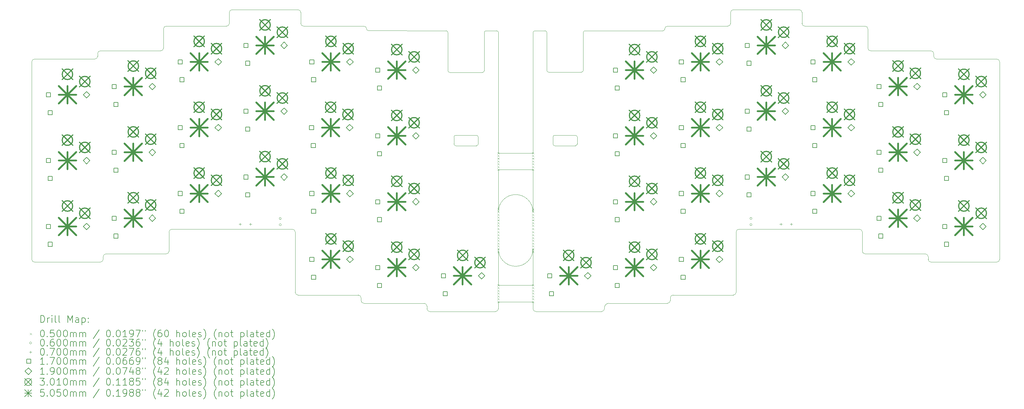
<source format=gbr>
%TF.GenerationSoftware,KiCad,Pcbnew,9.0.6*%
%TF.CreationDate,2025-12-03T13:22:57+03:00*%
%TF.ProjectId,KOMETA,4b4f4d45-5441-42e6-9b69-6361645f7063,rev?*%
%TF.SameCoordinates,Original*%
%TF.FileFunction,Drillmap*%
%TF.FilePolarity,Positive*%
%FSLAX45Y45*%
G04 Gerber Fmt 4.5, Leading zero omitted, Abs format (unit mm)*
G04 Created by KiCad (PCBNEW 9.0.6) date 2025-12-03 13:22:57*
%MOMM*%
%LPD*%
G01*
G04 APERTURE LIST*
%ADD10C,0.050000*%
%ADD11C,0.200000*%
%ADD12C,0.100000*%
%ADD13C,0.170000*%
%ADD14C,0.190000*%
%ADD15C,0.301000*%
%ADD16C,0.505000*%
G04 APERTURE END LIST*
D10*
X6770000Y-12250000D02*
X6770000Y-17950000D01*
X30730000Y-17160000D02*
X30730000Y-17712500D01*
X32870000Y-12170000D02*
G75*
G02*
X32790000Y-12090000I0J80000D01*
G01*
X21282958Y-11353500D02*
X21580004Y-11353500D01*
X20182958Y-11353500D02*
X19875000Y-11353500D01*
X25030000Y-11303011D02*
G75*
G02*
X24980011Y-11353010I-50000J1D01*
G01*
X27090000Y-17160000D02*
X27090000Y-18900000D01*
X18950000Y-14419919D02*
G75*
G02*
X19000000Y-14369920I50000J-1D01*
G01*
X18825000Y-12553500D02*
G75*
G02*
X18775000Y-12503500I0J50000D01*
G01*
X22680096Y-12496496D02*
X22680004Y-11403494D01*
X30810000Y-17792500D02*
G75*
G02*
X30730000Y-17712500I0J80000D01*
G01*
X22455100Y-14369919D02*
G75*
G02*
X22505100Y-14419919I0J-50001D01*
G01*
X32710000Y-11932500D02*
X30970000Y-11932500D01*
X30810000Y-11220000D02*
G75*
G02*
X30890000Y-11300000I0J-80000D01*
G01*
X6770000Y-12250000D02*
G75*
G02*
X6850000Y-12170000I80000J0D01*
G01*
X22455100Y-14369919D02*
X21855100Y-14369919D01*
X14450000Y-10745000D02*
X12550000Y-10745000D01*
X10570000Y-11300000D02*
G75*
G02*
X10650000Y-11220000I80000J0D01*
G01*
X26930000Y-11140000D02*
G75*
G02*
X26850000Y-11220000I-80000J0D01*
G01*
X18090000Y-19218000D02*
G75*
G02*
X18170000Y-19298000I0J-80000D01*
G01*
X20230000Y-16580000D02*
G75*
G02*
X20730000Y-16080000I500000J0D01*
G01*
X18775000Y-12503500D02*
X18775000Y-11403425D01*
X8910000Y-17792500D02*
X10650000Y-17792500D01*
X32710000Y-18030000D02*
X34610000Y-18030000D01*
X8670000Y-12012500D02*
G75*
G02*
X8750000Y-11932500I80000J0D01*
G01*
X23290000Y-19347500D02*
X23290000Y-19375000D01*
X21805100Y-14619919D02*
X21805100Y-14419919D01*
X18825000Y-12553500D02*
X19775000Y-12553500D01*
X12470000Y-11140000D02*
G75*
G02*
X12390000Y-11220000I-80000J0D01*
G01*
X14290000Y-17080000D02*
G75*
G02*
X14370000Y-17160000I0J-80000D01*
G01*
X21630096Y-12496504D02*
X21630004Y-11403496D01*
X21230000Y-15362400D02*
X21230000Y-16580000D01*
X16479925Y-11350074D02*
X18725075Y-11353425D01*
X12470000Y-11140000D02*
X12470000Y-10825000D01*
X25190000Y-19060000D02*
X25190000Y-19138000D01*
X20730000Y-18150000D02*
G75*
G02*
X20230000Y-17650000I0J500000D01*
G01*
X10570000Y-11852500D02*
X10570000Y-11300000D01*
X18950000Y-14619919D02*
X18950000Y-14419919D01*
X26930000Y-10825000D02*
G75*
G02*
X27010000Y-10745000I80000J0D01*
G01*
X19000000Y-14669919D02*
G75*
G02*
X18950001Y-14619919I0J50000D01*
G01*
X20230000Y-19375000D02*
X20230000Y-19175000D01*
X25270000Y-18980000D02*
X27010000Y-18980000D01*
X20230000Y-19375000D02*
G75*
G02*
X20150000Y-19455000I-80000J0D01*
G01*
X25190000Y-19138000D02*
G75*
G02*
X25110000Y-19218000I-80000J0D01*
G01*
X21230000Y-19375000D02*
X21230000Y-19175000D01*
X8670000Y-12090000D02*
X8670000Y-12012500D01*
X8750000Y-18030000D02*
X6850000Y-18030000D01*
X21805100Y-14419919D02*
G75*
G02*
X21855100Y-14369920I50000J-1D01*
G01*
X8750000Y-11932500D02*
X10490000Y-11932500D01*
X25110000Y-11220000D02*
X26850000Y-11220000D01*
X32710000Y-11932500D02*
G75*
G02*
X32790000Y-12012500I0J-80000D01*
G01*
X10570000Y-11852500D02*
G75*
G02*
X10490000Y-11932500I-80000J0D01*
G01*
X10730000Y-17160000D02*
X10730000Y-17712500D01*
X23290000Y-19347500D02*
G75*
G02*
X23420000Y-19217500I130000J0D01*
G01*
X16350000Y-19217500D02*
G75*
G02*
X16270000Y-19137500I0J80000D01*
G01*
X21232958Y-11403457D02*
G75*
G02*
X21282958Y-11353497I50003J-43D01*
G01*
X22680096Y-12496496D02*
G75*
G02*
X22630096Y-12546506I-50006J-4D01*
G01*
X16479925Y-11350074D02*
G75*
G02*
X16430005Y-11300075I75J49995D01*
G01*
X14450000Y-18980000D02*
G75*
G02*
X14370000Y-18900000I0J80000D01*
G01*
X28990000Y-11140000D02*
X28990000Y-10825000D01*
X14290000Y-17080000D02*
X10810000Y-17080000D01*
X20230000Y-14882400D02*
X20232958Y-11403542D01*
X12390000Y-11220000D02*
X10650000Y-11220000D01*
X32790000Y-12090000D02*
X32790000Y-12012500D01*
X32710000Y-18030000D02*
G75*
G02*
X32630000Y-17950000I0J80000D01*
G01*
X14610000Y-11220000D02*
G75*
G02*
X14530000Y-11140000I0J80000D01*
G01*
X19600000Y-14369919D02*
X19000000Y-14369919D01*
X8670000Y-12090000D02*
G75*
G02*
X8590000Y-12170000I-80000J0D01*
G01*
X20730000Y-16080000D02*
G75*
G02*
X21230000Y-16580000I0J-500000D01*
G01*
X18090000Y-19217500D02*
X16350000Y-19217500D01*
X8830000Y-17872500D02*
G75*
G02*
X8910000Y-17792500I80000J0D01*
G01*
X23210000Y-19455000D02*
X21310000Y-19455000D01*
X16190000Y-18980000D02*
G75*
G02*
X16270000Y-19060000I0J-80000D01*
G01*
X16430000Y-11300000D02*
X16430000Y-11300075D01*
X8830000Y-17872500D02*
X8830000Y-17950000D01*
X19825000Y-11403500D02*
X19825000Y-12503500D01*
X21230000Y-15362400D02*
X20230000Y-15362400D01*
X10730000Y-17160000D02*
G75*
G02*
X10810000Y-17080000I80000J0D01*
G01*
X27090000Y-18900000D02*
G75*
G02*
X27010000Y-18980000I-80000J0D01*
G01*
X21230000Y-14882400D02*
X20230000Y-14882400D01*
X32550000Y-17792500D02*
X30810000Y-17792500D01*
X20230000Y-18695000D02*
X20230000Y-17650000D01*
X22505100Y-14619919D02*
X22505100Y-14419919D01*
X25030000Y-11300000D02*
X25030000Y-11303011D01*
X14370000Y-17160000D02*
X14370000Y-18900000D01*
X16270000Y-19060000D02*
X16270000Y-19137500D01*
X18170000Y-19298000D02*
X18170000Y-19375000D01*
X8830000Y-17950000D02*
G75*
G02*
X8750000Y-18030000I-80000J0D01*
G01*
X21680096Y-12546500D02*
X22630096Y-12546500D01*
X22680004Y-11403494D02*
G75*
G02*
X22729994Y-11353484I50006J4D01*
G01*
X30970000Y-11932500D02*
G75*
G02*
X30890000Y-11852500I0J80000D01*
G01*
X19825000Y-12503500D02*
G75*
G02*
X19775000Y-12553500I-50000J0D01*
G01*
X12470000Y-10825000D02*
G75*
G02*
X12550000Y-10745000I80000J0D01*
G01*
X34690000Y-17950000D02*
G75*
G02*
X34610000Y-18030000I-80000J0D01*
G01*
X22729994Y-11353489D02*
X24980011Y-11353011D01*
X21310000Y-19455000D02*
G75*
G02*
X21230000Y-19375000I0J80000D01*
G01*
X21580004Y-11353500D02*
G75*
G02*
X21630000Y-11403496I-4J-50000D01*
G01*
X16350000Y-11220000D02*
G75*
G02*
X16430000Y-11300000I0J-80000D01*
G01*
X21230000Y-14882400D02*
X21232958Y-11403457D01*
X19825000Y-11403500D02*
G75*
G02*
X19875000Y-11353500I50000J0D01*
G01*
X20182958Y-11353500D02*
G75*
G02*
X20232960Y-11403542I3J-50000D01*
G01*
X32630000Y-17872500D02*
X32630000Y-17950000D01*
X18250000Y-19455000D02*
X20150000Y-19455000D01*
X25190000Y-19060000D02*
G75*
G02*
X25270000Y-18980000I80000J0D01*
G01*
X10730000Y-17712500D02*
G75*
G02*
X10650000Y-17792500I-80000J0D01*
G01*
X23290000Y-19375000D02*
G75*
G02*
X23210000Y-19455000I-80000J0D01*
G01*
X23420000Y-19217500D02*
X25110000Y-19217500D01*
X22455100Y-14669919D02*
X21855100Y-14669919D01*
X18725075Y-11353425D02*
G75*
G02*
X18774995Y-11403425I-75J-49995D01*
G01*
X8590000Y-12170000D02*
X6850000Y-12170000D01*
X6850000Y-18030000D02*
G75*
G02*
X6770000Y-17950000I0J80000D01*
G01*
X30890000Y-11852500D02*
X30890000Y-11300000D01*
X27010000Y-10745000D02*
X28910000Y-10745000D01*
X29070000Y-11220000D02*
X30810000Y-11220000D01*
X20230000Y-15362400D02*
X20230000Y-16580000D01*
X34610000Y-12170000D02*
G75*
G02*
X34690000Y-12250000I0J-80000D01*
G01*
X27170000Y-17080000D02*
X30650000Y-17080000D01*
X19650000Y-14619919D02*
G75*
G02*
X19600000Y-14669920I-50000J-1D01*
G01*
X14530000Y-11140000D02*
X14530000Y-10825000D01*
X34690000Y-12250000D02*
X34690000Y-17950000D01*
X21230000Y-19175000D02*
X20230000Y-19175000D01*
X30650000Y-17080000D02*
G75*
G02*
X30730000Y-17160000I0J-80000D01*
G01*
X21230000Y-18695000D02*
X20230000Y-18695000D01*
X19600000Y-14369919D02*
G75*
G02*
X19650001Y-14419919I0J-50001D01*
G01*
X32550000Y-17792500D02*
G75*
G02*
X32630000Y-17872500I0J-80000D01*
G01*
X26930000Y-11140000D02*
X26930000Y-10825000D01*
X22505100Y-14619919D02*
G75*
G02*
X22455100Y-14669920I-50000J-1D01*
G01*
X16190000Y-18980000D02*
X14450000Y-18980000D01*
X29070000Y-11220000D02*
G75*
G02*
X28990000Y-11140000I0J80000D01*
G01*
X18250000Y-19455000D02*
G75*
G02*
X18170000Y-19375000I0J80000D01*
G01*
X21230000Y-18695000D02*
X21230000Y-17650000D01*
X21855100Y-14669919D02*
G75*
G02*
X21805101Y-14619919I0J50000D01*
G01*
X25030000Y-11300000D02*
G75*
G02*
X25110000Y-11220000I80000J0D01*
G01*
X19600000Y-14669919D02*
X19000000Y-14669919D01*
X27090000Y-17160000D02*
G75*
G02*
X27170000Y-17080000I80000J0D01*
G01*
X32870000Y-12170000D02*
X34610000Y-12170000D01*
X28910000Y-10745000D02*
G75*
G02*
X28990000Y-10825000I0J-80000D01*
G01*
X21680096Y-12546500D02*
G75*
G02*
X21630100Y-12496504I4J50000D01*
G01*
X19650000Y-14619919D02*
X19650000Y-14419919D01*
X16350000Y-11220000D02*
X14610000Y-11220000D01*
X21230000Y-17650000D02*
G75*
G02*
X20730000Y-18150000I-500000J0D01*
G01*
X14450000Y-10745000D02*
G75*
G02*
X14530000Y-10825000I0J-80000D01*
G01*
D11*
D12*
X20205000Y-14857400D02*
X20255000Y-14907400D01*
X20255000Y-14857400D02*
X20205000Y-14907400D01*
X20205000Y-14937400D02*
X20255000Y-14987400D01*
X20255000Y-14937400D02*
X20205000Y-14987400D01*
X20205000Y-15017400D02*
X20255000Y-15067400D01*
X20255000Y-15017400D02*
X20205000Y-15067400D01*
X20205000Y-15097400D02*
X20255000Y-15147400D01*
X20255000Y-15097400D02*
X20205000Y-15147400D01*
X20205000Y-15177400D02*
X20255000Y-15227400D01*
X20255000Y-15177400D02*
X20205000Y-15227400D01*
X20205000Y-15257400D02*
X20255000Y-15307400D01*
X20255000Y-15257400D02*
X20205000Y-15307400D01*
X20205000Y-15337400D02*
X20255000Y-15387400D01*
X20255000Y-15337400D02*
X20205000Y-15387400D01*
X20205000Y-16475000D02*
X20255000Y-16525000D01*
X20255000Y-16475000D02*
X20205000Y-16525000D01*
X20205000Y-16555000D02*
X20255000Y-16605000D01*
X20255000Y-16555000D02*
X20205000Y-16605000D01*
X20205000Y-16635000D02*
X20255000Y-16685000D01*
X20255000Y-16635000D02*
X20205000Y-16685000D01*
X20205000Y-16715000D02*
X20255000Y-16765000D01*
X20255000Y-16715000D02*
X20205000Y-16765000D01*
X20205000Y-16795000D02*
X20255000Y-16845000D01*
X20255000Y-16795000D02*
X20205000Y-16845000D01*
X20205000Y-16875000D02*
X20255000Y-16925000D01*
X20255000Y-16875000D02*
X20205000Y-16925000D01*
X20205000Y-16955000D02*
X20255000Y-17005000D01*
X20255000Y-16955000D02*
X20205000Y-17005000D01*
X20205000Y-17045000D02*
X20255000Y-17095000D01*
X20255000Y-17045000D02*
X20205000Y-17095000D01*
X20205000Y-17135000D02*
X20255000Y-17185000D01*
X20255000Y-17135000D02*
X20205000Y-17185000D01*
X20205000Y-17225000D02*
X20255000Y-17275000D01*
X20255000Y-17225000D02*
X20205000Y-17275000D01*
X20205000Y-17305000D02*
X20255000Y-17355000D01*
X20255000Y-17305000D02*
X20205000Y-17355000D01*
X20205000Y-17385000D02*
X20255000Y-17435000D01*
X20255000Y-17385000D02*
X20205000Y-17435000D01*
X20205000Y-17465000D02*
X20255000Y-17515000D01*
X20255000Y-17465000D02*
X20205000Y-17515000D01*
X20205000Y-17545000D02*
X20255000Y-17595000D01*
X20255000Y-17545000D02*
X20205000Y-17595000D01*
X20205000Y-17625000D02*
X20255000Y-17675000D01*
X20255000Y-17625000D02*
X20205000Y-17675000D01*
X20205000Y-17705000D02*
X20255000Y-17755000D01*
X20255000Y-17705000D02*
X20205000Y-17755000D01*
X20205000Y-18670000D02*
X20255000Y-18720000D01*
X20255000Y-18670000D02*
X20205000Y-18720000D01*
X20205000Y-18750000D02*
X20255000Y-18800000D01*
X20255000Y-18750000D02*
X20205000Y-18800000D01*
X20205000Y-18830000D02*
X20255000Y-18880000D01*
X20255000Y-18830000D02*
X20205000Y-18880000D01*
X20205000Y-18910000D02*
X20255000Y-18960000D01*
X20255000Y-18910000D02*
X20205000Y-18960000D01*
X20205000Y-18990000D02*
X20255000Y-19040000D01*
X20255000Y-18990000D02*
X20205000Y-19040000D01*
X20205000Y-19070000D02*
X20255000Y-19120000D01*
X20255000Y-19070000D02*
X20205000Y-19120000D01*
X20205000Y-19150000D02*
X20255000Y-19200000D01*
X20255000Y-19150000D02*
X20205000Y-19200000D01*
X21205000Y-14857400D02*
X21255000Y-14907400D01*
X21255000Y-14857400D02*
X21205000Y-14907400D01*
X21205000Y-14937400D02*
X21255000Y-14987400D01*
X21255000Y-14937400D02*
X21205000Y-14987400D01*
X21205000Y-15017400D02*
X21255000Y-15067400D01*
X21255000Y-15017400D02*
X21205000Y-15067400D01*
X21205000Y-15097400D02*
X21255000Y-15147400D01*
X21255000Y-15097400D02*
X21205000Y-15147400D01*
X21205000Y-15177400D02*
X21255000Y-15227400D01*
X21255000Y-15177400D02*
X21205000Y-15227400D01*
X21205000Y-15257400D02*
X21255000Y-15307400D01*
X21255000Y-15257400D02*
X21205000Y-15307400D01*
X21205000Y-15337400D02*
X21255000Y-15387400D01*
X21255000Y-15337400D02*
X21205000Y-15387400D01*
X21205000Y-16475000D02*
X21255000Y-16525000D01*
X21255000Y-16475000D02*
X21205000Y-16525000D01*
X21205000Y-16555000D02*
X21255000Y-16605000D01*
X21255000Y-16555000D02*
X21205000Y-16605000D01*
X21205000Y-16635000D02*
X21255000Y-16685000D01*
X21255000Y-16635000D02*
X21205000Y-16685000D01*
X21205000Y-16715000D02*
X21255000Y-16765000D01*
X21255000Y-16715000D02*
X21205000Y-16765000D01*
X21205000Y-16795000D02*
X21255000Y-16845000D01*
X21255000Y-16795000D02*
X21205000Y-16845000D01*
X21205000Y-16875000D02*
X21255000Y-16925000D01*
X21255000Y-16875000D02*
X21205000Y-16925000D01*
X21205000Y-16955000D02*
X21255000Y-17005000D01*
X21255000Y-16955000D02*
X21205000Y-17005000D01*
X21205000Y-17045000D02*
X21255000Y-17095000D01*
X21255000Y-17045000D02*
X21205000Y-17095000D01*
X21205000Y-17135000D02*
X21255000Y-17185000D01*
X21255000Y-17135000D02*
X21205000Y-17185000D01*
X21205000Y-17225000D02*
X21255000Y-17275000D01*
X21255000Y-17225000D02*
X21205000Y-17275000D01*
X21205000Y-17305000D02*
X21255000Y-17355000D01*
X21255000Y-17305000D02*
X21205000Y-17355000D01*
X21205000Y-17385000D02*
X21255000Y-17435000D01*
X21255000Y-17385000D02*
X21205000Y-17435000D01*
X21205000Y-17465000D02*
X21255000Y-17515000D01*
X21255000Y-17465000D02*
X21205000Y-17515000D01*
X21205000Y-17545000D02*
X21255000Y-17595000D01*
X21255000Y-17545000D02*
X21205000Y-17595000D01*
X21205000Y-17625000D02*
X21255000Y-17675000D01*
X21255000Y-17625000D02*
X21205000Y-17675000D01*
X21205000Y-17705000D02*
X21255000Y-17755000D01*
X21255000Y-17705000D02*
X21205000Y-17755000D01*
X21205000Y-18670000D02*
X21255000Y-18720000D01*
X21255000Y-18670000D02*
X21205000Y-18720000D01*
X21205000Y-18750000D02*
X21255000Y-18800000D01*
X21255000Y-18750000D02*
X21205000Y-18800000D01*
X21205000Y-18830000D02*
X21255000Y-18880000D01*
X21255000Y-18830000D02*
X21205000Y-18880000D01*
X21205000Y-18910000D02*
X21255000Y-18960000D01*
X21255000Y-18910000D02*
X21205000Y-18960000D01*
X21205000Y-18990000D02*
X21255000Y-19040000D01*
X21255000Y-18990000D02*
X21205000Y-19040000D01*
X21205000Y-19070000D02*
X21255000Y-19120000D01*
X21255000Y-19070000D02*
X21205000Y-19120000D01*
X21205000Y-19150000D02*
X21255000Y-19200000D01*
X21255000Y-19150000D02*
X21205000Y-19200000D01*
X13968000Y-16770000D02*
G75*
G02*
X13908000Y-16770000I-30000J0D01*
G01*
X13908000Y-16770000D02*
G75*
G02*
X13968000Y-16770000I30000J0D01*
G01*
X13968000Y-16950000D02*
G75*
G02*
X13908000Y-16950000I-30000J0D01*
G01*
X13908000Y-16950000D02*
G75*
G02*
X13968000Y-16950000I30000J0D01*
G01*
X27547000Y-16769000D02*
G75*
G02*
X27487000Y-16769000I-30000J0D01*
G01*
X27487000Y-16769000D02*
G75*
G02*
X27547000Y-16769000I30000J0D01*
G01*
X27547000Y-16949000D02*
G75*
G02*
X27487000Y-16949000I-30000J0D01*
G01*
X27487000Y-16949000D02*
G75*
G02*
X27547000Y-16949000I30000J0D01*
G01*
X12780000Y-16900000D02*
X12780000Y-16970000D01*
X12745000Y-16935000D02*
X12815000Y-16935000D01*
X13080000Y-16900000D02*
X13080000Y-16970000D01*
X13045000Y-16935000D02*
X13115000Y-16935000D01*
X28380000Y-16900000D02*
X28380000Y-16970000D01*
X28345000Y-16935000D02*
X28415000Y-16935000D01*
X28680000Y-16900000D02*
X28680000Y-16970000D01*
X28645000Y-16935000D02*
X28715000Y-16935000D01*
D13*
X7310105Y-13260105D02*
X7310105Y-13139895D01*
X7189895Y-13139895D01*
X7189895Y-13260105D01*
X7310105Y-13260105D01*
X7310105Y-15160105D02*
X7310105Y-15039895D01*
X7189895Y-15039895D01*
X7189895Y-15160105D01*
X7310105Y-15160105D01*
X7310105Y-17060105D02*
X7310105Y-16939895D01*
X7189895Y-16939895D01*
X7189895Y-17060105D01*
X7310105Y-17060105D01*
X7360105Y-13775105D02*
X7360105Y-13654895D01*
X7239895Y-13654895D01*
X7239895Y-13775105D01*
X7360105Y-13775105D01*
X7360105Y-15675105D02*
X7360105Y-15554895D01*
X7239895Y-15554895D01*
X7239895Y-15675105D01*
X7360105Y-15675105D01*
X7360105Y-17575105D02*
X7360105Y-17454895D01*
X7239895Y-17454895D01*
X7239895Y-17575105D01*
X7360105Y-17575105D01*
X9210105Y-13022605D02*
X9210105Y-12902395D01*
X9089895Y-12902395D01*
X9089895Y-13022605D01*
X9210105Y-13022605D01*
X9210105Y-14922605D02*
X9210105Y-14802395D01*
X9089895Y-14802395D01*
X9089895Y-14922605D01*
X9210105Y-14922605D01*
X9210105Y-16822605D02*
X9210105Y-16702395D01*
X9089895Y-16702395D01*
X9089895Y-16822605D01*
X9210105Y-16822605D01*
X9260105Y-13537605D02*
X9260105Y-13417395D01*
X9139895Y-13417395D01*
X9139895Y-13537605D01*
X9260105Y-13537605D01*
X9260105Y-15437605D02*
X9260105Y-15317395D01*
X9139895Y-15317395D01*
X9139895Y-15437605D01*
X9260105Y-15437605D01*
X9260105Y-17337605D02*
X9260105Y-17217395D01*
X9139895Y-17217395D01*
X9139895Y-17337605D01*
X9260105Y-17337605D01*
X11110105Y-12310105D02*
X11110105Y-12189895D01*
X10989895Y-12189895D01*
X10989895Y-12310105D01*
X11110105Y-12310105D01*
X11110105Y-14210105D02*
X11110105Y-14089895D01*
X10989895Y-14089895D01*
X10989895Y-14210105D01*
X11110105Y-14210105D01*
X11110105Y-16110105D02*
X11110105Y-15989895D01*
X10989895Y-15989895D01*
X10989895Y-16110105D01*
X11110105Y-16110105D01*
X11160105Y-12825105D02*
X11160105Y-12704895D01*
X11039895Y-12704895D01*
X11039895Y-12825105D01*
X11160105Y-12825105D01*
X11160105Y-14725105D02*
X11160105Y-14604895D01*
X11039895Y-14604895D01*
X11039895Y-14725105D01*
X11160105Y-14725105D01*
X11160105Y-16625105D02*
X11160105Y-16504895D01*
X11039895Y-16504895D01*
X11039895Y-16625105D01*
X11160105Y-16625105D01*
X13010105Y-11835105D02*
X13010105Y-11714895D01*
X12889895Y-11714895D01*
X12889895Y-11835105D01*
X13010105Y-11835105D01*
X13010105Y-13735105D02*
X13010105Y-13614895D01*
X12889895Y-13614895D01*
X12889895Y-13735105D01*
X13010105Y-13735105D01*
X13010105Y-15635105D02*
X13010105Y-15514895D01*
X12889895Y-15514895D01*
X12889895Y-15635105D01*
X13010105Y-15635105D01*
X13060105Y-12350105D02*
X13060105Y-12229895D01*
X12939895Y-12229895D01*
X12939895Y-12350105D01*
X13060105Y-12350105D01*
X13060105Y-14250105D02*
X13060105Y-14129895D01*
X12939895Y-14129895D01*
X12939895Y-14250105D01*
X13060105Y-14250105D01*
X13060105Y-16150105D02*
X13060105Y-16029895D01*
X12939895Y-16029895D01*
X12939895Y-16150105D01*
X13060105Y-16150105D01*
X14902105Y-14210105D02*
X14902105Y-14089895D01*
X14781895Y-14089895D01*
X14781895Y-14210105D01*
X14902105Y-14210105D01*
X14910105Y-12310105D02*
X14910105Y-12189895D01*
X14789895Y-12189895D01*
X14789895Y-12310105D01*
X14910105Y-12310105D01*
X14910105Y-16110105D02*
X14910105Y-15989895D01*
X14789895Y-15989895D01*
X14789895Y-16110105D01*
X14910105Y-16110105D01*
X14910105Y-18010105D02*
X14910105Y-17889895D01*
X14789895Y-17889895D01*
X14789895Y-18010105D01*
X14910105Y-18010105D01*
X14952105Y-14725105D02*
X14952105Y-14604895D01*
X14831895Y-14604895D01*
X14831895Y-14725105D01*
X14952105Y-14725105D01*
X14960105Y-12825105D02*
X14960105Y-12704895D01*
X14839895Y-12704895D01*
X14839895Y-12825105D01*
X14960105Y-12825105D01*
X14960105Y-16625105D02*
X14960105Y-16504895D01*
X14839895Y-16504895D01*
X14839895Y-16625105D01*
X14960105Y-16625105D01*
X14960105Y-18525105D02*
X14960105Y-18404895D01*
X14839895Y-18404895D01*
X14839895Y-18525105D01*
X14960105Y-18525105D01*
X16810105Y-12547605D02*
X16810105Y-12427395D01*
X16689895Y-12427395D01*
X16689895Y-12547605D01*
X16810105Y-12547605D01*
X16810105Y-14447605D02*
X16810105Y-14327395D01*
X16689895Y-14327395D01*
X16689895Y-14447605D01*
X16810105Y-14447605D01*
X16810105Y-16347605D02*
X16810105Y-16227395D01*
X16689895Y-16227395D01*
X16689895Y-16347605D01*
X16810105Y-16347605D01*
X16810105Y-18247605D02*
X16810105Y-18127395D01*
X16689895Y-18127395D01*
X16689895Y-18247605D01*
X16810105Y-18247605D01*
X16860105Y-13062605D02*
X16860105Y-12942395D01*
X16739895Y-12942395D01*
X16739895Y-13062605D01*
X16860105Y-13062605D01*
X16860105Y-14962605D02*
X16860105Y-14842395D01*
X16739895Y-14842395D01*
X16739895Y-14962605D01*
X16860105Y-14962605D01*
X16860105Y-16862605D02*
X16860105Y-16742395D01*
X16739895Y-16742395D01*
X16739895Y-16862605D01*
X16860105Y-16862605D01*
X16860105Y-18762605D02*
X16860105Y-18642395D01*
X16739895Y-18642395D01*
X16739895Y-18762605D01*
X16860105Y-18762605D01*
X18710105Y-18485105D02*
X18710105Y-18364895D01*
X18589895Y-18364895D01*
X18589895Y-18485105D01*
X18710105Y-18485105D01*
X18760105Y-19000105D02*
X18760105Y-18879895D01*
X18639895Y-18879895D01*
X18639895Y-19000105D01*
X18760105Y-19000105D01*
X21770105Y-18485105D02*
X21770105Y-18364895D01*
X21649895Y-18364895D01*
X21649895Y-18485105D01*
X21770105Y-18485105D01*
X21820105Y-19000105D02*
X21820105Y-18879895D01*
X21699895Y-18879895D01*
X21699895Y-19000105D01*
X21820105Y-19000105D01*
X23670105Y-12547605D02*
X23670105Y-12427395D01*
X23549895Y-12427395D01*
X23549895Y-12547605D01*
X23670105Y-12547605D01*
X23670105Y-14447605D02*
X23670105Y-14327395D01*
X23549895Y-14327395D01*
X23549895Y-14447605D01*
X23670105Y-14447605D01*
X23670105Y-16347605D02*
X23670105Y-16227395D01*
X23549895Y-16227395D01*
X23549895Y-16347605D01*
X23670105Y-16347605D01*
X23670105Y-18247605D02*
X23670105Y-18127395D01*
X23549895Y-18127395D01*
X23549895Y-18247605D01*
X23670105Y-18247605D01*
X23720105Y-13062605D02*
X23720105Y-12942395D01*
X23599895Y-12942395D01*
X23599895Y-13062605D01*
X23720105Y-13062605D01*
X23720105Y-14962605D02*
X23720105Y-14842395D01*
X23599895Y-14842395D01*
X23599895Y-14962605D01*
X23720105Y-14962605D01*
X23720105Y-16862605D02*
X23720105Y-16742395D01*
X23599895Y-16742395D01*
X23599895Y-16862605D01*
X23720105Y-16862605D01*
X23720105Y-18762605D02*
X23720105Y-18642395D01*
X23599895Y-18642395D01*
X23599895Y-18762605D01*
X23720105Y-18762605D01*
X25570105Y-12310105D02*
X25570105Y-12189895D01*
X25449895Y-12189895D01*
X25449895Y-12310105D01*
X25570105Y-12310105D01*
X25570105Y-14210105D02*
X25570105Y-14089895D01*
X25449895Y-14089895D01*
X25449895Y-14210105D01*
X25570105Y-14210105D01*
X25570105Y-16110105D02*
X25570105Y-15989895D01*
X25449895Y-15989895D01*
X25449895Y-16110105D01*
X25570105Y-16110105D01*
X25570105Y-18010105D02*
X25570105Y-17889895D01*
X25449895Y-17889895D01*
X25449895Y-18010105D01*
X25570105Y-18010105D01*
X25620105Y-12825105D02*
X25620105Y-12704895D01*
X25499895Y-12704895D01*
X25499895Y-12825105D01*
X25620105Y-12825105D01*
X25620105Y-14725105D02*
X25620105Y-14604895D01*
X25499895Y-14604895D01*
X25499895Y-14725105D01*
X25620105Y-14725105D01*
X25620105Y-16625105D02*
X25620105Y-16504895D01*
X25499895Y-16504895D01*
X25499895Y-16625105D01*
X25620105Y-16625105D01*
X25620105Y-18525105D02*
X25620105Y-18404895D01*
X25499895Y-18404895D01*
X25499895Y-18525105D01*
X25620105Y-18525105D01*
X27470105Y-11835105D02*
X27470105Y-11714895D01*
X27349895Y-11714895D01*
X27349895Y-11835105D01*
X27470105Y-11835105D01*
X27470105Y-13735105D02*
X27470105Y-13614895D01*
X27349895Y-13614895D01*
X27349895Y-13735105D01*
X27470105Y-13735105D01*
X27470105Y-15635105D02*
X27470105Y-15514895D01*
X27349895Y-15514895D01*
X27349895Y-15635105D01*
X27470105Y-15635105D01*
X27520105Y-12350105D02*
X27520105Y-12229895D01*
X27399895Y-12229895D01*
X27399895Y-12350105D01*
X27520105Y-12350105D01*
X27520105Y-14250105D02*
X27520105Y-14129895D01*
X27399895Y-14129895D01*
X27399895Y-14250105D01*
X27520105Y-14250105D01*
X27520105Y-16150105D02*
X27520105Y-16029895D01*
X27399895Y-16029895D01*
X27399895Y-16150105D01*
X27520105Y-16150105D01*
X29370105Y-12310105D02*
X29370105Y-12189895D01*
X29249895Y-12189895D01*
X29249895Y-12310105D01*
X29370105Y-12310105D01*
X29370105Y-14210105D02*
X29370105Y-14089895D01*
X29249895Y-14089895D01*
X29249895Y-14210105D01*
X29370105Y-14210105D01*
X29370105Y-16110105D02*
X29370105Y-15989895D01*
X29249895Y-15989895D01*
X29249895Y-16110105D01*
X29370105Y-16110105D01*
X29420105Y-12825105D02*
X29420105Y-12704895D01*
X29299895Y-12704895D01*
X29299895Y-12825105D01*
X29420105Y-12825105D01*
X29420105Y-14725105D02*
X29420105Y-14604895D01*
X29299895Y-14604895D01*
X29299895Y-14725105D01*
X29420105Y-14725105D01*
X29420105Y-16625105D02*
X29420105Y-16504895D01*
X29299895Y-16504895D01*
X29299895Y-16625105D01*
X29420105Y-16625105D01*
X31270105Y-13022605D02*
X31270105Y-12902395D01*
X31149895Y-12902395D01*
X31149895Y-13022605D01*
X31270105Y-13022605D01*
X31270105Y-14922605D02*
X31270105Y-14802395D01*
X31149895Y-14802395D01*
X31149895Y-14922605D01*
X31270105Y-14922605D01*
X31270105Y-16822605D02*
X31270105Y-16702395D01*
X31149895Y-16702395D01*
X31149895Y-16822605D01*
X31270105Y-16822605D01*
X31320105Y-13537605D02*
X31320105Y-13417395D01*
X31199895Y-13417395D01*
X31199895Y-13537605D01*
X31320105Y-13537605D01*
X31320105Y-15437605D02*
X31320105Y-15317395D01*
X31199895Y-15317395D01*
X31199895Y-15437605D01*
X31320105Y-15437605D01*
X31320105Y-17337605D02*
X31320105Y-17217395D01*
X31199895Y-17217395D01*
X31199895Y-17337605D01*
X31320105Y-17337605D01*
X33170105Y-13260105D02*
X33170105Y-13139895D01*
X33049895Y-13139895D01*
X33049895Y-13260105D01*
X33170105Y-13260105D01*
X33170105Y-15160105D02*
X33170105Y-15039895D01*
X33049895Y-15039895D01*
X33049895Y-15160105D01*
X33170105Y-15160105D01*
X33170105Y-17060105D02*
X33170105Y-16939895D01*
X33049895Y-16939895D01*
X33049895Y-17060105D01*
X33170105Y-17060105D01*
X33220105Y-13775105D02*
X33220105Y-13654895D01*
X33099895Y-13654895D01*
X33099895Y-13775105D01*
X33220105Y-13775105D01*
X33220105Y-15675105D02*
X33220105Y-15554895D01*
X33099895Y-15554895D01*
X33099895Y-15675105D01*
X33220105Y-15675105D01*
X33220105Y-17575105D02*
X33220105Y-17454895D01*
X33099895Y-17454895D01*
X33099895Y-17575105D01*
X33220105Y-17575105D01*
D14*
X8350000Y-13295000D02*
X8445000Y-13200000D01*
X8350000Y-13105000D01*
X8255000Y-13200000D01*
X8350000Y-13295000D01*
X8350000Y-15195000D02*
X8445000Y-15100000D01*
X8350000Y-15005000D01*
X8255000Y-15100000D01*
X8350000Y-15195000D01*
X8350000Y-17095000D02*
X8445000Y-17000000D01*
X8350000Y-16905000D01*
X8255000Y-17000000D01*
X8350000Y-17095000D01*
X10250000Y-13057500D02*
X10345000Y-12962500D01*
X10250000Y-12867500D01*
X10155000Y-12962500D01*
X10250000Y-13057500D01*
X10250000Y-14957500D02*
X10345000Y-14862500D01*
X10250000Y-14767500D01*
X10155000Y-14862500D01*
X10250000Y-14957500D01*
X10250000Y-16857500D02*
X10345000Y-16762500D01*
X10250000Y-16667500D01*
X10155000Y-16762500D01*
X10250000Y-16857500D01*
X12150000Y-12345000D02*
X12245000Y-12250000D01*
X12150000Y-12155000D01*
X12055000Y-12250000D01*
X12150000Y-12345000D01*
X12150000Y-14245000D02*
X12245000Y-14150000D01*
X12150000Y-14055000D01*
X12055000Y-14150000D01*
X12150000Y-14245000D01*
X12150000Y-16145000D02*
X12245000Y-16050000D01*
X12150000Y-15955000D01*
X12055000Y-16050000D01*
X12150000Y-16145000D01*
X14050000Y-11870000D02*
X14145000Y-11775000D01*
X14050000Y-11680000D01*
X13955000Y-11775000D01*
X14050000Y-11870000D01*
X14050000Y-13770000D02*
X14145000Y-13675000D01*
X14050000Y-13580000D01*
X13955000Y-13675000D01*
X14050000Y-13770000D01*
X14050000Y-15670000D02*
X14145000Y-15575000D01*
X14050000Y-15480000D01*
X13955000Y-15575000D01*
X14050000Y-15670000D01*
X15942000Y-14245000D02*
X16037000Y-14150000D01*
X15942000Y-14055000D01*
X15847000Y-14150000D01*
X15942000Y-14245000D01*
X15950000Y-12345000D02*
X16045000Y-12250000D01*
X15950000Y-12155000D01*
X15855000Y-12250000D01*
X15950000Y-12345000D01*
X15950000Y-16145000D02*
X16045000Y-16050000D01*
X15950000Y-15955000D01*
X15855000Y-16050000D01*
X15950000Y-16145000D01*
X15950000Y-18045000D02*
X16045000Y-17950000D01*
X15950000Y-17855000D01*
X15855000Y-17950000D01*
X15950000Y-18045000D01*
X17850000Y-12582500D02*
X17945000Y-12487500D01*
X17850000Y-12392500D01*
X17755000Y-12487500D01*
X17850000Y-12582500D01*
X17850000Y-14482500D02*
X17945000Y-14387500D01*
X17850000Y-14292500D01*
X17755000Y-14387500D01*
X17850000Y-14482500D01*
X17850000Y-16382500D02*
X17945000Y-16287500D01*
X17850000Y-16192500D01*
X17755000Y-16287500D01*
X17850000Y-16382500D01*
X17850000Y-18282500D02*
X17945000Y-18187500D01*
X17850000Y-18092500D01*
X17755000Y-18187500D01*
X17850000Y-18282500D01*
X19750000Y-18520000D02*
X19845000Y-18425000D01*
X19750000Y-18330000D01*
X19655000Y-18425000D01*
X19750000Y-18520000D01*
X22810000Y-18520000D02*
X22905000Y-18425000D01*
X22810000Y-18330000D01*
X22715000Y-18425000D01*
X22810000Y-18520000D01*
X24710000Y-12582500D02*
X24805000Y-12487500D01*
X24710000Y-12392500D01*
X24615000Y-12487500D01*
X24710000Y-12582500D01*
X24710000Y-14482500D02*
X24805000Y-14387500D01*
X24710000Y-14292500D01*
X24615000Y-14387500D01*
X24710000Y-14482500D01*
X24710000Y-16382500D02*
X24805000Y-16287500D01*
X24710000Y-16192500D01*
X24615000Y-16287500D01*
X24710000Y-16382500D01*
X24710000Y-18282500D02*
X24805000Y-18187500D01*
X24710000Y-18092500D01*
X24615000Y-18187500D01*
X24710000Y-18282500D01*
X26610000Y-12345000D02*
X26705000Y-12250000D01*
X26610000Y-12155000D01*
X26515000Y-12250000D01*
X26610000Y-12345000D01*
X26610000Y-14245000D02*
X26705000Y-14150000D01*
X26610000Y-14055000D01*
X26515000Y-14150000D01*
X26610000Y-14245000D01*
X26610000Y-16145000D02*
X26705000Y-16050000D01*
X26610000Y-15955000D01*
X26515000Y-16050000D01*
X26610000Y-16145000D01*
X26610000Y-18045000D02*
X26705000Y-17950000D01*
X26610000Y-17855000D01*
X26515000Y-17950000D01*
X26610000Y-18045000D01*
X28510000Y-11870000D02*
X28605000Y-11775000D01*
X28510000Y-11680000D01*
X28415000Y-11775000D01*
X28510000Y-11870000D01*
X28510000Y-13770000D02*
X28605000Y-13675000D01*
X28510000Y-13580000D01*
X28415000Y-13675000D01*
X28510000Y-13770000D01*
X28510000Y-15670000D02*
X28605000Y-15575000D01*
X28510000Y-15480000D01*
X28415000Y-15575000D01*
X28510000Y-15670000D01*
X30410000Y-12345000D02*
X30505000Y-12250000D01*
X30410000Y-12155000D01*
X30315000Y-12250000D01*
X30410000Y-12345000D01*
X30410000Y-14245000D02*
X30505000Y-14150000D01*
X30410000Y-14055000D01*
X30315000Y-14150000D01*
X30410000Y-14245000D01*
X30410000Y-16145000D02*
X30505000Y-16050000D01*
X30410000Y-15955000D01*
X30315000Y-16050000D01*
X30410000Y-16145000D01*
X32310000Y-13057500D02*
X32405000Y-12962500D01*
X32310000Y-12867500D01*
X32215000Y-12962500D01*
X32310000Y-13057500D01*
X32310000Y-14957500D02*
X32405000Y-14862500D01*
X32310000Y-14767500D01*
X32215000Y-14862500D01*
X32310000Y-14957500D01*
X32310000Y-16857500D02*
X32405000Y-16762500D01*
X32310000Y-16667500D01*
X32215000Y-16762500D01*
X32310000Y-16857500D01*
X34210000Y-13295000D02*
X34305000Y-13200000D01*
X34210000Y-13105000D01*
X34115000Y-13200000D01*
X34210000Y-13295000D01*
X34210000Y-15195000D02*
X34305000Y-15100000D01*
X34210000Y-15005000D01*
X34115000Y-15100000D01*
X34210000Y-15195000D01*
X34210000Y-17095000D02*
X34305000Y-17000000D01*
X34210000Y-16905000D01*
X34115000Y-17000000D01*
X34210000Y-17095000D01*
D15*
X7649500Y-12459500D02*
X7950500Y-12760500D01*
X7950500Y-12459500D02*
X7649500Y-12760500D01*
X7950500Y-12610000D02*
G75*
G02*
X7649500Y-12610000I-150500J0D01*
G01*
X7649500Y-12610000D02*
G75*
G02*
X7950500Y-12610000I150500J0D01*
G01*
X7649500Y-14359500D02*
X7950500Y-14660500D01*
X7950500Y-14359500D02*
X7649500Y-14660500D01*
X7950500Y-14510000D02*
G75*
G02*
X7649500Y-14510000I-150500J0D01*
G01*
X7649500Y-14510000D02*
G75*
G02*
X7950500Y-14510000I150500J0D01*
G01*
X7649500Y-16259500D02*
X7950500Y-16560500D01*
X7950500Y-16259500D02*
X7649500Y-16560500D01*
X7950500Y-16410000D02*
G75*
G02*
X7649500Y-16410000I-150500J0D01*
G01*
X7649500Y-16410000D02*
G75*
G02*
X7950500Y-16410000I150500J0D01*
G01*
X8149500Y-12669500D02*
X8450500Y-12970500D01*
X8450500Y-12669500D02*
X8149500Y-12970500D01*
X8450500Y-12820000D02*
G75*
G02*
X8149500Y-12820000I-150500J0D01*
G01*
X8149500Y-12820000D02*
G75*
G02*
X8450500Y-12820000I150500J0D01*
G01*
X8149500Y-14569500D02*
X8450500Y-14870500D01*
X8450500Y-14569500D02*
X8149500Y-14870500D01*
X8450500Y-14720000D02*
G75*
G02*
X8149500Y-14720000I-150500J0D01*
G01*
X8149500Y-14720000D02*
G75*
G02*
X8450500Y-14720000I150500J0D01*
G01*
X8149500Y-16469500D02*
X8450500Y-16770500D01*
X8450500Y-16469500D02*
X8149500Y-16770500D01*
X8450500Y-16620000D02*
G75*
G02*
X8149500Y-16620000I-150500J0D01*
G01*
X8149500Y-16620000D02*
G75*
G02*
X8450500Y-16620000I150500J0D01*
G01*
X9549500Y-12222000D02*
X9850500Y-12523000D01*
X9850500Y-12222000D02*
X9549500Y-12523000D01*
X9850500Y-12372500D02*
G75*
G02*
X9549500Y-12372500I-150500J0D01*
G01*
X9549500Y-12372500D02*
G75*
G02*
X9850500Y-12372500I150500J0D01*
G01*
X9549500Y-14122000D02*
X9850500Y-14423000D01*
X9850500Y-14122000D02*
X9549500Y-14423000D01*
X9850500Y-14272500D02*
G75*
G02*
X9549500Y-14272500I-150500J0D01*
G01*
X9549500Y-14272500D02*
G75*
G02*
X9850500Y-14272500I150500J0D01*
G01*
X9549500Y-16022000D02*
X9850500Y-16323000D01*
X9850500Y-16022000D02*
X9549500Y-16323000D01*
X9850500Y-16172500D02*
G75*
G02*
X9549500Y-16172500I-150500J0D01*
G01*
X9549500Y-16172500D02*
G75*
G02*
X9850500Y-16172500I150500J0D01*
G01*
X10049500Y-12432000D02*
X10350500Y-12733000D01*
X10350500Y-12432000D02*
X10049500Y-12733000D01*
X10350500Y-12582500D02*
G75*
G02*
X10049500Y-12582500I-150500J0D01*
G01*
X10049500Y-12582500D02*
G75*
G02*
X10350500Y-12582500I150500J0D01*
G01*
X10049500Y-14332000D02*
X10350500Y-14633000D01*
X10350500Y-14332000D02*
X10049500Y-14633000D01*
X10350500Y-14482500D02*
G75*
G02*
X10049500Y-14482500I-150500J0D01*
G01*
X10049500Y-14482500D02*
G75*
G02*
X10350500Y-14482500I150500J0D01*
G01*
X10049500Y-16232000D02*
X10350500Y-16533000D01*
X10350500Y-16232000D02*
X10049500Y-16533000D01*
X10350500Y-16382500D02*
G75*
G02*
X10049500Y-16382500I-150500J0D01*
G01*
X10049500Y-16382500D02*
G75*
G02*
X10350500Y-16382500I150500J0D01*
G01*
X11449500Y-11509500D02*
X11750500Y-11810500D01*
X11750500Y-11509500D02*
X11449500Y-11810500D01*
X11750500Y-11660000D02*
G75*
G02*
X11449500Y-11660000I-150500J0D01*
G01*
X11449500Y-11660000D02*
G75*
G02*
X11750500Y-11660000I150500J0D01*
G01*
X11449500Y-13409500D02*
X11750500Y-13710500D01*
X11750500Y-13409500D02*
X11449500Y-13710500D01*
X11750500Y-13560000D02*
G75*
G02*
X11449500Y-13560000I-150500J0D01*
G01*
X11449500Y-13560000D02*
G75*
G02*
X11750500Y-13560000I150500J0D01*
G01*
X11449500Y-15309500D02*
X11750500Y-15610500D01*
X11750500Y-15309500D02*
X11449500Y-15610500D01*
X11750500Y-15460000D02*
G75*
G02*
X11449500Y-15460000I-150500J0D01*
G01*
X11449500Y-15460000D02*
G75*
G02*
X11750500Y-15460000I150500J0D01*
G01*
X11949500Y-11719500D02*
X12250500Y-12020500D01*
X12250500Y-11719500D02*
X11949500Y-12020500D01*
X12250500Y-11870000D02*
G75*
G02*
X11949500Y-11870000I-150500J0D01*
G01*
X11949500Y-11870000D02*
G75*
G02*
X12250500Y-11870000I150500J0D01*
G01*
X11949500Y-13619500D02*
X12250500Y-13920500D01*
X12250500Y-13619500D02*
X11949500Y-13920500D01*
X12250500Y-13770000D02*
G75*
G02*
X11949500Y-13770000I-150500J0D01*
G01*
X11949500Y-13770000D02*
G75*
G02*
X12250500Y-13770000I150500J0D01*
G01*
X11949500Y-15519500D02*
X12250500Y-15820500D01*
X12250500Y-15519500D02*
X11949500Y-15820500D01*
X12250500Y-15670000D02*
G75*
G02*
X11949500Y-15670000I-150500J0D01*
G01*
X11949500Y-15670000D02*
G75*
G02*
X12250500Y-15670000I150500J0D01*
G01*
X13349500Y-11034500D02*
X13650500Y-11335500D01*
X13650500Y-11034500D02*
X13349500Y-11335500D01*
X13650500Y-11185000D02*
G75*
G02*
X13349500Y-11185000I-150500J0D01*
G01*
X13349500Y-11185000D02*
G75*
G02*
X13650500Y-11185000I150500J0D01*
G01*
X13349500Y-12934500D02*
X13650500Y-13235500D01*
X13650500Y-12934500D02*
X13349500Y-13235500D01*
X13650500Y-13085000D02*
G75*
G02*
X13349500Y-13085000I-150500J0D01*
G01*
X13349500Y-13085000D02*
G75*
G02*
X13650500Y-13085000I150500J0D01*
G01*
X13349500Y-14834500D02*
X13650500Y-15135500D01*
X13650500Y-14834500D02*
X13349500Y-15135500D01*
X13650500Y-14985000D02*
G75*
G02*
X13349500Y-14985000I-150500J0D01*
G01*
X13349500Y-14985000D02*
G75*
G02*
X13650500Y-14985000I150500J0D01*
G01*
X13849500Y-11244500D02*
X14150500Y-11545500D01*
X14150500Y-11244500D02*
X13849500Y-11545500D01*
X14150500Y-11395000D02*
G75*
G02*
X13849500Y-11395000I-150500J0D01*
G01*
X13849500Y-11395000D02*
G75*
G02*
X14150500Y-11395000I150500J0D01*
G01*
X13849500Y-13144500D02*
X14150500Y-13445500D01*
X14150500Y-13144500D02*
X13849500Y-13445500D01*
X14150500Y-13295000D02*
G75*
G02*
X13849500Y-13295000I-150500J0D01*
G01*
X13849500Y-13295000D02*
G75*
G02*
X14150500Y-13295000I150500J0D01*
G01*
X13849500Y-15044500D02*
X14150500Y-15345500D01*
X14150500Y-15044500D02*
X13849500Y-15345500D01*
X14150500Y-15195000D02*
G75*
G02*
X13849500Y-15195000I-150500J0D01*
G01*
X13849500Y-15195000D02*
G75*
G02*
X14150500Y-15195000I150500J0D01*
G01*
X15241500Y-13409500D02*
X15542500Y-13710500D01*
X15542500Y-13409500D02*
X15241500Y-13710500D01*
X15542500Y-13560000D02*
G75*
G02*
X15241500Y-13560000I-150500J0D01*
G01*
X15241500Y-13560000D02*
G75*
G02*
X15542500Y-13560000I150500J0D01*
G01*
X15249500Y-11509500D02*
X15550500Y-11810500D01*
X15550500Y-11509500D02*
X15249500Y-11810500D01*
X15550500Y-11660000D02*
G75*
G02*
X15249500Y-11660000I-150500J0D01*
G01*
X15249500Y-11660000D02*
G75*
G02*
X15550500Y-11660000I150500J0D01*
G01*
X15249500Y-15309500D02*
X15550500Y-15610500D01*
X15550500Y-15309500D02*
X15249500Y-15610500D01*
X15550500Y-15460000D02*
G75*
G02*
X15249500Y-15460000I-150500J0D01*
G01*
X15249500Y-15460000D02*
G75*
G02*
X15550500Y-15460000I150500J0D01*
G01*
X15249500Y-17209500D02*
X15550500Y-17510500D01*
X15550500Y-17209500D02*
X15249500Y-17510500D01*
X15550500Y-17360000D02*
G75*
G02*
X15249500Y-17360000I-150500J0D01*
G01*
X15249500Y-17360000D02*
G75*
G02*
X15550500Y-17360000I150500J0D01*
G01*
X15741500Y-13619500D02*
X16042500Y-13920500D01*
X16042500Y-13619500D02*
X15741500Y-13920500D01*
X16042500Y-13770000D02*
G75*
G02*
X15741500Y-13770000I-150500J0D01*
G01*
X15741500Y-13770000D02*
G75*
G02*
X16042500Y-13770000I150500J0D01*
G01*
X15749500Y-11719500D02*
X16050500Y-12020500D01*
X16050500Y-11719500D02*
X15749500Y-12020500D01*
X16050500Y-11870000D02*
G75*
G02*
X15749500Y-11870000I-150500J0D01*
G01*
X15749500Y-11870000D02*
G75*
G02*
X16050500Y-11870000I150500J0D01*
G01*
X15749500Y-15519500D02*
X16050500Y-15820500D01*
X16050500Y-15519500D02*
X15749500Y-15820500D01*
X16050500Y-15670000D02*
G75*
G02*
X15749500Y-15670000I-150500J0D01*
G01*
X15749500Y-15670000D02*
G75*
G02*
X16050500Y-15670000I150500J0D01*
G01*
X15749500Y-17419500D02*
X16050500Y-17720500D01*
X16050500Y-17419500D02*
X15749500Y-17720500D01*
X16050500Y-17570000D02*
G75*
G02*
X15749500Y-17570000I-150500J0D01*
G01*
X15749500Y-17570000D02*
G75*
G02*
X16050500Y-17570000I150500J0D01*
G01*
X17149500Y-11747000D02*
X17450500Y-12048000D01*
X17450500Y-11747000D02*
X17149500Y-12048000D01*
X17450500Y-11897500D02*
G75*
G02*
X17149500Y-11897500I-150500J0D01*
G01*
X17149500Y-11897500D02*
G75*
G02*
X17450500Y-11897500I150500J0D01*
G01*
X17149500Y-13647000D02*
X17450500Y-13948000D01*
X17450500Y-13647000D02*
X17149500Y-13948000D01*
X17450500Y-13797500D02*
G75*
G02*
X17149500Y-13797500I-150500J0D01*
G01*
X17149500Y-13797500D02*
G75*
G02*
X17450500Y-13797500I150500J0D01*
G01*
X17149500Y-15547000D02*
X17450500Y-15848000D01*
X17450500Y-15547000D02*
X17149500Y-15848000D01*
X17450500Y-15697500D02*
G75*
G02*
X17149500Y-15697500I-150500J0D01*
G01*
X17149500Y-15697500D02*
G75*
G02*
X17450500Y-15697500I150500J0D01*
G01*
X17149500Y-17447000D02*
X17450500Y-17748000D01*
X17450500Y-17447000D02*
X17149500Y-17748000D01*
X17450500Y-17597500D02*
G75*
G02*
X17149500Y-17597500I-150500J0D01*
G01*
X17149500Y-17597500D02*
G75*
G02*
X17450500Y-17597500I150500J0D01*
G01*
X17649500Y-11957000D02*
X17950500Y-12258000D01*
X17950500Y-11957000D02*
X17649500Y-12258000D01*
X17950500Y-12107500D02*
G75*
G02*
X17649500Y-12107500I-150500J0D01*
G01*
X17649500Y-12107500D02*
G75*
G02*
X17950500Y-12107500I150500J0D01*
G01*
X17649500Y-13857000D02*
X17950500Y-14158000D01*
X17950500Y-13857000D02*
X17649500Y-14158000D01*
X17950500Y-14007500D02*
G75*
G02*
X17649500Y-14007500I-150500J0D01*
G01*
X17649500Y-14007500D02*
G75*
G02*
X17950500Y-14007500I150500J0D01*
G01*
X17649500Y-15757000D02*
X17950500Y-16058000D01*
X17950500Y-15757000D02*
X17649500Y-16058000D01*
X17950500Y-15907500D02*
G75*
G02*
X17649500Y-15907500I-150500J0D01*
G01*
X17649500Y-15907500D02*
G75*
G02*
X17950500Y-15907500I150500J0D01*
G01*
X17649500Y-17657000D02*
X17950500Y-17958000D01*
X17950500Y-17657000D02*
X17649500Y-17958000D01*
X17950500Y-17807500D02*
G75*
G02*
X17649500Y-17807500I-150500J0D01*
G01*
X17649500Y-17807500D02*
G75*
G02*
X17950500Y-17807500I150500J0D01*
G01*
X19049500Y-17684500D02*
X19350500Y-17985500D01*
X19350500Y-17684500D02*
X19049500Y-17985500D01*
X19350500Y-17835000D02*
G75*
G02*
X19049500Y-17835000I-150500J0D01*
G01*
X19049500Y-17835000D02*
G75*
G02*
X19350500Y-17835000I150500J0D01*
G01*
X19549500Y-17894500D02*
X19850500Y-18195500D01*
X19850500Y-17894500D02*
X19549500Y-18195500D01*
X19850500Y-18045000D02*
G75*
G02*
X19549500Y-18045000I-150500J0D01*
G01*
X19549500Y-18045000D02*
G75*
G02*
X19850500Y-18045000I150500J0D01*
G01*
X22109500Y-17684500D02*
X22410500Y-17985500D01*
X22410500Y-17684500D02*
X22109500Y-17985500D01*
X22410500Y-17835000D02*
G75*
G02*
X22109500Y-17835000I-150500J0D01*
G01*
X22109500Y-17835000D02*
G75*
G02*
X22410500Y-17835000I150500J0D01*
G01*
X22609500Y-17894500D02*
X22910500Y-18195500D01*
X22910500Y-17894500D02*
X22609500Y-18195500D01*
X22910500Y-18045000D02*
G75*
G02*
X22609500Y-18045000I-150500J0D01*
G01*
X22609500Y-18045000D02*
G75*
G02*
X22910500Y-18045000I150500J0D01*
G01*
X24009500Y-11747000D02*
X24310500Y-12048000D01*
X24310500Y-11747000D02*
X24009500Y-12048000D01*
X24310500Y-11897500D02*
G75*
G02*
X24009500Y-11897500I-150500J0D01*
G01*
X24009500Y-11897500D02*
G75*
G02*
X24310500Y-11897500I150500J0D01*
G01*
X24009500Y-13647000D02*
X24310500Y-13948000D01*
X24310500Y-13647000D02*
X24009500Y-13948000D01*
X24310500Y-13797500D02*
G75*
G02*
X24009500Y-13797500I-150500J0D01*
G01*
X24009500Y-13797500D02*
G75*
G02*
X24310500Y-13797500I150500J0D01*
G01*
X24009500Y-15547000D02*
X24310500Y-15848000D01*
X24310500Y-15547000D02*
X24009500Y-15848000D01*
X24310500Y-15697500D02*
G75*
G02*
X24009500Y-15697500I-150500J0D01*
G01*
X24009500Y-15697500D02*
G75*
G02*
X24310500Y-15697500I150500J0D01*
G01*
X24009500Y-17447000D02*
X24310500Y-17748000D01*
X24310500Y-17447000D02*
X24009500Y-17748000D01*
X24310500Y-17597500D02*
G75*
G02*
X24009500Y-17597500I-150500J0D01*
G01*
X24009500Y-17597500D02*
G75*
G02*
X24310500Y-17597500I150500J0D01*
G01*
X24509500Y-11957000D02*
X24810500Y-12258000D01*
X24810500Y-11957000D02*
X24509500Y-12258000D01*
X24810500Y-12107500D02*
G75*
G02*
X24509500Y-12107500I-150500J0D01*
G01*
X24509500Y-12107500D02*
G75*
G02*
X24810500Y-12107500I150500J0D01*
G01*
X24509500Y-13857000D02*
X24810500Y-14158000D01*
X24810500Y-13857000D02*
X24509500Y-14158000D01*
X24810500Y-14007500D02*
G75*
G02*
X24509500Y-14007500I-150500J0D01*
G01*
X24509500Y-14007500D02*
G75*
G02*
X24810500Y-14007500I150500J0D01*
G01*
X24509500Y-15757000D02*
X24810500Y-16058000D01*
X24810500Y-15757000D02*
X24509500Y-16058000D01*
X24810500Y-15907500D02*
G75*
G02*
X24509500Y-15907500I-150500J0D01*
G01*
X24509500Y-15907500D02*
G75*
G02*
X24810500Y-15907500I150500J0D01*
G01*
X24509500Y-17657000D02*
X24810500Y-17958000D01*
X24810500Y-17657000D02*
X24509500Y-17958000D01*
X24810500Y-17807500D02*
G75*
G02*
X24509500Y-17807500I-150500J0D01*
G01*
X24509500Y-17807500D02*
G75*
G02*
X24810500Y-17807500I150500J0D01*
G01*
X25909500Y-11509500D02*
X26210500Y-11810500D01*
X26210500Y-11509500D02*
X25909500Y-11810500D01*
X26210500Y-11660000D02*
G75*
G02*
X25909500Y-11660000I-150500J0D01*
G01*
X25909500Y-11660000D02*
G75*
G02*
X26210500Y-11660000I150500J0D01*
G01*
X25909500Y-13409500D02*
X26210500Y-13710500D01*
X26210500Y-13409500D02*
X25909500Y-13710500D01*
X26210500Y-13560000D02*
G75*
G02*
X25909500Y-13560000I-150500J0D01*
G01*
X25909500Y-13560000D02*
G75*
G02*
X26210500Y-13560000I150500J0D01*
G01*
X25909500Y-15309500D02*
X26210500Y-15610500D01*
X26210500Y-15309500D02*
X25909500Y-15610500D01*
X26210500Y-15460000D02*
G75*
G02*
X25909500Y-15460000I-150500J0D01*
G01*
X25909500Y-15460000D02*
G75*
G02*
X26210500Y-15460000I150500J0D01*
G01*
X25909500Y-17209500D02*
X26210500Y-17510500D01*
X26210500Y-17209500D02*
X25909500Y-17510500D01*
X26210500Y-17360000D02*
G75*
G02*
X25909500Y-17360000I-150500J0D01*
G01*
X25909500Y-17360000D02*
G75*
G02*
X26210500Y-17360000I150500J0D01*
G01*
X26409500Y-11719500D02*
X26710500Y-12020500D01*
X26710500Y-11719500D02*
X26409500Y-12020500D01*
X26710500Y-11870000D02*
G75*
G02*
X26409500Y-11870000I-150500J0D01*
G01*
X26409500Y-11870000D02*
G75*
G02*
X26710500Y-11870000I150500J0D01*
G01*
X26409500Y-13619500D02*
X26710500Y-13920500D01*
X26710500Y-13619500D02*
X26409500Y-13920500D01*
X26710500Y-13770000D02*
G75*
G02*
X26409500Y-13770000I-150500J0D01*
G01*
X26409500Y-13770000D02*
G75*
G02*
X26710500Y-13770000I150500J0D01*
G01*
X26409500Y-15519500D02*
X26710500Y-15820500D01*
X26710500Y-15519500D02*
X26409500Y-15820500D01*
X26710500Y-15670000D02*
G75*
G02*
X26409500Y-15670000I-150500J0D01*
G01*
X26409500Y-15670000D02*
G75*
G02*
X26710500Y-15670000I150500J0D01*
G01*
X26409500Y-17419500D02*
X26710500Y-17720500D01*
X26710500Y-17419500D02*
X26409500Y-17720500D01*
X26710500Y-17570000D02*
G75*
G02*
X26409500Y-17570000I-150500J0D01*
G01*
X26409500Y-17570000D02*
G75*
G02*
X26710500Y-17570000I150500J0D01*
G01*
X27809500Y-11034500D02*
X28110500Y-11335500D01*
X28110500Y-11034500D02*
X27809500Y-11335500D01*
X28110500Y-11185000D02*
G75*
G02*
X27809500Y-11185000I-150500J0D01*
G01*
X27809500Y-11185000D02*
G75*
G02*
X28110500Y-11185000I150500J0D01*
G01*
X27809500Y-12934500D02*
X28110500Y-13235500D01*
X28110500Y-12934500D02*
X27809500Y-13235500D01*
X28110500Y-13085000D02*
G75*
G02*
X27809500Y-13085000I-150500J0D01*
G01*
X27809500Y-13085000D02*
G75*
G02*
X28110500Y-13085000I150500J0D01*
G01*
X27809500Y-14834500D02*
X28110500Y-15135500D01*
X28110500Y-14834500D02*
X27809500Y-15135500D01*
X28110500Y-14985000D02*
G75*
G02*
X27809500Y-14985000I-150500J0D01*
G01*
X27809500Y-14985000D02*
G75*
G02*
X28110500Y-14985000I150500J0D01*
G01*
X28309500Y-11244500D02*
X28610500Y-11545500D01*
X28610500Y-11244500D02*
X28309500Y-11545500D01*
X28610500Y-11395000D02*
G75*
G02*
X28309500Y-11395000I-150500J0D01*
G01*
X28309500Y-11395000D02*
G75*
G02*
X28610500Y-11395000I150500J0D01*
G01*
X28309500Y-13144500D02*
X28610500Y-13445500D01*
X28610500Y-13144500D02*
X28309500Y-13445500D01*
X28610500Y-13295000D02*
G75*
G02*
X28309500Y-13295000I-150500J0D01*
G01*
X28309500Y-13295000D02*
G75*
G02*
X28610500Y-13295000I150500J0D01*
G01*
X28309500Y-15044500D02*
X28610500Y-15345500D01*
X28610500Y-15044500D02*
X28309500Y-15345500D01*
X28610500Y-15195000D02*
G75*
G02*
X28309500Y-15195000I-150500J0D01*
G01*
X28309500Y-15195000D02*
G75*
G02*
X28610500Y-15195000I150500J0D01*
G01*
X29709500Y-11509500D02*
X30010500Y-11810500D01*
X30010500Y-11509500D02*
X29709500Y-11810500D01*
X30010500Y-11660000D02*
G75*
G02*
X29709500Y-11660000I-150500J0D01*
G01*
X29709500Y-11660000D02*
G75*
G02*
X30010500Y-11660000I150500J0D01*
G01*
X29709500Y-13409500D02*
X30010500Y-13710500D01*
X30010500Y-13409500D02*
X29709500Y-13710500D01*
X30010500Y-13560000D02*
G75*
G02*
X29709500Y-13560000I-150500J0D01*
G01*
X29709500Y-13560000D02*
G75*
G02*
X30010500Y-13560000I150500J0D01*
G01*
X29709500Y-15309500D02*
X30010500Y-15610500D01*
X30010500Y-15309500D02*
X29709500Y-15610500D01*
X30010500Y-15460000D02*
G75*
G02*
X29709500Y-15460000I-150500J0D01*
G01*
X29709500Y-15460000D02*
G75*
G02*
X30010500Y-15460000I150500J0D01*
G01*
X30209500Y-11719500D02*
X30510500Y-12020500D01*
X30510500Y-11719500D02*
X30209500Y-12020500D01*
X30510500Y-11870000D02*
G75*
G02*
X30209500Y-11870000I-150500J0D01*
G01*
X30209500Y-11870000D02*
G75*
G02*
X30510500Y-11870000I150500J0D01*
G01*
X30209500Y-13619500D02*
X30510500Y-13920500D01*
X30510500Y-13619500D02*
X30209500Y-13920500D01*
X30510500Y-13770000D02*
G75*
G02*
X30209500Y-13770000I-150500J0D01*
G01*
X30209500Y-13770000D02*
G75*
G02*
X30510500Y-13770000I150500J0D01*
G01*
X30209500Y-15519500D02*
X30510500Y-15820500D01*
X30510500Y-15519500D02*
X30209500Y-15820500D01*
X30510500Y-15670000D02*
G75*
G02*
X30209500Y-15670000I-150500J0D01*
G01*
X30209500Y-15670000D02*
G75*
G02*
X30510500Y-15670000I150500J0D01*
G01*
X31609500Y-12222000D02*
X31910500Y-12523000D01*
X31910500Y-12222000D02*
X31609500Y-12523000D01*
X31910500Y-12372500D02*
G75*
G02*
X31609500Y-12372500I-150500J0D01*
G01*
X31609500Y-12372500D02*
G75*
G02*
X31910500Y-12372500I150500J0D01*
G01*
X31609500Y-14122000D02*
X31910500Y-14423000D01*
X31910500Y-14122000D02*
X31609500Y-14423000D01*
X31910500Y-14272500D02*
G75*
G02*
X31609500Y-14272500I-150500J0D01*
G01*
X31609500Y-14272500D02*
G75*
G02*
X31910500Y-14272500I150500J0D01*
G01*
X31609500Y-16022000D02*
X31910500Y-16323000D01*
X31910500Y-16022000D02*
X31609500Y-16323000D01*
X31910500Y-16172500D02*
G75*
G02*
X31609500Y-16172500I-150500J0D01*
G01*
X31609500Y-16172500D02*
G75*
G02*
X31910500Y-16172500I150500J0D01*
G01*
X32109500Y-12432000D02*
X32410500Y-12733000D01*
X32410500Y-12432000D02*
X32109500Y-12733000D01*
X32410500Y-12582500D02*
G75*
G02*
X32109500Y-12582500I-150500J0D01*
G01*
X32109500Y-12582500D02*
G75*
G02*
X32410500Y-12582500I150500J0D01*
G01*
X32109500Y-14332000D02*
X32410500Y-14633000D01*
X32410500Y-14332000D02*
X32109500Y-14633000D01*
X32410500Y-14482500D02*
G75*
G02*
X32109500Y-14482500I-150500J0D01*
G01*
X32109500Y-14482500D02*
G75*
G02*
X32410500Y-14482500I150500J0D01*
G01*
X32109500Y-16232000D02*
X32410500Y-16533000D01*
X32410500Y-16232000D02*
X32109500Y-16533000D01*
X32410500Y-16382500D02*
G75*
G02*
X32109500Y-16382500I-150500J0D01*
G01*
X32109500Y-16382500D02*
G75*
G02*
X32410500Y-16382500I150500J0D01*
G01*
X33509500Y-12459500D02*
X33810500Y-12760500D01*
X33810500Y-12459500D02*
X33509500Y-12760500D01*
X33810500Y-12610000D02*
G75*
G02*
X33509500Y-12610000I-150500J0D01*
G01*
X33509500Y-12610000D02*
G75*
G02*
X33810500Y-12610000I150500J0D01*
G01*
X33509500Y-14359500D02*
X33810500Y-14660500D01*
X33810500Y-14359500D02*
X33509500Y-14660500D01*
X33810500Y-14510000D02*
G75*
G02*
X33509500Y-14510000I-150500J0D01*
G01*
X33509500Y-14510000D02*
G75*
G02*
X33810500Y-14510000I150500J0D01*
G01*
X33509500Y-16259500D02*
X33810500Y-16560500D01*
X33810500Y-16259500D02*
X33509500Y-16560500D01*
X33810500Y-16410000D02*
G75*
G02*
X33509500Y-16410000I-150500J0D01*
G01*
X33509500Y-16410000D02*
G75*
G02*
X33810500Y-16410000I150500J0D01*
G01*
X34009500Y-12669500D02*
X34310500Y-12970500D01*
X34310500Y-12669500D02*
X34009500Y-12970500D01*
X34310500Y-12820000D02*
G75*
G02*
X34009500Y-12820000I-150500J0D01*
G01*
X34009500Y-12820000D02*
G75*
G02*
X34310500Y-12820000I150500J0D01*
G01*
X34009500Y-14569500D02*
X34310500Y-14870500D01*
X34310500Y-14569500D02*
X34009500Y-14870500D01*
X34310500Y-14720000D02*
G75*
G02*
X34009500Y-14720000I-150500J0D01*
G01*
X34009500Y-14720000D02*
G75*
G02*
X34310500Y-14720000I150500J0D01*
G01*
X34009500Y-16469500D02*
X34310500Y-16770500D01*
X34310500Y-16469500D02*
X34009500Y-16770500D01*
X34310500Y-16620000D02*
G75*
G02*
X34009500Y-16620000I-150500J0D01*
G01*
X34009500Y-16620000D02*
G75*
G02*
X34310500Y-16620000I150500J0D01*
G01*
D16*
X7547500Y-12947500D02*
X8052500Y-13452500D01*
X8052500Y-12947500D02*
X7547500Y-13452500D01*
X7800000Y-12947500D02*
X7800000Y-13452500D01*
X7547500Y-13200000D02*
X8052500Y-13200000D01*
X7547500Y-14847500D02*
X8052500Y-15352500D01*
X8052500Y-14847500D02*
X7547500Y-15352500D01*
X7800000Y-14847500D02*
X7800000Y-15352500D01*
X7547500Y-15100000D02*
X8052500Y-15100000D01*
X7547500Y-16747500D02*
X8052500Y-17252500D01*
X8052500Y-16747500D02*
X7547500Y-17252500D01*
X7800000Y-16747500D02*
X7800000Y-17252500D01*
X7547500Y-17000000D02*
X8052500Y-17000000D01*
X9447500Y-12710000D02*
X9952500Y-13215000D01*
X9952500Y-12710000D02*
X9447500Y-13215000D01*
X9700000Y-12710000D02*
X9700000Y-13215000D01*
X9447500Y-12962500D02*
X9952500Y-12962500D01*
X9447500Y-14610000D02*
X9952500Y-15115000D01*
X9952500Y-14610000D02*
X9447500Y-15115000D01*
X9700000Y-14610000D02*
X9700000Y-15115000D01*
X9447500Y-14862500D02*
X9952500Y-14862500D01*
X9447500Y-16510000D02*
X9952500Y-17015000D01*
X9952500Y-16510000D02*
X9447500Y-17015000D01*
X9700000Y-16510000D02*
X9700000Y-17015000D01*
X9447500Y-16762500D02*
X9952500Y-16762500D01*
X11347500Y-11997500D02*
X11852500Y-12502500D01*
X11852500Y-11997500D02*
X11347500Y-12502500D01*
X11600000Y-11997500D02*
X11600000Y-12502500D01*
X11347500Y-12250000D02*
X11852500Y-12250000D01*
X11347500Y-13897500D02*
X11852500Y-14402500D01*
X11852500Y-13897500D02*
X11347500Y-14402500D01*
X11600000Y-13897500D02*
X11600000Y-14402500D01*
X11347500Y-14150000D02*
X11852500Y-14150000D01*
X11347500Y-15797500D02*
X11852500Y-16302500D01*
X11852500Y-15797500D02*
X11347500Y-16302500D01*
X11600000Y-15797500D02*
X11600000Y-16302500D01*
X11347500Y-16050000D02*
X11852500Y-16050000D01*
X13247500Y-11522500D02*
X13752500Y-12027500D01*
X13752500Y-11522500D02*
X13247500Y-12027500D01*
X13500000Y-11522500D02*
X13500000Y-12027500D01*
X13247500Y-11775000D02*
X13752500Y-11775000D01*
X13247500Y-13422500D02*
X13752500Y-13927500D01*
X13752500Y-13422500D02*
X13247500Y-13927500D01*
X13500000Y-13422500D02*
X13500000Y-13927500D01*
X13247500Y-13675000D02*
X13752500Y-13675000D01*
X13247500Y-15322500D02*
X13752500Y-15827500D01*
X13752500Y-15322500D02*
X13247500Y-15827500D01*
X13500000Y-15322500D02*
X13500000Y-15827500D01*
X13247500Y-15575000D02*
X13752500Y-15575000D01*
X15139500Y-13897500D02*
X15644500Y-14402500D01*
X15644500Y-13897500D02*
X15139500Y-14402500D01*
X15392000Y-13897500D02*
X15392000Y-14402500D01*
X15139500Y-14150000D02*
X15644500Y-14150000D01*
X15147500Y-11997500D02*
X15652500Y-12502500D01*
X15652500Y-11997500D02*
X15147500Y-12502500D01*
X15400000Y-11997500D02*
X15400000Y-12502500D01*
X15147500Y-12250000D02*
X15652500Y-12250000D01*
X15147500Y-15797500D02*
X15652500Y-16302500D01*
X15652500Y-15797500D02*
X15147500Y-16302500D01*
X15400000Y-15797500D02*
X15400000Y-16302500D01*
X15147500Y-16050000D02*
X15652500Y-16050000D01*
X15147500Y-17697500D02*
X15652500Y-18202500D01*
X15652500Y-17697500D02*
X15147500Y-18202500D01*
X15400000Y-17697500D02*
X15400000Y-18202500D01*
X15147500Y-17950000D02*
X15652500Y-17950000D01*
X17047500Y-12235000D02*
X17552500Y-12740000D01*
X17552500Y-12235000D02*
X17047500Y-12740000D01*
X17300000Y-12235000D02*
X17300000Y-12740000D01*
X17047500Y-12487500D02*
X17552500Y-12487500D01*
X17047500Y-14135000D02*
X17552500Y-14640000D01*
X17552500Y-14135000D02*
X17047500Y-14640000D01*
X17300000Y-14135000D02*
X17300000Y-14640000D01*
X17047500Y-14387500D02*
X17552500Y-14387500D01*
X17047500Y-16035000D02*
X17552500Y-16540000D01*
X17552500Y-16035000D02*
X17047500Y-16540000D01*
X17300000Y-16035000D02*
X17300000Y-16540000D01*
X17047500Y-16287500D02*
X17552500Y-16287500D01*
X17047500Y-17935000D02*
X17552500Y-18440000D01*
X17552500Y-17935000D02*
X17047500Y-18440000D01*
X17300000Y-17935000D02*
X17300000Y-18440000D01*
X17047500Y-18187500D02*
X17552500Y-18187500D01*
X18947500Y-18172500D02*
X19452500Y-18677500D01*
X19452500Y-18172500D02*
X18947500Y-18677500D01*
X19200000Y-18172500D02*
X19200000Y-18677500D01*
X18947500Y-18425000D02*
X19452500Y-18425000D01*
X22007500Y-18172500D02*
X22512500Y-18677500D01*
X22512500Y-18172500D02*
X22007500Y-18677500D01*
X22260000Y-18172500D02*
X22260000Y-18677500D01*
X22007500Y-18425000D02*
X22512500Y-18425000D01*
X23907500Y-12235000D02*
X24412500Y-12740000D01*
X24412500Y-12235000D02*
X23907500Y-12740000D01*
X24160000Y-12235000D02*
X24160000Y-12740000D01*
X23907500Y-12487500D02*
X24412500Y-12487500D01*
X23907500Y-14135000D02*
X24412500Y-14640000D01*
X24412500Y-14135000D02*
X23907500Y-14640000D01*
X24160000Y-14135000D02*
X24160000Y-14640000D01*
X23907500Y-14387500D02*
X24412500Y-14387500D01*
X23907500Y-16035000D02*
X24412500Y-16540000D01*
X24412500Y-16035000D02*
X23907500Y-16540000D01*
X24160000Y-16035000D02*
X24160000Y-16540000D01*
X23907500Y-16287500D02*
X24412500Y-16287500D01*
X23907500Y-17935000D02*
X24412500Y-18440000D01*
X24412500Y-17935000D02*
X23907500Y-18440000D01*
X24160000Y-17935000D02*
X24160000Y-18440000D01*
X23907500Y-18187500D02*
X24412500Y-18187500D01*
X25807500Y-11997500D02*
X26312500Y-12502500D01*
X26312500Y-11997500D02*
X25807500Y-12502500D01*
X26060000Y-11997500D02*
X26060000Y-12502500D01*
X25807500Y-12250000D02*
X26312500Y-12250000D01*
X25807500Y-13897500D02*
X26312500Y-14402500D01*
X26312500Y-13897500D02*
X25807500Y-14402500D01*
X26060000Y-13897500D02*
X26060000Y-14402500D01*
X25807500Y-14150000D02*
X26312500Y-14150000D01*
X25807500Y-15797500D02*
X26312500Y-16302500D01*
X26312500Y-15797500D02*
X25807500Y-16302500D01*
X26060000Y-15797500D02*
X26060000Y-16302500D01*
X25807500Y-16050000D02*
X26312500Y-16050000D01*
X25807500Y-17697500D02*
X26312500Y-18202500D01*
X26312500Y-17697500D02*
X25807500Y-18202500D01*
X26060000Y-17697500D02*
X26060000Y-18202500D01*
X25807500Y-17950000D02*
X26312500Y-17950000D01*
X27707500Y-11522500D02*
X28212500Y-12027500D01*
X28212500Y-11522500D02*
X27707500Y-12027500D01*
X27960000Y-11522500D02*
X27960000Y-12027500D01*
X27707500Y-11775000D02*
X28212500Y-11775000D01*
X27707500Y-13422500D02*
X28212500Y-13927500D01*
X28212500Y-13422500D02*
X27707500Y-13927500D01*
X27960000Y-13422500D02*
X27960000Y-13927500D01*
X27707500Y-13675000D02*
X28212500Y-13675000D01*
X27707500Y-15322500D02*
X28212500Y-15827500D01*
X28212500Y-15322500D02*
X27707500Y-15827500D01*
X27960000Y-15322500D02*
X27960000Y-15827500D01*
X27707500Y-15575000D02*
X28212500Y-15575000D01*
X29607500Y-11997500D02*
X30112500Y-12502500D01*
X30112500Y-11997500D02*
X29607500Y-12502500D01*
X29860000Y-11997500D02*
X29860000Y-12502500D01*
X29607500Y-12250000D02*
X30112500Y-12250000D01*
X29607500Y-13897500D02*
X30112500Y-14402500D01*
X30112500Y-13897500D02*
X29607500Y-14402500D01*
X29860000Y-13897500D02*
X29860000Y-14402500D01*
X29607500Y-14150000D02*
X30112500Y-14150000D01*
X29607500Y-15797500D02*
X30112500Y-16302500D01*
X30112500Y-15797500D02*
X29607500Y-16302500D01*
X29860000Y-15797500D02*
X29860000Y-16302500D01*
X29607500Y-16050000D02*
X30112500Y-16050000D01*
X31507500Y-12710000D02*
X32012500Y-13215000D01*
X32012500Y-12710000D02*
X31507500Y-13215000D01*
X31760000Y-12710000D02*
X31760000Y-13215000D01*
X31507500Y-12962500D02*
X32012500Y-12962500D01*
X31507500Y-14610000D02*
X32012500Y-15115000D01*
X32012500Y-14610000D02*
X31507500Y-15115000D01*
X31760000Y-14610000D02*
X31760000Y-15115000D01*
X31507500Y-14862500D02*
X32012500Y-14862500D01*
X31507500Y-16510000D02*
X32012500Y-17015000D01*
X32012500Y-16510000D02*
X31507500Y-17015000D01*
X31760000Y-16510000D02*
X31760000Y-17015000D01*
X31507500Y-16762500D02*
X32012500Y-16762500D01*
X33407500Y-12947500D02*
X33912500Y-13452500D01*
X33912500Y-12947500D02*
X33407500Y-13452500D01*
X33660000Y-12947500D02*
X33660000Y-13452500D01*
X33407500Y-13200000D02*
X33912500Y-13200000D01*
X33407500Y-14847500D02*
X33912500Y-15352500D01*
X33912500Y-14847500D02*
X33407500Y-15352500D01*
X33660000Y-14847500D02*
X33660000Y-15352500D01*
X33407500Y-15100000D02*
X33912500Y-15100000D01*
X33407500Y-16747500D02*
X33912500Y-17252500D01*
X33912500Y-16747500D02*
X33407500Y-17252500D01*
X33660000Y-16747500D02*
X33660000Y-17252500D01*
X33407500Y-17000000D02*
X33912500Y-17000000D01*
D11*
X7028277Y-19768984D02*
X7028277Y-19568984D01*
X7028277Y-19568984D02*
X7075896Y-19568984D01*
X7075896Y-19568984D02*
X7104467Y-19578508D01*
X7104467Y-19578508D02*
X7123515Y-19597555D01*
X7123515Y-19597555D02*
X7133039Y-19616603D01*
X7133039Y-19616603D02*
X7142562Y-19654698D01*
X7142562Y-19654698D02*
X7142562Y-19683270D01*
X7142562Y-19683270D02*
X7133039Y-19721365D01*
X7133039Y-19721365D02*
X7123515Y-19740412D01*
X7123515Y-19740412D02*
X7104467Y-19759460D01*
X7104467Y-19759460D02*
X7075896Y-19768984D01*
X7075896Y-19768984D02*
X7028277Y-19768984D01*
X7228277Y-19768984D02*
X7228277Y-19635651D01*
X7228277Y-19673746D02*
X7237801Y-19654698D01*
X7237801Y-19654698D02*
X7247324Y-19645174D01*
X7247324Y-19645174D02*
X7266372Y-19635651D01*
X7266372Y-19635651D02*
X7285420Y-19635651D01*
X7352086Y-19768984D02*
X7352086Y-19635651D01*
X7352086Y-19568984D02*
X7342562Y-19578508D01*
X7342562Y-19578508D02*
X7352086Y-19588032D01*
X7352086Y-19588032D02*
X7361610Y-19578508D01*
X7361610Y-19578508D02*
X7352086Y-19568984D01*
X7352086Y-19568984D02*
X7352086Y-19588032D01*
X7475896Y-19768984D02*
X7456848Y-19759460D01*
X7456848Y-19759460D02*
X7447324Y-19740412D01*
X7447324Y-19740412D02*
X7447324Y-19568984D01*
X7580658Y-19768984D02*
X7561610Y-19759460D01*
X7561610Y-19759460D02*
X7552086Y-19740412D01*
X7552086Y-19740412D02*
X7552086Y-19568984D01*
X7809229Y-19768984D02*
X7809229Y-19568984D01*
X7809229Y-19568984D02*
X7875896Y-19711841D01*
X7875896Y-19711841D02*
X7942562Y-19568984D01*
X7942562Y-19568984D02*
X7942562Y-19768984D01*
X8123515Y-19768984D02*
X8123515Y-19664222D01*
X8123515Y-19664222D02*
X8113991Y-19645174D01*
X8113991Y-19645174D02*
X8094943Y-19635651D01*
X8094943Y-19635651D02*
X8056848Y-19635651D01*
X8056848Y-19635651D02*
X8037801Y-19645174D01*
X8123515Y-19759460D02*
X8104467Y-19768984D01*
X8104467Y-19768984D02*
X8056848Y-19768984D01*
X8056848Y-19768984D02*
X8037801Y-19759460D01*
X8037801Y-19759460D02*
X8028277Y-19740412D01*
X8028277Y-19740412D02*
X8028277Y-19721365D01*
X8028277Y-19721365D02*
X8037801Y-19702317D01*
X8037801Y-19702317D02*
X8056848Y-19692793D01*
X8056848Y-19692793D02*
X8104467Y-19692793D01*
X8104467Y-19692793D02*
X8123515Y-19683270D01*
X8218753Y-19635651D02*
X8218753Y-19835651D01*
X8218753Y-19645174D02*
X8237801Y-19635651D01*
X8237801Y-19635651D02*
X8275896Y-19635651D01*
X8275896Y-19635651D02*
X8294943Y-19645174D01*
X8294943Y-19645174D02*
X8304467Y-19654698D01*
X8304467Y-19654698D02*
X8313991Y-19673746D01*
X8313991Y-19673746D02*
X8313991Y-19730889D01*
X8313991Y-19730889D02*
X8304467Y-19749936D01*
X8304467Y-19749936D02*
X8294943Y-19759460D01*
X8294943Y-19759460D02*
X8275896Y-19768984D01*
X8275896Y-19768984D02*
X8237801Y-19768984D01*
X8237801Y-19768984D02*
X8218753Y-19759460D01*
X8399705Y-19749936D02*
X8409229Y-19759460D01*
X8409229Y-19759460D02*
X8399705Y-19768984D01*
X8399705Y-19768984D02*
X8390182Y-19759460D01*
X8390182Y-19759460D02*
X8399705Y-19749936D01*
X8399705Y-19749936D02*
X8399705Y-19768984D01*
X8399705Y-19645174D02*
X8409229Y-19654698D01*
X8409229Y-19654698D02*
X8399705Y-19664222D01*
X8399705Y-19664222D02*
X8390182Y-19654698D01*
X8390182Y-19654698D02*
X8399705Y-19645174D01*
X8399705Y-19645174D02*
X8399705Y-19664222D01*
D12*
X6717500Y-20072500D02*
X6767500Y-20122500D01*
X6767500Y-20072500D02*
X6717500Y-20122500D01*
D11*
X7066372Y-19988984D02*
X7085420Y-19988984D01*
X7085420Y-19988984D02*
X7104467Y-19998508D01*
X7104467Y-19998508D02*
X7113991Y-20008032D01*
X7113991Y-20008032D02*
X7123515Y-20027079D01*
X7123515Y-20027079D02*
X7133039Y-20065174D01*
X7133039Y-20065174D02*
X7133039Y-20112793D01*
X7133039Y-20112793D02*
X7123515Y-20150889D01*
X7123515Y-20150889D02*
X7113991Y-20169936D01*
X7113991Y-20169936D02*
X7104467Y-20179460D01*
X7104467Y-20179460D02*
X7085420Y-20188984D01*
X7085420Y-20188984D02*
X7066372Y-20188984D01*
X7066372Y-20188984D02*
X7047324Y-20179460D01*
X7047324Y-20179460D02*
X7037801Y-20169936D01*
X7037801Y-20169936D02*
X7028277Y-20150889D01*
X7028277Y-20150889D02*
X7018753Y-20112793D01*
X7018753Y-20112793D02*
X7018753Y-20065174D01*
X7018753Y-20065174D02*
X7028277Y-20027079D01*
X7028277Y-20027079D02*
X7037801Y-20008032D01*
X7037801Y-20008032D02*
X7047324Y-19998508D01*
X7047324Y-19998508D02*
X7066372Y-19988984D01*
X7218753Y-20169936D02*
X7228277Y-20179460D01*
X7228277Y-20179460D02*
X7218753Y-20188984D01*
X7218753Y-20188984D02*
X7209229Y-20179460D01*
X7209229Y-20179460D02*
X7218753Y-20169936D01*
X7218753Y-20169936D02*
X7218753Y-20188984D01*
X7409229Y-19988984D02*
X7313991Y-19988984D01*
X7313991Y-19988984D02*
X7304467Y-20084222D01*
X7304467Y-20084222D02*
X7313991Y-20074698D01*
X7313991Y-20074698D02*
X7333039Y-20065174D01*
X7333039Y-20065174D02*
X7380658Y-20065174D01*
X7380658Y-20065174D02*
X7399705Y-20074698D01*
X7399705Y-20074698D02*
X7409229Y-20084222D01*
X7409229Y-20084222D02*
X7418753Y-20103270D01*
X7418753Y-20103270D02*
X7418753Y-20150889D01*
X7418753Y-20150889D02*
X7409229Y-20169936D01*
X7409229Y-20169936D02*
X7399705Y-20179460D01*
X7399705Y-20179460D02*
X7380658Y-20188984D01*
X7380658Y-20188984D02*
X7333039Y-20188984D01*
X7333039Y-20188984D02*
X7313991Y-20179460D01*
X7313991Y-20179460D02*
X7304467Y-20169936D01*
X7542562Y-19988984D02*
X7561610Y-19988984D01*
X7561610Y-19988984D02*
X7580658Y-19998508D01*
X7580658Y-19998508D02*
X7590182Y-20008032D01*
X7590182Y-20008032D02*
X7599705Y-20027079D01*
X7599705Y-20027079D02*
X7609229Y-20065174D01*
X7609229Y-20065174D02*
X7609229Y-20112793D01*
X7609229Y-20112793D02*
X7599705Y-20150889D01*
X7599705Y-20150889D02*
X7590182Y-20169936D01*
X7590182Y-20169936D02*
X7580658Y-20179460D01*
X7580658Y-20179460D02*
X7561610Y-20188984D01*
X7561610Y-20188984D02*
X7542562Y-20188984D01*
X7542562Y-20188984D02*
X7523515Y-20179460D01*
X7523515Y-20179460D02*
X7513991Y-20169936D01*
X7513991Y-20169936D02*
X7504467Y-20150889D01*
X7504467Y-20150889D02*
X7494943Y-20112793D01*
X7494943Y-20112793D02*
X7494943Y-20065174D01*
X7494943Y-20065174D02*
X7504467Y-20027079D01*
X7504467Y-20027079D02*
X7513991Y-20008032D01*
X7513991Y-20008032D02*
X7523515Y-19998508D01*
X7523515Y-19998508D02*
X7542562Y-19988984D01*
X7733039Y-19988984D02*
X7752086Y-19988984D01*
X7752086Y-19988984D02*
X7771134Y-19998508D01*
X7771134Y-19998508D02*
X7780658Y-20008032D01*
X7780658Y-20008032D02*
X7790182Y-20027079D01*
X7790182Y-20027079D02*
X7799705Y-20065174D01*
X7799705Y-20065174D02*
X7799705Y-20112793D01*
X7799705Y-20112793D02*
X7790182Y-20150889D01*
X7790182Y-20150889D02*
X7780658Y-20169936D01*
X7780658Y-20169936D02*
X7771134Y-20179460D01*
X7771134Y-20179460D02*
X7752086Y-20188984D01*
X7752086Y-20188984D02*
X7733039Y-20188984D01*
X7733039Y-20188984D02*
X7713991Y-20179460D01*
X7713991Y-20179460D02*
X7704467Y-20169936D01*
X7704467Y-20169936D02*
X7694943Y-20150889D01*
X7694943Y-20150889D02*
X7685420Y-20112793D01*
X7685420Y-20112793D02*
X7685420Y-20065174D01*
X7685420Y-20065174D02*
X7694943Y-20027079D01*
X7694943Y-20027079D02*
X7704467Y-20008032D01*
X7704467Y-20008032D02*
X7713991Y-19998508D01*
X7713991Y-19998508D02*
X7733039Y-19988984D01*
X7885420Y-20188984D02*
X7885420Y-20055651D01*
X7885420Y-20074698D02*
X7894943Y-20065174D01*
X7894943Y-20065174D02*
X7913991Y-20055651D01*
X7913991Y-20055651D02*
X7942563Y-20055651D01*
X7942563Y-20055651D02*
X7961610Y-20065174D01*
X7961610Y-20065174D02*
X7971134Y-20084222D01*
X7971134Y-20084222D02*
X7971134Y-20188984D01*
X7971134Y-20084222D02*
X7980658Y-20065174D01*
X7980658Y-20065174D02*
X7999705Y-20055651D01*
X7999705Y-20055651D02*
X8028277Y-20055651D01*
X8028277Y-20055651D02*
X8047324Y-20065174D01*
X8047324Y-20065174D02*
X8056848Y-20084222D01*
X8056848Y-20084222D02*
X8056848Y-20188984D01*
X8152086Y-20188984D02*
X8152086Y-20055651D01*
X8152086Y-20074698D02*
X8161610Y-20065174D01*
X8161610Y-20065174D02*
X8180658Y-20055651D01*
X8180658Y-20055651D02*
X8209229Y-20055651D01*
X8209229Y-20055651D02*
X8228277Y-20065174D01*
X8228277Y-20065174D02*
X8237801Y-20084222D01*
X8237801Y-20084222D02*
X8237801Y-20188984D01*
X8237801Y-20084222D02*
X8247324Y-20065174D01*
X8247324Y-20065174D02*
X8266372Y-20055651D01*
X8266372Y-20055651D02*
X8294943Y-20055651D01*
X8294943Y-20055651D02*
X8313991Y-20065174D01*
X8313991Y-20065174D02*
X8323515Y-20084222D01*
X8323515Y-20084222D02*
X8323515Y-20188984D01*
X8713991Y-19979460D02*
X8542563Y-20236603D01*
X8971134Y-19988984D02*
X8990182Y-19988984D01*
X8990182Y-19988984D02*
X9009229Y-19998508D01*
X9009229Y-19998508D02*
X9018753Y-20008032D01*
X9018753Y-20008032D02*
X9028277Y-20027079D01*
X9028277Y-20027079D02*
X9037801Y-20065174D01*
X9037801Y-20065174D02*
X9037801Y-20112793D01*
X9037801Y-20112793D02*
X9028277Y-20150889D01*
X9028277Y-20150889D02*
X9018753Y-20169936D01*
X9018753Y-20169936D02*
X9009229Y-20179460D01*
X9009229Y-20179460D02*
X8990182Y-20188984D01*
X8990182Y-20188984D02*
X8971134Y-20188984D01*
X8971134Y-20188984D02*
X8952087Y-20179460D01*
X8952087Y-20179460D02*
X8942563Y-20169936D01*
X8942563Y-20169936D02*
X8933039Y-20150889D01*
X8933039Y-20150889D02*
X8923515Y-20112793D01*
X8923515Y-20112793D02*
X8923515Y-20065174D01*
X8923515Y-20065174D02*
X8933039Y-20027079D01*
X8933039Y-20027079D02*
X8942563Y-20008032D01*
X8942563Y-20008032D02*
X8952087Y-19998508D01*
X8952087Y-19998508D02*
X8971134Y-19988984D01*
X9123515Y-20169936D02*
X9133039Y-20179460D01*
X9133039Y-20179460D02*
X9123515Y-20188984D01*
X9123515Y-20188984D02*
X9113991Y-20179460D01*
X9113991Y-20179460D02*
X9123515Y-20169936D01*
X9123515Y-20169936D02*
X9123515Y-20188984D01*
X9256848Y-19988984D02*
X9275896Y-19988984D01*
X9275896Y-19988984D02*
X9294944Y-19998508D01*
X9294944Y-19998508D02*
X9304468Y-20008032D01*
X9304468Y-20008032D02*
X9313991Y-20027079D01*
X9313991Y-20027079D02*
X9323515Y-20065174D01*
X9323515Y-20065174D02*
X9323515Y-20112793D01*
X9323515Y-20112793D02*
X9313991Y-20150889D01*
X9313991Y-20150889D02*
X9304468Y-20169936D01*
X9304468Y-20169936D02*
X9294944Y-20179460D01*
X9294944Y-20179460D02*
X9275896Y-20188984D01*
X9275896Y-20188984D02*
X9256848Y-20188984D01*
X9256848Y-20188984D02*
X9237801Y-20179460D01*
X9237801Y-20179460D02*
X9228277Y-20169936D01*
X9228277Y-20169936D02*
X9218753Y-20150889D01*
X9218753Y-20150889D02*
X9209229Y-20112793D01*
X9209229Y-20112793D02*
X9209229Y-20065174D01*
X9209229Y-20065174D02*
X9218753Y-20027079D01*
X9218753Y-20027079D02*
X9228277Y-20008032D01*
X9228277Y-20008032D02*
X9237801Y-19998508D01*
X9237801Y-19998508D02*
X9256848Y-19988984D01*
X9513991Y-20188984D02*
X9399706Y-20188984D01*
X9456848Y-20188984D02*
X9456848Y-19988984D01*
X9456848Y-19988984D02*
X9437801Y-20017555D01*
X9437801Y-20017555D02*
X9418753Y-20036603D01*
X9418753Y-20036603D02*
X9399706Y-20046127D01*
X9609229Y-20188984D02*
X9647325Y-20188984D01*
X9647325Y-20188984D02*
X9666372Y-20179460D01*
X9666372Y-20179460D02*
X9675896Y-20169936D01*
X9675896Y-20169936D02*
X9694944Y-20141365D01*
X9694944Y-20141365D02*
X9704468Y-20103270D01*
X9704468Y-20103270D02*
X9704468Y-20027079D01*
X9704468Y-20027079D02*
X9694944Y-20008032D01*
X9694944Y-20008032D02*
X9685420Y-19998508D01*
X9685420Y-19998508D02*
X9666372Y-19988984D01*
X9666372Y-19988984D02*
X9628277Y-19988984D01*
X9628277Y-19988984D02*
X9609229Y-19998508D01*
X9609229Y-19998508D02*
X9599706Y-20008032D01*
X9599706Y-20008032D02*
X9590182Y-20027079D01*
X9590182Y-20027079D02*
X9590182Y-20074698D01*
X9590182Y-20074698D02*
X9599706Y-20093746D01*
X9599706Y-20093746D02*
X9609229Y-20103270D01*
X9609229Y-20103270D02*
X9628277Y-20112793D01*
X9628277Y-20112793D02*
X9666372Y-20112793D01*
X9666372Y-20112793D02*
X9685420Y-20103270D01*
X9685420Y-20103270D02*
X9694944Y-20093746D01*
X9694944Y-20093746D02*
X9704468Y-20074698D01*
X9771134Y-19988984D02*
X9904468Y-19988984D01*
X9904468Y-19988984D02*
X9818753Y-20188984D01*
X9971134Y-19988984D02*
X9971134Y-20027079D01*
X10047325Y-19988984D02*
X10047325Y-20027079D01*
X10342563Y-20265174D02*
X10333039Y-20255651D01*
X10333039Y-20255651D02*
X10313991Y-20227079D01*
X10313991Y-20227079D02*
X10304468Y-20208032D01*
X10304468Y-20208032D02*
X10294944Y-20179460D01*
X10294944Y-20179460D02*
X10285420Y-20131841D01*
X10285420Y-20131841D02*
X10285420Y-20093746D01*
X10285420Y-20093746D02*
X10294944Y-20046127D01*
X10294944Y-20046127D02*
X10304468Y-20017555D01*
X10304468Y-20017555D02*
X10313991Y-19998508D01*
X10313991Y-19998508D02*
X10333039Y-19969936D01*
X10333039Y-19969936D02*
X10342563Y-19960412D01*
X10504468Y-19988984D02*
X10466372Y-19988984D01*
X10466372Y-19988984D02*
X10447325Y-19998508D01*
X10447325Y-19998508D02*
X10437801Y-20008032D01*
X10437801Y-20008032D02*
X10418753Y-20036603D01*
X10418753Y-20036603D02*
X10409230Y-20074698D01*
X10409230Y-20074698D02*
X10409230Y-20150889D01*
X10409230Y-20150889D02*
X10418753Y-20169936D01*
X10418753Y-20169936D02*
X10428277Y-20179460D01*
X10428277Y-20179460D02*
X10447325Y-20188984D01*
X10447325Y-20188984D02*
X10485420Y-20188984D01*
X10485420Y-20188984D02*
X10504468Y-20179460D01*
X10504468Y-20179460D02*
X10513991Y-20169936D01*
X10513991Y-20169936D02*
X10523515Y-20150889D01*
X10523515Y-20150889D02*
X10523515Y-20103270D01*
X10523515Y-20103270D02*
X10513991Y-20084222D01*
X10513991Y-20084222D02*
X10504468Y-20074698D01*
X10504468Y-20074698D02*
X10485420Y-20065174D01*
X10485420Y-20065174D02*
X10447325Y-20065174D01*
X10447325Y-20065174D02*
X10428277Y-20074698D01*
X10428277Y-20074698D02*
X10418753Y-20084222D01*
X10418753Y-20084222D02*
X10409230Y-20103270D01*
X10647325Y-19988984D02*
X10666372Y-19988984D01*
X10666372Y-19988984D02*
X10685420Y-19998508D01*
X10685420Y-19998508D02*
X10694944Y-20008032D01*
X10694944Y-20008032D02*
X10704468Y-20027079D01*
X10704468Y-20027079D02*
X10713991Y-20065174D01*
X10713991Y-20065174D02*
X10713991Y-20112793D01*
X10713991Y-20112793D02*
X10704468Y-20150889D01*
X10704468Y-20150889D02*
X10694944Y-20169936D01*
X10694944Y-20169936D02*
X10685420Y-20179460D01*
X10685420Y-20179460D02*
X10666372Y-20188984D01*
X10666372Y-20188984D02*
X10647325Y-20188984D01*
X10647325Y-20188984D02*
X10628277Y-20179460D01*
X10628277Y-20179460D02*
X10618753Y-20169936D01*
X10618753Y-20169936D02*
X10609230Y-20150889D01*
X10609230Y-20150889D02*
X10599706Y-20112793D01*
X10599706Y-20112793D02*
X10599706Y-20065174D01*
X10599706Y-20065174D02*
X10609230Y-20027079D01*
X10609230Y-20027079D02*
X10618753Y-20008032D01*
X10618753Y-20008032D02*
X10628277Y-19998508D01*
X10628277Y-19998508D02*
X10647325Y-19988984D01*
X10952087Y-20188984D02*
X10952087Y-19988984D01*
X11037801Y-20188984D02*
X11037801Y-20084222D01*
X11037801Y-20084222D02*
X11028277Y-20065174D01*
X11028277Y-20065174D02*
X11009230Y-20055651D01*
X11009230Y-20055651D02*
X10980658Y-20055651D01*
X10980658Y-20055651D02*
X10961611Y-20065174D01*
X10961611Y-20065174D02*
X10952087Y-20074698D01*
X11161611Y-20188984D02*
X11142563Y-20179460D01*
X11142563Y-20179460D02*
X11133039Y-20169936D01*
X11133039Y-20169936D02*
X11123515Y-20150889D01*
X11123515Y-20150889D02*
X11123515Y-20093746D01*
X11123515Y-20093746D02*
X11133039Y-20074698D01*
X11133039Y-20074698D02*
X11142563Y-20065174D01*
X11142563Y-20065174D02*
X11161611Y-20055651D01*
X11161611Y-20055651D02*
X11190182Y-20055651D01*
X11190182Y-20055651D02*
X11209230Y-20065174D01*
X11209230Y-20065174D02*
X11218753Y-20074698D01*
X11218753Y-20074698D02*
X11228277Y-20093746D01*
X11228277Y-20093746D02*
X11228277Y-20150889D01*
X11228277Y-20150889D02*
X11218753Y-20169936D01*
X11218753Y-20169936D02*
X11209230Y-20179460D01*
X11209230Y-20179460D02*
X11190182Y-20188984D01*
X11190182Y-20188984D02*
X11161611Y-20188984D01*
X11342563Y-20188984D02*
X11323515Y-20179460D01*
X11323515Y-20179460D02*
X11313991Y-20160412D01*
X11313991Y-20160412D02*
X11313991Y-19988984D01*
X11494944Y-20179460D02*
X11475896Y-20188984D01*
X11475896Y-20188984D02*
X11437801Y-20188984D01*
X11437801Y-20188984D02*
X11418753Y-20179460D01*
X11418753Y-20179460D02*
X11409230Y-20160412D01*
X11409230Y-20160412D02*
X11409230Y-20084222D01*
X11409230Y-20084222D02*
X11418753Y-20065174D01*
X11418753Y-20065174D02*
X11437801Y-20055651D01*
X11437801Y-20055651D02*
X11475896Y-20055651D01*
X11475896Y-20055651D02*
X11494944Y-20065174D01*
X11494944Y-20065174D02*
X11504468Y-20084222D01*
X11504468Y-20084222D02*
X11504468Y-20103270D01*
X11504468Y-20103270D02*
X11409230Y-20122317D01*
X11580658Y-20179460D02*
X11599706Y-20188984D01*
X11599706Y-20188984D02*
X11637801Y-20188984D01*
X11637801Y-20188984D02*
X11656849Y-20179460D01*
X11656849Y-20179460D02*
X11666372Y-20160412D01*
X11666372Y-20160412D02*
X11666372Y-20150889D01*
X11666372Y-20150889D02*
X11656849Y-20131841D01*
X11656849Y-20131841D02*
X11637801Y-20122317D01*
X11637801Y-20122317D02*
X11609230Y-20122317D01*
X11609230Y-20122317D02*
X11590182Y-20112793D01*
X11590182Y-20112793D02*
X11580658Y-20093746D01*
X11580658Y-20093746D02*
X11580658Y-20084222D01*
X11580658Y-20084222D02*
X11590182Y-20065174D01*
X11590182Y-20065174D02*
X11609230Y-20055651D01*
X11609230Y-20055651D02*
X11637801Y-20055651D01*
X11637801Y-20055651D02*
X11656849Y-20065174D01*
X11733039Y-20265174D02*
X11742563Y-20255651D01*
X11742563Y-20255651D02*
X11761611Y-20227079D01*
X11761611Y-20227079D02*
X11771134Y-20208032D01*
X11771134Y-20208032D02*
X11780658Y-20179460D01*
X11780658Y-20179460D02*
X11790182Y-20131841D01*
X11790182Y-20131841D02*
X11790182Y-20093746D01*
X11790182Y-20093746D02*
X11780658Y-20046127D01*
X11780658Y-20046127D02*
X11771134Y-20017555D01*
X11771134Y-20017555D02*
X11761611Y-19998508D01*
X11761611Y-19998508D02*
X11742563Y-19969936D01*
X11742563Y-19969936D02*
X11733039Y-19960412D01*
X12094944Y-20265174D02*
X12085420Y-20255651D01*
X12085420Y-20255651D02*
X12066372Y-20227079D01*
X12066372Y-20227079D02*
X12056849Y-20208032D01*
X12056849Y-20208032D02*
X12047325Y-20179460D01*
X12047325Y-20179460D02*
X12037801Y-20131841D01*
X12037801Y-20131841D02*
X12037801Y-20093746D01*
X12037801Y-20093746D02*
X12047325Y-20046127D01*
X12047325Y-20046127D02*
X12056849Y-20017555D01*
X12056849Y-20017555D02*
X12066372Y-19998508D01*
X12066372Y-19998508D02*
X12085420Y-19969936D01*
X12085420Y-19969936D02*
X12094944Y-19960412D01*
X12171134Y-20055651D02*
X12171134Y-20188984D01*
X12171134Y-20074698D02*
X12180658Y-20065174D01*
X12180658Y-20065174D02*
X12199706Y-20055651D01*
X12199706Y-20055651D02*
X12228277Y-20055651D01*
X12228277Y-20055651D02*
X12247325Y-20065174D01*
X12247325Y-20065174D02*
X12256849Y-20084222D01*
X12256849Y-20084222D02*
X12256849Y-20188984D01*
X12380658Y-20188984D02*
X12361611Y-20179460D01*
X12361611Y-20179460D02*
X12352087Y-20169936D01*
X12352087Y-20169936D02*
X12342563Y-20150889D01*
X12342563Y-20150889D02*
X12342563Y-20093746D01*
X12342563Y-20093746D02*
X12352087Y-20074698D01*
X12352087Y-20074698D02*
X12361611Y-20065174D01*
X12361611Y-20065174D02*
X12380658Y-20055651D01*
X12380658Y-20055651D02*
X12409230Y-20055651D01*
X12409230Y-20055651D02*
X12428277Y-20065174D01*
X12428277Y-20065174D02*
X12437801Y-20074698D01*
X12437801Y-20074698D02*
X12447325Y-20093746D01*
X12447325Y-20093746D02*
X12447325Y-20150889D01*
X12447325Y-20150889D02*
X12437801Y-20169936D01*
X12437801Y-20169936D02*
X12428277Y-20179460D01*
X12428277Y-20179460D02*
X12409230Y-20188984D01*
X12409230Y-20188984D02*
X12380658Y-20188984D01*
X12504468Y-20055651D02*
X12580658Y-20055651D01*
X12533039Y-19988984D02*
X12533039Y-20160412D01*
X12533039Y-20160412D02*
X12542563Y-20179460D01*
X12542563Y-20179460D02*
X12561611Y-20188984D01*
X12561611Y-20188984D02*
X12580658Y-20188984D01*
X12799706Y-20055651D02*
X12799706Y-20255651D01*
X12799706Y-20065174D02*
X12818753Y-20055651D01*
X12818753Y-20055651D02*
X12856849Y-20055651D01*
X12856849Y-20055651D02*
X12875896Y-20065174D01*
X12875896Y-20065174D02*
X12885420Y-20074698D01*
X12885420Y-20074698D02*
X12894944Y-20093746D01*
X12894944Y-20093746D02*
X12894944Y-20150889D01*
X12894944Y-20150889D02*
X12885420Y-20169936D01*
X12885420Y-20169936D02*
X12875896Y-20179460D01*
X12875896Y-20179460D02*
X12856849Y-20188984D01*
X12856849Y-20188984D02*
X12818753Y-20188984D01*
X12818753Y-20188984D02*
X12799706Y-20179460D01*
X13009230Y-20188984D02*
X12990182Y-20179460D01*
X12990182Y-20179460D02*
X12980658Y-20160412D01*
X12980658Y-20160412D02*
X12980658Y-19988984D01*
X13171134Y-20188984D02*
X13171134Y-20084222D01*
X13171134Y-20084222D02*
X13161611Y-20065174D01*
X13161611Y-20065174D02*
X13142563Y-20055651D01*
X13142563Y-20055651D02*
X13104468Y-20055651D01*
X13104468Y-20055651D02*
X13085420Y-20065174D01*
X13171134Y-20179460D02*
X13152087Y-20188984D01*
X13152087Y-20188984D02*
X13104468Y-20188984D01*
X13104468Y-20188984D02*
X13085420Y-20179460D01*
X13085420Y-20179460D02*
X13075896Y-20160412D01*
X13075896Y-20160412D02*
X13075896Y-20141365D01*
X13075896Y-20141365D02*
X13085420Y-20122317D01*
X13085420Y-20122317D02*
X13104468Y-20112793D01*
X13104468Y-20112793D02*
X13152087Y-20112793D01*
X13152087Y-20112793D02*
X13171134Y-20103270D01*
X13237801Y-20055651D02*
X13313992Y-20055651D01*
X13266373Y-19988984D02*
X13266373Y-20160412D01*
X13266373Y-20160412D02*
X13275896Y-20179460D01*
X13275896Y-20179460D02*
X13294944Y-20188984D01*
X13294944Y-20188984D02*
X13313992Y-20188984D01*
X13456849Y-20179460D02*
X13437801Y-20188984D01*
X13437801Y-20188984D02*
X13399706Y-20188984D01*
X13399706Y-20188984D02*
X13380658Y-20179460D01*
X13380658Y-20179460D02*
X13371134Y-20160412D01*
X13371134Y-20160412D02*
X13371134Y-20084222D01*
X13371134Y-20084222D02*
X13380658Y-20065174D01*
X13380658Y-20065174D02*
X13399706Y-20055651D01*
X13399706Y-20055651D02*
X13437801Y-20055651D01*
X13437801Y-20055651D02*
X13456849Y-20065174D01*
X13456849Y-20065174D02*
X13466373Y-20084222D01*
X13466373Y-20084222D02*
X13466373Y-20103270D01*
X13466373Y-20103270D02*
X13371134Y-20122317D01*
X13637801Y-20188984D02*
X13637801Y-19988984D01*
X13637801Y-20179460D02*
X13618754Y-20188984D01*
X13618754Y-20188984D02*
X13580658Y-20188984D01*
X13580658Y-20188984D02*
X13561611Y-20179460D01*
X13561611Y-20179460D02*
X13552087Y-20169936D01*
X13552087Y-20169936D02*
X13542563Y-20150889D01*
X13542563Y-20150889D02*
X13542563Y-20093746D01*
X13542563Y-20093746D02*
X13552087Y-20074698D01*
X13552087Y-20074698D02*
X13561611Y-20065174D01*
X13561611Y-20065174D02*
X13580658Y-20055651D01*
X13580658Y-20055651D02*
X13618754Y-20055651D01*
X13618754Y-20055651D02*
X13637801Y-20065174D01*
X13713992Y-20265174D02*
X13723515Y-20255651D01*
X13723515Y-20255651D02*
X13742563Y-20227079D01*
X13742563Y-20227079D02*
X13752087Y-20208032D01*
X13752087Y-20208032D02*
X13761611Y-20179460D01*
X13761611Y-20179460D02*
X13771134Y-20131841D01*
X13771134Y-20131841D02*
X13771134Y-20093746D01*
X13771134Y-20093746D02*
X13761611Y-20046127D01*
X13761611Y-20046127D02*
X13752087Y-20017555D01*
X13752087Y-20017555D02*
X13742563Y-19998508D01*
X13742563Y-19998508D02*
X13723515Y-19969936D01*
X13723515Y-19969936D02*
X13713992Y-19960412D01*
D12*
X6767500Y-20361500D02*
G75*
G02*
X6707500Y-20361500I-30000J0D01*
G01*
X6707500Y-20361500D02*
G75*
G02*
X6767500Y-20361500I30000J0D01*
G01*
D11*
X7066372Y-20252984D02*
X7085420Y-20252984D01*
X7085420Y-20252984D02*
X7104467Y-20262508D01*
X7104467Y-20262508D02*
X7113991Y-20272032D01*
X7113991Y-20272032D02*
X7123515Y-20291079D01*
X7123515Y-20291079D02*
X7133039Y-20329174D01*
X7133039Y-20329174D02*
X7133039Y-20376793D01*
X7133039Y-20376793D02*
X7123515Y-20414889D01*
X7123515Y-20414889D02*
X7113991Y-20433936D01*
X7113991Y-20433936D02*
X7104467Y-20443460D01*
X7104467Y-20443460D02*
X7085420Y-20452984D01*
X7085420Y-20452984D02*
X7066372Y-20452984D01*
X7066372Y-20452984D02*
X7047324Y-20443460D01*
X7047324Y-20443460D02*
X7037801Y-20433936D01*
X7037801Y-20433936D02*
X7028277Y-20414889D01*
X7028277Y-20414889D02*
X7018753Y-20376793D01*
X7018753Y-20376793D02*
X7018753Y-20329174D01*
X7018753Y-20329174D02*
X7028277Y-20291079D01*
X7028277Y-20291079D02*
X7037801Y-20272032D01*
X7037801Y-20272032D02*
X7047324Y-20262508D01*
X7047324Y-20262508D02*
X7066372Y-20252984D01*
X7218753Y-20433936D02*
X7228277Y-20443460D01*
X7228277Y-20443460D02*
X7218753Y-20452984D01*
X7218753Y-20452984D02*
X7209229Y-20443460D01*
X7209229Y-20443460D02*
X7218753Y-20433936D01*
X7218753Y-20433936D02*
X7218753Y-20452984D01*
X7399705Y-20252984D02*
X7361610Y-20252984D01*
X7361610Y-20252984D02*
X7342562Y-20262508D01*
X7342562Y-20262508D02*
X7333039Y-20272032D01*
X7333039Y-20272032D02*
X7313991Y-20300603D01*
X7313991Y-20300603D02*
X7304467Y-20338698D01*
X7304467Y-20338698D02*
X7304467Y-20414889D01*
X7304467Y-20414889D02*
X7313991Y-20433936D01*
X7313991Y-20433936D02*
X7323515Y-20443460D01*
X7323515Y-20443460D02*
X7342562Y-20452984D01*
X7342562Y-20452984D02*
X7380658Y-20452984D01*
X7380658Y-20452984D02*
X7399705Y-20443460D01*
X7399705Y-20443460D02*
X7409229Y-20433936D01*
X7409229Y-20433936D02*
X7418753Y-20414889D01*
X7418753Y-20414889D02*
X7418753Y-20367270D01*
X7418753Y-20367270D02*
X7409229Y-20348222D01*
X7409229Y-20348222D02*
X7399705Y-20338698D01*
X7399705Y-20338698D02*
X7380658Y-20329174D01*
X7380658Y-20329174D02*
X7342562Y-20329174D01*
X7342562Y-20329174D02*
X7323515Y-20338698D01*
X7323515Y-20338698D02*
X7313991Y-20348222D01*
X7313991Y-20348222D02*
X7304467Y-20367270D01*
X7542562Y-20252984D02*
X7561610Y-20252984D01*
X7561610Y-20252984D02*
X7580658Y-20262508D01*
X7580658Y-20262508D02*
X7590182Y-20272032D01*
X7590182Y-20272032D02*
X7599705Y-20291079D01*
X7599705Y-20291079D02*
X7609229Y-20329174D01*
X7609229Y-20329174D02*
X7609229Y-20376793D01*
X7609229Y-20376793D02*
X7599705Y-20414889D01*
X7599705Y-20414889D02*
X7590182Y-20433936D01*
X7590182Y-20433936D02*
X7580658Y-20443460D01*
X7580658Y-20443460D02*
X7561610Y-20452984D01*
X7561610Y-20452984D02*
X7542562Y-20452984D01*
X7542562Y-20452984D02*
X7523515Y-20443460D01*
X7523515Y-20443460D02*
X7513991Y-20433936D01*
X7513991Y-20433936D02*
X7504467Y-20414889D01*
X7504467Y-20414889D02*
X7494943Y-20376793D01*
X7494943Y-20376793D02*
X7494943Y-20329174D01*
X7494943Y-20329174D02*
X7504467Y-20291079D01*
X7504467Y-20291079D02*
X7513991Y-20272032D01*
X7513991Y-20272032D02*
X7523515Y-20262508D01*
X7523515Y-20262508D02*
X7542562Y-20252984D01*
X7733039Y-20252984D02*
X7752086Y-20252984D01*
X7752086Y-20252984D02*
X7771134Y-20262508D01*
X7771134Y-20262508D02*
X7780658Y-20272032D01*
X7780658Y-20272032D02*
X7790182Y-20291079D01*
X7790182Y-20291079D02*
X7799705Y-20329174D01*
X7799705Y-20329174D02*
X7799705Y-20376793D01*
X7799705Y-20376793D02*
X7790182Y-20414889D01*
X7790182Y-20414889D02*
X7780658Y-20433936D01*
X7780658Y-20433936D02*
X7771134Y-20443460D01*
X7771134Y-20443460D02*
X7752086Y-20452984D01*
X7752086Y-20452984D02*
X7733039Y-20452984D01*
X7733039Y-20452984D02*
X7713991Y-20443460D01*
X7713991Y-20443460D02*
X7704467Y-20433936D01*
X7704467Y-20433936D02*
X7694943Y-20414889D01*
X7694943Y-20414889D02*
X7685420Y-20376793D01*
X7685420Y-20376793D02*
X7685420Y-20329174D01*
X7685420Y-20329174D02*
X7694943Y-20291079D01*
X7694943Y-20291079D02*
X7704467Y-20272032D01*
X7704467Y-20272032D02*
X7713991Y-20262508D01*
X7713991Y-20262508D02*
X7733039Y-20252984D01*
X7885420Y-20452984D02*
X7885420Y-20319651D01*
X7885420Y-20338698D02*
X7894943Y-20329174D01*
X7894943Y-20329174D02*
X7913991Y-20319651D01*
X7913991Y-20319651D02*
X7942563Y-20319651D01*
X7942563Y-20319651D02*
X7961610Y-20329174D01*
X7961610Y-20329174D02*
X7971134Y-20348222D01*
X7971134Y-20348222D02*
X7971134Y-20452984D01*
X7971134Y-20348222D02*
X7980658Y-20329174D01*
X7980658Y-20329174D02*
X7999705Y-20319651D01*
X7999705Y-20319651D02*
X8028277Y-20319651D01*
X8028277Y-20319651D02*
X8047324Y-20329174D01*
X8047324Y-20329174D02*
X8056848Y-20348222D01*
X8056848Y-20348222D02*
X8056848Y-20452984D01*
X8152086Y-20452984D02*
X8152086Y-20319651D01*
X8152086Y-20338698D02*
X8161610Y-20329174D01*
X8161610Y-20329174D02*
X8180658Y-20319651D01*
X8180658Y-20319651D02*
X8209229Y-20319651D01*
X8209229Y-20319651D02*
X8228277Y-20329174D01*
X8228277Y-20329174D02*
X8237801Y-20348222D01*
X8237801Y-20348222D02*
X8237801Y-20452984D01*
X8237801Y-20348222D02*
X8247324Y-20329174D01*
X8247324Y-20329174D02*
X8266372Y-20319651D01*
X8266372Y-20319651D02*
X8294943Y-20319651D01*
X8294943Y-20319651D02*
X8313991Y-20329174D01*
X8313991Y-20329174D02*
X8323515Y-20348222D01*
X8323515Y-20348222D02*
X8323515Y-20452984D01*
X8713991Y-20243460D02*
X8542563Y-20500603D01*
X8971134Y-20252984D02*
X8990182Y-20252984D01*
X8990182Y-20252984D02*
X9009229Y-20262508D01*
X9009229Y-20262508D02*
X9018753Y-20272032D01*
X9018753Y-20272032D02*
X9028277Y-20291079D01*
X9028277Y-20291079D02*
X9037801Y-20329174D01*
X9037801Y-20329174D02*
X9037801Y-20376793D01*
X9037801Y-20376793D02*
X9028277Y-20414889D01*
X9028277Y-20414889D02*
X9018753Y-20433936D01*
X9018753Y-20433936D02*
X9009229Y-20443460D01*
X9009229Y-20443460D02*
X8990182Y-20452984D01*
X8990182Y-20452984D02*
X8971134Y-20452984D01*
X8971134Y-20452984D02*
X8952087Y-20443460D01*
X8952087Y-20443460D02*
X8942563Y-20433936D01*
X8942563Y-20433936D02*
X8933039Y-20414889D01*
X8933039Y-20414889D02*
X8923515Y-20376793D01*
X8923515Y-20376793D02*
X8923515Y-20329174D01*
X8923515Y-20329174D02*
X8933039Y-20291079D01*
X8933039Y-20291079D02*
X8942563Y-20272032D01*
X8942563Y-20272032D02*
X8952087Y-20262508D01*
X8952087Y-20262508D02*
X8971134Y-20252984D01*
X9123515Y-20433936D02*
X9133039Y-20443460D01*
X9133039Y-20443460D02*
X9123515Y-20452984D01*
X9123515Y-20452984D02*
X9113991Y-20443460D01*
X9113991Y-20443460D02*
X9123515Y-20433936D01*
X9123515Y-20433936D02*
X9123515Y-20452984D01*
X9256848Y-20252984D02*
X9275896Y-20252984D01*
X9275896Y-20252984D02*
X9294944Y-20262508D01*
X9294944Y-20262508D02*
X9304468Y-20272032D01*
X9304468Y-20272032D02*
X9313991Y-20291079D01*
X9313991Y-20291079D02*
X9323515Y-20329174D01*
X9323515Y-20329174D02*
X9323515Y-20376793D01*
X9323515Y-20376793D02*
X9313991Y-20414889D01*
X9313991Y-20414889D02*
X9304468Y-20433936D01*
X9304468Y-20433936D02*
X9294944Y-20443460D01*
X9294944Y-20443460D02*
X9275896Y-20452984D01*
X9275896Y-20452984D02*
X9256848Y-20452984D01*
X9256848Y-20452984D02*
X9237801Y-20443460D01*
X9237801Y-20443460D02*
X9228277Y-20433936D01*
X9228277Y-20433936D02*
X9218753Y-20414889D01*
X9218753Y-20414889D02*
X9209229Y-20376793D01*
X9209229Y-20376793D02*
X9209229Y-20329174D01*
X9209229Y-20329174D02*
X9218753Y-20291079D01*
X9218753Y-20291079D02*
X9228277Y-20272032D01*
X9228277Y-20272032D02*
X9237801Y-20262508D01*
X9237801Y-20262508D02*
X9256848Y-20252984D01*
X9399706Y-20272032D02*
X9409229Y-20262508D01*
X9409229Y-20262508D02*
X9428277Y-20252984D01*
X9428277Y-20252984D02*
X9475896Y-20252984D01*
X9475896Y-20252984D02*
X9494944Y-20262508D01*
X9494944Y-20262508D02*
X9504468Y-20272032D01*
X9504468Y-20272032D02*
X9513991Y-20291079D01*
X9513991Y-20291079D02*
X9513991Y-20310127D01*
X9513991Y-20310127D02*
X9504468Y-20338698D01*
X9504468Y-20338698D02*
X9390182Y-20452984D01*
X9390182Y-20452984D02*
X9513991Y-20452984D01*
X9580658Y-20252984D02*
X9704468Y-20252984D01*
X9704468Y-20252984D02*
X9637801Y-20329174D01*
X9637801Y-20329174D02*
X9666372Y-20329174D01*
X9666372Y-20329174D02*
X9685420Y-20338698D01*
X9685420Y-20338698D02*
X9694944Y-20348222D01*
X9694944Y-20348222D02*
X9704468Y-20367270D01*
X9704468Y-20367270D02*
X9704468Y-20414889D01*
X9704468Y-20414889D02*
X9694944Y-20433936D01*
X9694944Y-20433936D02*
X9685420Y-20443460D01*
X9685420Y-20443460D02*
X9666372Y-20452984D01*
X9666372Y-20452984D02*
X9609229Y-20452984D01*
X9609229Y-20452984D02*
X9590182Y-20443460D01*
X9590182Y-20443460D02*
X9580658Y-20433936D01*
X9875896Y-20252984D02*
X9837801Y-20252984D01*
X9837801Y-20252984D02*
X9818753Y-20262508D01*
X9818753Y-20262508D02*
X9809229Y-20272032D01*
X9809229Y-20272032D02*
X9790182Y-20300603D01*
X9790182Y-20300603D02*
X9780658Y-20338698D01*
X9780658Y-20338698D02*
X9780658Y-20414889D01*
X9780658Y-20414889D02*
X9790182Y-20433936D01*
X9790182Y-20433936D02*
X9799706Y-20443460D01*
X9799706Y-20443460D02*
X9818753Y-20452984D01*
X9818753Y-20452984D02*
X9856849Y-20452984D01*
X9856849Y-20452984D02*
X9875896Y-20443460D01*
X9875896Y-20443460D02*
X9885420Y-20433936D01*
X9885420Y-20433936D02*
X9894944Y-20414889D01*
X9894944Y-20414889D02*
X9894944Y-20367270D01*
X9894944Y-20367270D02*
X9885420Y-20348222D01*
X9885420Y-20348222D02*
X9875896Y-20338698D01*
X9875896Y-20338698D02*
X9856849Y-20329174D01*
X9856849Y-20329174D02*
X9818753Y-20329174D01*
X9818753Y-20329174D02*
X9799706Y-20338698D01*
X9799706Y-20338698D02*
X9790182Y-20348222D01*
X9790182Y-20348222D02*
X9780658Y-20367270D01*
X9971134Y-20252984D02*
X9971134Y-20291079D01*
X10047325Y-20252984D02*
X10047325Y-20291079D01*
X10342563Y-20529174D02*
X10333039Y-20519651D01*
X10333039Y-20519651D02*
X10313991Y-20491079D01*
X10313991Y-20491079D02*
X10304468Y-20472032D01*
X10304468Y-20472032D02*
X10294944Y-20443460D01*
X10294944Y-20443460D02*
X10285420Y-20395841D01*
X10285420Y-20395841D02*
X10285420Y-20357746D01*
X10285420Y-20357746D02*
X10294944Y-20310127D01*
X10294944Y-20310127D02*
X10304468Y-20281555D01*
X10304468Y-20281555D02*
X10313991Y-20262508D01*
X10313991Y-20262508D02*
X10333039Y-20233936D01*
X10333039Y-20233936D02*
X10342563Y-20224412D01*
X10504468Y-20319651D02*
X10504468Y-20452984D01*
X10456849Y-20243460D02*
X10409230Y-20386317D01*
X10409230Y-20386317D02*
X10533039Y-20386317D01*
X10761611Y-20452984D02*
X10761611Y-20252984D01*
X10847325Y-20452984D02*
X10847325Y-20348222D01*
X10847325Y-20348222D02*
X10837801Y-20329174D01*
X10837801Y-20329174D02*
X10818753Y-20319651D01*
X10818753Y-20319651D02*
X10790182Y-20319651D01*
X10790182Y-20319651D02*
X10771134Y-20329174D01*
X10771134Y-20329174D02*
X10761611Y-20338698D01*
X10971134Y-20452984D02*
X10952087Y-20443460D01*
X10952087Y-20443460D02*
X10942563Y-20433936D01*
X10942563Y-20433936D02*
X10933039Y-20414889D01*
X10933039Y-20414889D02*
X10933039Y-20357746D01*
X10933039Y-20357746D02*
X10942563Y-20338698D01*
X10942563Y-20338698D02*
X10952087Y-20329174D01*
X10952087Y-20329174D02*
X10971134Y-20319651D01*
X10971134Y-20319651D02*
X10999706Y-20319651D01*
X10999706Y-20319651D02*
X11018753Y-20329174D01*
X11018753Y-20329174D02*
X11028277Y-20338698D01*
X11028277Y-20338698D02*
X11037801Y-20357746D01*
X11037801Y-20357746D02*
X11037801Y-20414889D01*
X11037801Y-20414889D02*
X11028277Y-20433936D01*
X11028277Y-20433936D02*
X11018753Y-20443460D01*
X11018753Y-20443460D02*
X10999706Y-20452984D01*
X10999706Y-20452984D02*
X10971134Y-20452984D01*
X11152087Y-20452984D02*
X11133039Y-20443460D01*
X11133039Y-20443460D02*
X11123515Y-20424412D01*
X11123515Y-20424412D02*
X11123515Y-20252984D01*
X11304468Y-20443460D02*
X11285420Y-20452984D01*
X11285420Y-20452984D02*
X11247325Y-20452984D01*
X11247325Y-20452984D02*
X11228277Y-20443460D01*
X11228277Y-20443460D02*
X11218753Y-20424412D01*
X11218753Y-20424412D02*
X11218753Y-20348222D01*
X11218753Y-20348222D02*
X11228277Y-20329174D01*
X11228277Y-20329174D02*
X11247325Y-20319651D01*
X11247325Y-20319651D02*
X11285420Y-20319651D01*
X11285420Y-20319651D02*
X11304468Y-20329174D01*
X11304468Y-20329174D02*
X11313991Y-20348222D01*
X11313991Y-20348222D02*
X11313991Y-20367270D01*
X11313991Y-20367270D02*
X11218753Y-20386317D01*
X11390182Y-20443460D02*
X11409230Y-20452984D01*
X11409230Y-20452984D02*
X11447325Y-20452984D01*
X11447325Y-20452984D02*
X11466372Y-20443460D01*
X11466372Y-20443460D02*
X11475896Y-20424412D01*
X11475896Y-20424412D02*
X11475896Y-20414889D01*
X11475896Y-20414889D02*
X11466372Y-20395841D01*
X11466372Y-20395841D02*
X11447325Y-20386317D01*
X11447325Y-20386317D02*
X11418753Y-20386317D01*
X11418753Y-20386317D02*
X11399706Y-20376793D01*
X11399706Y-20376793D02*
X11390182Y-20357746D01*
X11390182Y-20357746D02*
X11390182Y-20348222D01*
X11390182Y-20348222D02*
X11399706Y-20329174D01*
X11399706Y-20329174D02*
X11418753Y-20319651D01*
X11418753Y-20319651D02*
X11447325Y-20319651D01*
X11447325Y-20319651D02*
X11466372Y-20329174D01*
X11542563Y-20529174D02*
X11552087Y-20519651D01*
X11552087Y-20519651D02*
X11571134Y-20491079D01*
X11571134Y-20491079D02*
X11580658Y-20472032D01*
X11580658Y-20472032D02*
X11590182Y-20443460D01*
X11590182Y-20443460D02*
X11599706Y-20395841D01*
X11599706Y-20395841D02*
X11599706Y-20357746D01*
X11599706Y-20357746D02*
X11590182Y-20310127D01*
X11590182Y-20310127D02*
X11580658Y-20281555D01*
X11580658Y-20281555D02*
X11571134Y-20262508D01*
X11571134Y-20262508D02*
X11552087Y-20233936D01*
X11552087Y-20233936D02*
X11542563Y-20224412D01*
X11904468Y-20529174D02*
X11894944Y-20519651D01*
X11894944Y-20519651D02*
X11875896Y-20491079D01*
X11875896Y-20491079D02*
X11866372Y-20472032D01*
X11866372Y-20472032D02*
X11856849Y-20443460D01*
X11856849Y-20443460D02*
X11847325Y-20395841D01*
X11847325Y-20395841D02*
X11847325Y-20357746D01*
X11847325Y-20357746D02*
X11856849Y-20310127D01*
X11856849Y-20310127D02*
X11866372Y-20281555D01*
X11866372Y-20281555D02*
X11875896Y-20262508D01*
X11875896Y-20262508D02*
X11894944Y-20233936D01*
X11894944Y-20233936D02*
X11904468Y-20224412D01*
X11980658Y-20319651D02*
X11980658Y-20452984D01*
X11980658Y-20338698D02*
X11990182Y-20329174D01*
X11990182Y-20329174D02*
X12009230Y-20319651D01*
X12009230Y-20319651D02*
X12037801Y-20319651D01*
X12037801Y-20319651D02*
X12056849Y-20329174D01*
X12056849Y-20329174D02*
X12066372Y-20348222D01*
X12066372Y-20348222D02*
X12066372Y-20452984D01*
X12190182Y-20452984D02*
X12171134Y-20443460D01*
X12171134Y-20443460D02*
X12161611Y-20433936D01*
X12161611Y-20433936D02*
X12152087Y-20414889D01*
X12152087Y-20414889D02*
X12152087Y-20357746D01*
X12152087Y-20357746D02*
X12161611Y-20338698D01*
X12161611Y-20338698D02*
X12171134Y-20329174D01*
X12171134Y-20329174D02*
X12190182Y-20319651D01*
X12190182Y-20319651D02*
X12218753Y-20319651D01*
X12218753Y-20319651D02*
X12237801Y-20329174D01*
X12237801Y-20329174D02*
X12247325Y-20338698D01*
X12247325Y-20338698D02*
X12256849Y-20357746D01*
X12256849Y-20357746D02*
X12256849Y-20414889D01*
X12256849Y-20414889D02*
X12247325Y-20433936D01*
X12247325Y-20433936D02*
X12237801Y-20443460D01*
X12237801Y-20443460D02*
X12218753Y-20452984D01*
X12218753Y-20452984D02*
X12190182Y-20452984D01*
X12313992Y-20319651D02*
X12390182Y-20319651D01*
X12342563Y-20252984D02*
X12342563Y-20424412D01*
X12342563Y-20424412D02*
X12352087Y-20443460D01*
X12352087Y-20443460D02*
X12371134Y-20452984D01*
X12371134Y-20452984D02*
X12390182Y-20452984D01*
X12609230Y-20319651D02*
X12609230Y-20519651D01*
X12609230Y-20329174D02*
X12628277Y-20319651D01*
X12628277Y-20319651D02*
X12666373Y-20319651D01*
X12666373Y-20319651D02*
X12685420Y-20329174D01*
X12685420Y-20329174D02*
X12694944Y-20338698D01*
X12694944Y-20338698D02*
X12704468Y-20357746D01*
X12704468Y-20357746D02*
X12704468Y-20414889D01*
X12704468Y-20414889D02*
X12694944Y-20433936D01*
X12694944Y-20433936D02*
X12685420Y-20443460D01*
X12685420Y-20443460D02*
X12666373Y-20452984D01*
X12666373Y-20452984D02*
X12628277Y-20452984D01*
X12628277Y-20452984D02*
X12609230Y-20443460D01*
X12818753Y-20452984D02*
X12799706Y-20443460D01*
X12799706Y-20443460D02*
X12790182Y-20424412D01*
X12790182Y-20424412D02*
X12790182Y-20252984D01*
X12980658Y-20452984D02*
X12980658Y-20348222D01*
X12980658Y-20348222D02*
X12971134Y-20329174D01*
X12971134Y-20329174D02*
X12952087Y-20319651D01*
X12952087Y-20319651D02*
X12913992Y-20319651D01*
X12913992Y-20319651D02*
X12894944Y-20329174D01*
X12980658Y-20443460D02*
X12961611Y-20452984D01*
X12961611Y-20452984D02*
X12913992Y-20452984D01*
X12913992Y-20452984D02*
X12894944Y-20443460D01*
X12894944Y-20443460D02*
X12885420Y-20424412D01*
X12885420Y-20424412D02*
X12885420Y-20405365D01*
X12885420Y-20405365D02*
X12894944Y-20386317D01*
X12894944Y-20386317D02*
X12913992Y-20376793D01*
X12913992Y-20376793D02*
X12961611Y-20376793D01*
X12961611Y-20376793D02*
X12980658Y-20367270D01*
X13047325Y-20319651D02*
X13123515Y-20319651D01*
X13075896Y-20252984D02*
X13075896Y-20424412D01*
X13075896Y-20424412D02*
X13085420Y-20443460D01*
X13085420Y-20443460D02*
X13104468Y-20452984D01*
X13104468Y-20452984D02*
X13123515Y-20452984D01*
X13266373Y-20443460D02*
X13247325Y-20452984D01*
X13247325Y-20452984D02*
X13209230Y-20452984D01*
X13209230Y-20452984D02*
X13190182Y-20443460D01*
X13190182Y-20443460D02*
X13180658Y-20424412D01*
X13180658Y-20424412D02*
X13180658Y-20348222D01*
X13180658Y-20348222D02*
X13190182Y-20329174D01*
X13190182Y-20329174D02*
X13209230Y-20319651D01*
X13209230Y-20319651D02*
X13247325Y-20319651D01*
X13247325Y-20319651D02*
X13266373Y-20329174D01*
X13266373Y-20329174D02*
X13275896Y-20348222D01*
X13275896Y-20348222D02*
X13275896Y-20367270D01*
X13275896Y-20367270D02*
X13180658Y-20386317D01*
X13447325Y-20452984D02*
X13447325Y-20252984D01*
X13447325Y-20443460D02*
X13428277Y-20452984D01*
X13428277Y-20452984D02*
X13390182Y-20452984D01*
X13390182Y-20452984D02*
X13371134Y-20443460D01*
X13371134Y-20443460D02*
X13361611Y-20433936D01*
X13361611Y-20433936D02*
X13352087Y-20414889D01*
X13352087Y-20414889D02*
X13352087Y-20357746D01*
X13352087Y-20357746D02*
X13361611Y-20338698D01*
X13361611Y-20338698D02*
X13371134Y-20329174D01*
X13371134Y-20329174D02*
X13390182Y-20319651D01*
X13390182Y-20319651D02*
X13428277Y-20319651D01*
X13428277Y-20319651D02*
X13447325Y-20329174D01*
X13523515Y-20529174D02*
X13533039Y-20519651D01*
X13533039Y-20519651D02*
X13552087Y-20491079D01*
X13552087Y-20491079D02*
X13561611Y-20472032D01*
X13561611Y-20472032D02*
X13571134Y-20443460D01*
X13571134Y-20443460D02*
X13580658Y-20395841D01*
X13580658Y-20395841D02*
X13580658Y-20357746D01*
X13580658Y-20357746D02*
X13571134Y-20310127D01*
X13571134Y-20310127D02*
X13561611Y-20281555D01*
X13561611Y-20281555D02*
X13552087Y-20262508D01*
X13552087Y-20262508D02*
X13533039Y-20233936D01*
X13533039Y-20233936D02*
X13523515Y-20224412D01*
D12*
X6732500Y-20590500D02*
X6732500Y-20660500D01*
X6697500Y-20625500D02*
X6767500Y-20625500D01*
D11*
X7066372Y-20516984D02*
X7085420Y-20516984D01*
X7085420Y-20516984D02*
X7104467Y-20526508D01*
X7104467Y-20526508D02*
X7113991Y-20536032D01*
X7113991Y-20536032D02*
X7123515Y-20555079D01*
X7123515Y-20555079D02*
X7133039Y-20593174D01*
X7133039Y-20593174D02*
X7133039Y-20640793D01*
X7133039Y-20640793D02*
X7123515Y-20678889D01*
X7123515Y-20678889D02*
X7113991Y-20697936D01*
X7113991Y-20697936D02*
X7104467Y-20707460D01*
X7104467Y-20707460D02*
X7085420Y-20716984D01*
X7085420Y-20716984D02*
X7066372Y-20716984D01*
X7066372Y-20716984D02*
X7047324Y-20707460D01*
X7047324Y-20707460D02*
X7037801Y-20697936D01*
X7037801Y-20697936D02*
X7028277Y-20678889D01*
X7028277Y-20678889D02*
X7018753Y-20640793D01*
X7018753Y-20640793D02*
X7018753Y-20593174D01*
X7018753Y-20593174D02*
X7028277Y-20555079D01*
X7028277Y-20555079D02*
X7037801Y-20536032D01*
X7037801Y-20536032D02*
X7047324Y-20526508D01*
X7047324Y-20526508D02*
X7066372Y-20516984D01*
X7218753Y-20697936D02*
X7228277Y-20707460D01*
X7228277Y-20707460D02*
X7218753Y-20716984D01*
X7218753Y-20716984D02*
X7209229Y-20707460D01*
X7209229Y-20707460D02*
X7218753Y-20697936D01*
X7218753Y-20697936D02*
X7218753Y-20716984D01*
X7294943Y-20516984D02*
X7428277Y-20516984D01*
X7428277Y-20516984D02*
X7342562Y-20716984D01*
X7542562Y-20516984D02*
X7561610Y-20516984D01*
X7561610Y-20516984D02*
X7580658Y-20526508D01*
X7580658Y-20526508D02*
X7590182Y-20536032D01*
X7590182Y-20536032D02*
X7599705Y-20555079D01*
X7599705Y-20555079D02*
X7609229Y-20593174D01*
X7609229Y-20593174D02*
X7609229Y-20640793D01*
X7609229Y-20640793D02*
X7599705Y-20678889D01*
X7599705Y-20678889D02*
X7590182Y-20697936D01*
X7590182Y-20697936D02*
X7580658Y-20707460D01*
X7580658Y-20707460D02*
X7561610Y-20716984D01*
X7561610Y-20716984D02*
X7542562Y-20716984D01*
X7542562Y-20716984D02*
X7523515Y-20707460D01*
X7523515Y-20707460D02*
X7513991Y-20697936D01*
X7513991Y-20697936D02*
X7504467Y-20678889D01*
X7504467Y-20678889D02*
X7494943Y-20640793D01*
X7494943Y-20640793D02*
X7494943Y-20593174D01*
X7494943Y-20593174D02*
X7504467Y-20555079D01*
X7504467Y-20555079D02*
X7513991Y-20536032D01*
X7513991Y-20536032D02*
X7523515Y-20526508D01*
X7523515Y-20526508D02*
X7542562Y-20516984D01*
X7733039Y-20516984D02*
X7752086Y-20516984D01*
X7752086Y-20516984D02*
X7771134Y-20526508D01*
X7771134Y-20526508D02*
X7780658Y-20536032D01*
X7780658Y-20536032D02*
X7790182Y-20555079D01*
X7790182Y-20555079D02*
X7799705Y-20593174D01*
X7799705Y-20593174D02*
X7799705Y-20640793D01*
X7799705Y-20640793D02*
X7790182Y-20678889D01*
X7790182Y-20678889D02*
X7780658Y-20697936D01*
X7780658Y-20697936D02*
X7771134Y-20707460D01*
X7771134Y-20707460D02*
X7752086Y-20716984D01*
X7752086Y-20716984D02*
X7733039Y-20716984D01*
X7733039Y-20716984D02*
X7713991Y-20707460D01*
X7713991Y-20707460D02*
X7704467Y-20697936D01*
X7704467Y-20697936D02*
X7694943Y-20678889D01*
X7694943Y-20678889D02*
X7685420Y-20640793D01*
X7685420Y-20640793D02*
X7685420Y-20593174D01*
X7685420Y-20593174D02*
X7694943Y-20555079D01*
X7694943Y-20555079D02*
X7704467Y-20536032D01*
X7704467Y-20536032D02*
X7713991Y-20526508D01*
X7713991Y-20526508D02*
X7733039Y-20516984D01*
X7885420Y-20716984D02*
X7885420Y-20583651D01*
X7885420Y-20602698D02*
X7894943Y-20593174D01*
X7894943Y-20593174D02*
X7913991Y-20583651D01*
X7913991Y-20583651D02*
X7942563Y-20583651D01*
X7942563Y-20583651D02*
X7961610Y-20593174D01*
X7961610Y-20593174D02*
X7971134Y-20612222D01*
X7971134Y-20612222D02*
X7971134Y-20716984D01*
X7971134Y-20612222D02*
X7980658Y-20593174D01*
X7980658Y-20593174D02*
X7999705Y-20583651D01*
X7999705Y-20583651D02*
X8028277Y-20583651D01*
X8028277Y-20583651D02*
X8047324Y-20593174D01*
X8047324Y-20593174D02*
X8056848Y-20612222D01*
X8056848Y-20612222D02*
X8056848Y-20716984D01*
X8152086Y-20716984D02*
X8152086Y-20583651D01*
X8152086Y-20602698D02*
X8161610Y-20593174D01*
X8161610Y-20593174D02*
X8180658Y-20583651D01*
X8180658Y-20583651D02*
X8209229Y-20583651D01*
X8209229Y-20583651D02*
X8228277Y-20593174D01*
X8228277Y-20593174D02*
X8237801Y-20612222D01*
X8237801Y-20612222D02*
X8237801Y-20716984D01*
X8237801Y-20612222D02*
X8247324Y-20593174D01*
X8247324Y-20593174D02*
X8266372Y-20583651D01*
X8266372Y-20583651D02*
X8294943Y-20583651D01*
X8294943Y-20583651D02*
X8313991Y-20593174D01*
X8313991Y-20593174D02*
X8323515Y-20612222D01*
X8323515Y-20612222D02*
X8323515Y-20716984D01*
X8713991Y-20507460D02*
X8542563Y-20764603D01*
X8971134Y-20516984D02*
X8990182Y-20516984D01*
X8990182Y-20516984D02*
X9009229Y-20526508D01*
X9009229Y-20526508D02*
X9018753Y-20536032D01*
X9018753Y-20536032D02*
X9028277Y-20555079D01*
X9028277Y-20555079D02*
X9037801Y-20593174D01*
X9037801Y-20593174D02*
X9037801Y-20640793D01*
X9037801Y-20640793D02*
X9028277Y-20678889D01*
X9028277Y-20678889D02*
X9018753Y-20697936D01*
X9018753Y-20697936D02*
X9009229Y-20707460D01*
X9009229Y-20707460D02*
X8990182Y-20716984D01*
X8990182Y-20716984D02*
X8971134Y-20716984D01*
X8971134Y-20716984D02*
X8952087Y-20707460D01*
X8952087Y-20707460D02*
X8942563Y-20697936D01*
X8942563Y-20697936D02*
X8933039Y-20678889D01*
X8933039Y-20678889D02*
X8923515Y-20640793D01*
X8923515Y-20640793D02*
X8923515Y-20593174D01*
X8923515Y-20593174D02*
X8933039Y-20555079D01*
X8933039Y-20555079D02*
X8942563Y-20536032D01*
X8942563Y-20536032D02*
X8952087Y-20526508D01*
X8952087Y-20526508D02*
X8971134Y-20516984D01*
X9123515Y-20697936D02*
X9133039Y-20707460D01*
X9133039Y-20707460D02*
X9123515Y-20716984D01*
X9123515Y-20716984D02*
X9113991Y-20707460D01*
X9113991Y-20707460D02*
X9123515Y-20697936D01*
X9123515Y-20697936D02*
X9123515Y-20716984D01*
X9256848Y-20516984D02*
X9275896Y-20516984D01*
X9275896Y-20516984D02*
X9294944Y-20526508D01*
X9294944Y-20526508D02*
X9304468Y-20536032D01*
X9304468Y-20536032D02*
X9313991Y-20555079D01*
X9313991Y-20555079D02*
X9323515Y-20593174D01*
X9323515Y-20593174D02*
X9323515Y-20640793D01*
X9323515Y-20640793D02*
X9313991Y-20678889D01*
X9313991Y-20678889D02*
X9304468Y-20697936D01*
X9304468Y-20697936D02*
X9294944Y-20707460D01*
X9294944Y-20707460D02*
X9275896Y-20716984D01*
X9275896Y-20716984D02*
X9256848Y-20716984D01*
X9256848Y-20716984D02*
X9237801Y-20707460D01*
X9237801Y-20707460D02*
X9228277Y-20697936D01*
X9228277Y-20697936D02*
X9218753Y-20678889D01*
X9218753Y-20678889D02*
X9209229Y-20640793D01*
X9209229Y-20640793D02*
X9209229Y-20593174D01*
X9209229Y-20593174D02*
X9218753Y-20555079D01*
X9218753Y-20555079D02*
X9228277Y-20536032D01*
X9228277Y-20536032D02*
X9237801Y-20526508D01*
X9237801Y-20526508D02*
X9256848Y-20516984D01*
X9399706Y-20536032D02*
X9409229Y-20526508D01*
X9409229Y-20526508D02*
X9428277Y-20516984D01*
X9428277Y-20516984D02*
X9475896Y-20516984D01*
X9475896Y-20516984D02*
X9494944Y-20526508D01*
X9494944Y-20526508D02*
X9504468Y-20536032D01*
X9504468Y-20536032D02*
X9513991Y-20555079D01*
X9513991Y-20555079D02*
X9513991Y-20574127D01*
X9513991Y-20574127D02*
X9504468Y-20602698D01*
X9504468Y-20602698D02*
X9390182Y-20716984D01*
X9390182Y-20716984D02*
X9513991Y-20716984D01*
X9580658Y-20516984D02*
X9713991Y-20516984D01*
X9713991Y-20516984D02*
X9628277Y-20716984D01*
X9875896Y-20516984D02*
X9837801Y-20516984D01*
X9837801Y-20516984D02*
X9818753Y-20526508D01*
X9818753Y-20526508D02*
X9809229Y-20536032D01*
X9809229Y-20536032D02*
X9790182Y-20564603D01*
X9790182Y-20564603D02*
X9780658Y-20602698D01*
X9780658Y-20602698D02*
X9780658Y-20678889D01*
X9780658Y-20678889D02*
X9790182Y-20697936D01*
X9790182Y-20697936D02*
X9799706Y-20707460D01*
X9799706Y-20707460D02*
X9818753Y-20716984D01*
X9818753Y-20716984D02*
X9856849Y-20716984D01*
X9856849Y-20716984D02*
X9875896Y-20707460D01*
X9875896Y-20707460D02*
X9885420Y-20697936D01*
X9885420Y-20697936D02*
X9894944Y-20678889D01*
X9894944Y-20678889D02*
X9894944Y-20631270D01*
X9894944Y-20631270D02*
X9885420Y-20612222D01*
X9885420Y-20612222D02*
X9875896Y-20602698D01*
X9875896Y-20602698D02*
X9856849Y-20593174D01*
X9856849Y-20593174D02*
X9818753Y-20593174D01*
X9818753Y-20593174D02*
X9799706Y-20602698D01*
X9799706Y-20602698D02*
X9790182Y-20612222D01*
X9790182Y-20612222D02*
X9780658Y-20631270D01*
X9971134Y-20516984D02*
X9971134Y-20555079D01*
X10047325Y-20516984D02*
X10047325Y-20555079D01*
X10342563Y-20793174D02*
X10333039Y-20783651D01*
X10333039Y-20783651D02*
X10313991Y-20755079D01*
X10313991Y-20755079D02*
X10304468Y-20736032D01*
X10304468Y-20736032D02*
X10294944Y-20707460D01*
X10294944Y-20707460D02*
X10285420Y-20659841D01*
X10285420Y-20659841D02*
X10285420Y-20621746D01*
X10285420Y-20621746D02*
X10294944Y-20574127D01*
X10294944Y-20574127D02*
X10304468Y-20545555D01*
X10304468Y-20545555D02*
X10313991Y-20526508D01*
X10313991Y-20526508D02*
X10333039Y-20497936D01*
X10333039Y-20497936D02*
X10342563Y-20488412D01*
X10504468Y-20583651D02*
X10504468Y-20716984D01*
X10456849Y-20507460D02*
X10409230Y-20650317D01*
X10409230Y-20650317D02*
X10533039Y-20650317D01*
X10761611Y-20716984D02*
X10761611Y-20516984D01*
X10847325Y-20716984D02*
X10847325Y-20612222D01*
X10847325Y-20612222D02*
X10837801Y-20593174D01*
X10837801Y-20593174D02*
X10818753Y-20583651D01*
X10818753Y-20583651D02*
X10790182Y-20583651D01*
X10790182Y-20583651D02*
X10771134Y-20593174D01*
X10771134Y-20593174D02*
X10761611Y-20602698D01*
X10971134Y-20716984D02*
X10952087Y-20707460D01*
X10952087Y-20707460D02*
X10942563Y-20697936D01*
X10942563Y-20697936D02*
X10933039Y-20678889D01*
X10933039Y-20678889D02*
X10933039Y-20621746D01*
X10933039Y-20621746D02*
X10942563Y-20602698D01*
X10942563Y-20602698D02*
X10952087Y-20593174D01*
X10952087Y-20593174D02*
X10971134Y-20583651D01*
X10971134Y-20583651D02*
X10999706Y-20583651D01*
X10999706Y-20583651D02*
X11018753Y-20593174D01*
X11018753Y-20593174D02*
X11028277Y-20602698D01*
X11028277Y-20602698D02*
X11037801Y-20621746D01*
X11037801Y-20621746D02*
X11037801Y-20678889D01*
X11037801Y-20678889D02*
X11028277Y-20697936D01*
X11028277Y-20697936D02*
X11018753Y-20707460D01*
X11018753Y-20707460D02*
X10999706Y-20716984D01*
X10999706Y-20716984D02*
X10971134Y-20716984D01*
X11152087Y-20716984D02*
X11133039Y-20707460D01*
X11133039Y-20707460D02*
X11123515Y-20688412D01*
X11123515Y-20688412D02*
X11123515Y-20516984D01*
X11304468Y-20707460D02*
X11285420Y-20716984D01*
X11285420Y-20716984D02*
X11247325Y-20716984D01*
X11247325Y-20716984D02*
X11228277Y-20707460D01*
X11228277Y-20707460D02*
X11218753Y-20688412D01*
X11218753Y-20688412D02*
X11218753Y-20612222D01*
X11218753Y-20612222D02*
X11228277Y-20593174D01*
X11228277Y-20593174D02*
X11247325Y-20583651D01*
X11247325Y-20583651D02*
X11285420Y-20583651D01*
X11285420Y-20583651D02*
X11304468Y-20593174D01*
X11304468Y-20593174D02*
X11313991Y-20612222D01*
X11313991Y-20612222D02*
X11313991Y-20631270D01*
X11313991Y-20631270D02*
X11218753Y-20650317D01*
X11390182Y-20707460D02*
X11409230Y-20716984D01*
X11409230Y-20716984D02*
X11447325Y-20716984D01*
X11447325Y-20716984D02*
X11466372Y-20707460D01*
X11466372Y-20707460D02*
X11475896Y-20688412D01*
X11475896Y-20688412D02*
X11475896Y-20678889D01*
X11475896Y-20678889D02*
X11466372Y-20659841D01*
X11466372Y-20659841D02*
X11447325Y-20650317D01*
X11447325Y-20650317D02*
X11418753Y-20650317D01*
X11418753Y-20650317D02*
X11399706Y-20640793D01*
X11399706Y-20640793D02*
X11390182Y-20621746D01*
X11390182Y-20621746D02*
X11390182Y-20612222D01*
X11390182Y-20612222D02*
X11399706Y-20593174D01*
X11399706Y-20593174D02*
X11418753Y-20583651D01*
X11418753Y-20583651D02*
X11447325Y-20583651D01*
X11447325Y-20583651D02*
X11466372Y-20593174D01*
X11542563Y-20793174D02*
X11552087Y-20783651D01*
X11552087Y-20783651D02*
X11571134Y-20755079D01*
X11571134Y-20755079D02*
X11580658Y-20736032D01*
X11580658Y-20736032D02*
X11590182Y-20707460D01*
X11590182Y-20707460D02*
X11599706Y-20659841D01*
X11599706Y-20659841D02*
X11599706Y-20621746D01*
X11599706Y-20621746D02*
X11590182Y-20574127D01*
X11590182Y-20574127D02*
X11580658Y-20545555D01*
X11580658Y-20545555D02*
X11571134Y-20526508D01*
X11571134Y-20526508D02*
X11552087Y-20497936D01*
X11552087Y-20497936D02*
X11542563Y-20488412D01*
X11904468Y-20793174D02*
X11894944Y-20783651D01*
X11894944Y-20783651D02*
X11875896Y-20755079D01*
X11875896Y-20755079D02*
X11866372Y-20736032D01*
X11866372Y-20736032D02*
X11856849Y-20707460D01*
X11856849Y-20707460D02*
X11847325Y-20659841D01*
X11847325Y-20659841D02*
X11847325Y-20621746D01*
X11847325Y-20621746D02*
X11856849Y-20574127D01*
X11856849Y-20574127D02*
X11866372Y-20545555D01*
X11866372Y-20545555D02*
X11875896Y-20526508D01*
X11875896Y-20526508D02*
X11894944Y-20497936D01*
X11894944Y-20497936D02*
X11904468Y-20488412D01*
X11980658Y-20583651D02*
X11980658Y-20716984D01*
X11980658Y-20602698D02*
X11990182Y-20593174D01*
X11990182Y-20593174D02*
X12009230Y-20583651D01*
X12009230Y-20583651D02*
X12037801Y-20583651D01*
X12037801Y-20583651D02*
X12056849Y-20593174D01*
X12056849Y-20593174D02*
X12066372Y-20612222D01*
X12066372Y-20612222D02*
X12066372Y-20716984D01*
X12190182Y-20716984D02*
X12171134Y-20707460D01*
X12171134Y-20707460D02*
X12161611Y-20697936D01*
X12161611Y-20697936D02*
X12152087Y-20678889D01*
X12152087Y-20678889D02*
X12152087Y-20621746D01*
X12152087Y-20621746D02*
X12161611Y-20602698D01*
X12161611Y-20602698D02*
X12171134Y-20593174D01*
X12171134Y-20593174D02*
X12190182Y-20583651D01*
X12190182Y-20583651D02*
X12218753Y-20583651D01*
X12218753Y-20583651D02*
X12237801Y-20593174D01*
X12237801Y-20593174D02*
X12247325Y-20602698D01*
X12247325Y-20602698D02*
X12256849Y-20621746D01*
X12256849Y-20621746D02*
X12256849Y-20678889D01*
X12256849Y-20678889D02*
X12247325Y-20697936D01*
X12247325Y-20697936D02*
X12237801Y-20707460D01*
X12237801Y-20707460D02*
X12218753Y-20716984D01*
X12218753Y-20716984D02*
X12190182Y-20716984D01*
X12313992Y-20583651D02*
X12390182Y-20583651D01*
X12342563Y-20516984D02*
X12342563Y-20688412D01*
X12342563Y-20688412D02*
X12352087Y-20707460D01*
X12352087Y-20707460D02*
X12371134Y-20716984D01*
X12371134Y-20716984D02*
X12390182Y-20716984D01*
X12609230Y-20583651D02*
X12609230Y-20783651D01*
X12609230Y-20593174D02*
X12628277Y-20583651D01*
X12628277Y-20583651D02*
X12666373Y-20583651D01*
X12666373Y-20583651D02*
X12685420Y-20593174D01*
X12685420Y-20593174D02*
X12694944Y-20602698D01*
X12694944Y-20602698D02*
X12704468Y-20621746D01*
X12704468Y-20621746D02*
X12704468Y-20678889D01*
X12704468Y-20678889D02*
X12694944Y-20697936D01*
X12694944Y-20697936D02*
X12685420Y-20707460D01*
X12685420Y-20707460D02*
X12666373Y-20716984D01*
X12666373Y-20716984D02*
X12628277Y-20716984D01*
X12628277Y-20716984D02*
X12609230Y-20707460D01*
X12818753Y-20716984D02*
X12799706Y-20707460D01*
X12799706Y-20707460D02*
X12790182Y-20688412D01*
X12790182Y-20688412D02*
X12790182Y-20516984D01*
X12980658Y-20716984D02*
X12980658Y-20612222D01*
X12980658Y-20612222D02*
X12971134Y-20593174D01*
X12971134Y-20593174D02*
X12952087Y-20583651D01*
X12952087Y-20583651D02*
X12913992Y-20583651D01*
X12913992Y-20583651D02*
X12894944Y-20593174D01*
X12980658Y-20707460D02*
X12961611Y-20716984D01*
X12961611Y-20716984D02*
X12913992Y-20716984D01*
X12913992Y-20716984D02*
X12894944Y-20707460D01*
X12894944Y-20707460D02*
X12885420Y-20688412D01*
X12885420Y-20688412D02*
X12885420Y-20669365D01*
X12885420Y-20669365D02*
X12894944Y-20650317D01*
X12894944Y-20650317D02*
X12913992Y-20640793D01*
X12913992Y-20640793D02*
X12961611Y-20640793D01*
X12961611Y-20640793D02*
X12980658Y-20631270D01*
X13047325Y-20583651D02*
X13123515Y-20583651D01*
X13075896Y-20516984D02*
X13075896Y-20688412D01*
X13075896Y-20688412D02*
X13085420Y-20707460D01*
X13085420Y-20707460D02*
X13104468Y-20716984D01*
X13104468Y-20716984D02*
X13123515Y-20716984D01*
X13266373Y-20707460D02*
X13247325Y-20716984D01*
X13247325Y-20716984D02*
X13209230Y-20716984D01*
X13209230Y-20716984D02*
X13190182Y-20707460D01*
X13190182Y-20707460D02*
X13180658Y-20688412D01*
X13180658Y-20688412D02*
X13180658Y-20612222D01*
X13180658Y-20612222D02*
X13190182Y-20593174D01*
X13190182Y-20593174D02*
X13209230Y-20583651D01*
X13209230Y-20583651D02*
X13247325Y-20583651D01*
X13247325Y-20583651D02*
X13266373Y-20593174D01*
X13266373Y-20593174D02*
X13275896Y-20612222D01*
X13275896Y-20612222D02*
X13275896Y-20631270D01*
X13275896Y-20631270D02*
X13180658Y-20650317D01*
X13447325Y-20716984D02*
X13447325Y-20516984D01*
X13447325Y-20707460D02*
X13428277Y-20716984D01*
X13428277Y-20716984D02*
X13390182Y-20716984D01*
X13390182Y-20716984D02*
X13371134Y-20707460D01*
X13371134Y-20707460D02*
X13361611Y-20697936D01*
X13361611Y-20697936D02*
X13352087Y-20678889D01*
X13352087Y-20678889D02*
X13352087Y-20621746D01*
X13352087Y-20621746D02*
X13361611Y-20602698D01*
X13361611Y-20602698D02*
X13371134Y-20593174D01*
X13371134Y-20593174D02*
X13390182Y-20583651D01*
X13390182Y-20583651D02*
X13428277Y-20583651D01*
X13428277Y-20583651D02*
X13447325Y-20593174D01*
X13523515Y-20793174D02*
X13533039Y-20783651D01*
X13533039Y-20783651D02*
X13552087Y-20755079D01*
X13552087Y-20755079D02*
X13561611Y-20736032D01*
X13561611Y-20736032D02*
X13571134Y-20707460D01*
X13571134Y-20707460D02*
X13580658Y-20659841D01*
X13580658Y-20659841D02*
X13580658Y-20621746D01*
X13580658Y-20621746D02*
X13571134Y-20574127D01*
X13571134Y-20574127D02*
X13561611Y-20545555D01*
X13561611Y-20545555D02*
X13552087Y-20526508D01*
X13552087Y-20526508D02*
X13533039Y-20497936D01*
X13533039Y-20497936D02*
X13523515Y-20488412D01*
D13*
X6742605Y-20949605D02*
X6742605Y-20829395D01*
X6622395Y-20829395D01*
X6622395Y-20949605D01*
X6742605Y-20949605D01*
D11*
X7133039Y-20980984D02*
X7018753Y-20980984D01*
X7075896Y-20980984D02*
X7075896Y-20780984D01*
X7075896Y-20780984D02*
X7056848Y-20809555D01*
X7056848Y-20809555D02*
X7037801Y-20828603D01*
X7037801Y-20828603D02*
X7018753Y-20838127D01*
X7218753Y-20961936D02*
X7228277Y-20971460D01*
X7228277Y-20971460D02*
X7218753Y-20980984D01*
X7218753Y-20980984D02*
X7209229Y-20971460D01*
X7209229Y-20971460D02*
X7218753Y-20961936D01*
X7218753Y-20961936D02*
X7218753Y-20980984D01*
X7294943Y-20780984D02*
X7428277Y-20780984D01*
X7428277Y-20780984D02*
X7342562Y-20980984D01*
X7542562Y-20780984D02*
X7561610Y-20780984D01*
X7561610Y-20780984D02*
X7580658Y-20790508D01*
X7580658Y-20790508D02*
X7590182Y-20800032D01*
X7590182Y-20800032D02*
X7599705Y-20819079D01*
X7599705Y-20819079D02*
X7609229Y-20857174D01*
X7609229Y-20857174D02*
X7609229Y-20904793D01*
X7609229Y-20904793D02*
X7599705Y-20942889D01*
X7599705Y-20942889D02*
X7590182Y-20961936D01*
X7590182Y-20961936D02*
X7580658Y-20971460D01*
X7580658Y-20971460D02*
X7561610Y-20980984D01*
X7561610Y-20980984D02*
X7542562Y-20980984D01*
X7542562Y-20980984D02*
X7523515Y-20971460D01*
X7523515Y-20971460D02*
X7513991Y-20961936D01*
X7513991Y-20961936D02*
X7504467Y-20942889D01*
X7504467Y-20942889D02*
X7494943Y-20904793D01*
X7494943Y-20904793D02*
X7494943Y-20857174D01*
X7494943Y-20857174D02*
X7504467Y-20819079D01*
X7504467Y-20819079D02*
X7513991Y-20800032D01*
X7513991Y-20800032D02*
X7523515Y-20790508D01*
X7523515Y-20790508D02*
X7542562Y-20780984D01*
X7733039Y-20780984D02*
X7752086Y-20780984D01*
X7752086Y-20780984D02*
X7771134Y-20790508D01*
X7771134Y-20790508D02*
X7780658Y-20800032D01*
X7780658Y-20800032D02*
X7790182Y-20819079D01*
X7790182Y-20819079D02*
X7799705Y-20857174D01*
X7799705Y-20857174D02*
X7799705Y-20904793D01*
X7799705Y-20904793D02*
X7790182Y-20942889D01*
X7790182Y-20942889D02*
X7780658Y-20961936D01*
X7780658Y-20961936D02*
X7771134Y-20971460D01*
X7771134Y-20971460D02*
X7752086Y-20980984D01*
X7752086Y-20980984D02*
X7733039Y-20980984D01*
X7733039Y-20980984D02*
X7713991Y-20971460D01*
X7713991Y-20971460D02*
X7704467Y-20961936D01*
X7704467Y-20961936D02*
X7694943Y-20942889D01*
X7694943Y-20942889D02*
X7685420Y-20904793D01*
X7685420Y-20904793D02*
X7685420Y-20857174D01*
X7685420Y-20857174D02*
X7694943Y-20819079D01*
X7694943Y-20819079D02*
X7704467Y-20800032D01*
X7704467Y-20800032D02*
X7713991Y-20790508D01*
X7713991Y-20790508D02*
X7733039Y-20780984D01*
X7885420Y-20980984D02*
X7885420Y-20847651D01*
X7885420Y-20866698D02*
X7894943Y-20857174D01*
X7894943Y-20857174D02*
X7913991Y-20847651D01*
X7913991Y-20847651D02*
X7942563Y-20847651D01*
X7942563Y-20847651D02*
X7961610Y-20857174D01*
X7961610Y-20857174D02*
X7971134Y-20876222D01*
X7971134Y-20876222D02*
X7971134Y-20980984D01*
X7971134Y-20876222D02*
X7980658Y-20857174D01*
X7980658Y-20857174D02*
X7999705Y-20847651D01*
X7999705Y-20847651D02*
X8028277Y-20847651D01*
X8028277Y-20847651D02*
X8047324Y-20857174D01*
X8047324Y-20857174D02*
X8056848Y-20876222D01*
X8056848Y-20876222D02*
X8056848Y-20980984D01*
X8152086Y-20980984D02*
X8152086Y-20847651D01*
X8152086Y-20866698D02*
X8161610Y-20857174D01*
X8161610Y-20857174D02*
X8180658Y-20847651D01*
X8180658Y-20847651D02*
X8209229Y-20847651D01*
X8209229Y-20847651D02*
X8228277Y-20857174D01*
X8228277Y-20857174D02*
X8237801Y-20876222D01*
X8237801Y-20876222D02*
X8237801Y-20980984D01*
X8237801Y-20876222D02*
X8247324Y-20857174D01*
X8247324Y-20857174D02*
X8266372Y-20847651D01*
X8266372Y-20847651D02*
X8294943Y-20847651D01*
X8294943Y-20847651D02*
X8313991Y-20857174D01*
X8313991Y-20857174D02*
X8323515Y-20876222D01*
X8323515Y-20876222D02*
X8323515Y-20980984D01*
X8713991Y-20771460D02*
X8542563Y-21028603D01*
X8971134Y-20780984D02*
X8990182Y-20780984D01*
X8990182Y-20780984D02*
X9009229Y-20790508D01*
X9009229Y-20790508D02*
X9018753Y-20800032D01*
X9018753Y-20800032D02*
X9028277Y-20819079D01*
X9028277Y-20819079D02*
X9037801Y-20857174D01*
X9037801Y-20857174D02*
X9037801Y-20904793D01*
X9037801Y-20904793D02*
X9028277Y-20942889D01*
X9028277Y-20942889D02*
X9018753Y-20961936D01*
X9018753Y-20961936D02*
X9009229Y-20971460D01*
X9009229Y-20971460D02*
X8990182Y-20980984D01*
X8990182Y-20980984D02*
X8971134Y-20980984D01*
X8971134Y-20980984D02*
X8952087Y-20971460D01*
X8952087Y-20971460D02*
X8942563Y-20961936D01*
X8942563Y-20961936D02*
X8933039Y-20942889D01*
X8933039Y-20942889D02*
X8923515Y-20904793D01*
X8923515Y-20904793D02*
X8923515Y-20857174D01*
X8923515Y-20857174D02*
X8933039Y-20819079D01*
X8933039Y-20819079D02*
X8942563Y-20800032D01*
X8942563Y-20800032D02*
X8952087Y-20790508D01*
X8952087Y-20790508D02*
X8971134Y-20780984D01*
X9123515Y-20961936D02*
X9133039Y-20971460D01*
X9133039Y-20971460D02*
X9123515Y-20980984D01*
X9123515Y-20980984D02*
X9113991Y-20971460D01*
X9113991Y-20971460D02*
X9123515Y-20961936D01*
X9123515Y-20961936D02*
X9123515Y-20980984D01*
X9256848Y-20780984D02*
X9275896Y-20780984D01*
X9275896Y-20780984D02*
X9294944Y-20790508D01*
X9294944Y-20790508D02*
X9304468Y-20800032D01*
X9304468Y-20800032D02*
X9313991Y-20819079D01*
X9313991Y-20819079D02*
X9323515Y-20857174D01*
X9323515Y-20857174D02*
X9323515Y-20904793D01*
X9323515Y-20904793D02*
X9313991Y-20942889D01*
X9313991Y-20942889D02*
X9304468Y-20961936D01*
X9304468Y-20961936D02*
X9294944Y-20971460D01*
X9294944Y-20971460D02*
X9275896Y-20980984D01*
X9275896Y-20980984D02*
X9256848Y-20980984D01*
X9256848Y-20980984D02*
X9237801Y-20971460D01*
X9237801Y-20971460D02*
X9228277Y-20961936D01*
X9228277Y-20961936D02*
X9218753Y-20942889D01*
X9218753Y-20942889D02*
X9209229Y-20904793D01*
X9209229Y-20904793D02*
X9209229Y-20857174D01*
X9209229Y-20857174D02*
X9218753Y-20819079D01*
X9218753Y-20819079D02*
X9228277Y-20800032D01*
X9228277Y-20800032D02*
X9237801Y-20790508D01*
X9237801Y-20790508D02*
X9256848Y-20780984D01*
X9494944Y-20780984D02*
X9456848Y-20780984D01*
X9456848Y-20780984D02*
X9437801Y-20790508D01*
X9437801Y-20790508D02*
X9428277Y-20800032D01*
X9428277Y-20800032D02*
X9409229Y-20828603D01*
X9409229Y-20828603D02*
X9399706Y-20866698D01*
X9399706Y-20866698D02*
X9399706Y-20942889D01*
X9399706Y-20942889D02*
X9409229Y-20961936D01*
X9409229Y-20961936D02*
X9418753Y-20971460D01*
X9418753Y-20971460D02*
X9437801Y-20980984D01*
X9437801Y-20980984D02*
X9475896Y-20980984D01*
X9475896Y-20980984D02*
X9494944Y-20971460D01*
X9494944Y-20971460D02*
X9504468Y-20961936D01*
X9504468Y-20961936D02*
X9513991Y-20942889D01*
X9513991Y-20942889D02*
X9513991Y-20895270D01*
X9513991Y-20895270D02*
X9504468Y-20876222D01*
X9504468Y-20876222D02*
X9494944Y-20866698D01*
X9494944Y-20866698D02*
X9475896Y-20857174D01*
X9475896Y-20857174D02*
X9437801Y-20857174D01*
X9437801Y-20857174D02*
X9418753Y-20866698D01*
X9418753Y-20866698D02*
X9409229Y-20876222D01*
X9409229Y-20876222D02*
X9399706Y-20895270D01*
X9685420Y-20780984D02*
X9647325Y-20780984D01*
X9647325Y-20780984D02*
X9628277Y-20790508D01*
X9628277Y-20790508D02*
X9618753Y-20800032D01*
X9618753Y-20800032D02*
X9599706Y-20828603D01*
X9599706Y-20828603D02*
X9590182Y-20866698D01*
X9590182Y-20866698D02*
X9590182Y-20942889D01*
X9590182Y-20942889D02*
X9599706Y-20961936D01*
X9599706Y-20961936D02*
X9609229Y-20971460D01*
X9609229Y-20971460D02*
X9628277Y-20980984D01*
X9628277Y-20980984D02*
X9666372Y-20980984D01*
X9666372Y-20980984D02*
X9685420Y-20971460D01*
X9685420Y-20971460D02*
X9694944Y-20961936D01*
X9694944Y-20961936D02*
X9704468Y-20942889D01*
X9704468Y-20942889D02*
X9704468Y-20895270D01*
X9704468Y-20895270D02*
X9694944Y-20876222D01*
X9694944Y-20876222D02*
X9685420Y-20866698D01*
X9685420Y-20866698D02*
X9666372Y-20857174D01*
X9666372Y-20857174D02*
X9628277Y-20857174D01*
X9628277Y-20857174D02*
X9609229Y-20866698D01*
X9609229Y-20866698D02*
X9599706Y-20876222D01*
X9599706Y-20876222D02*
X9590182Y-20895270D01*
X9799706Y-20980984D02*
X9837801Y-20980984D01*
X9837801Y-20980984D02*
X9856849Y-20971460D01*
X9856849Y-20971460D02*
X9866372Y-20961936D01*
X9866372Y-20961936D02*
X9885420Y-20933365D01*
X9885420Y-20933365D02*
X9894944Y-20895270D01*
X9894944Y-20895270D02*
X9894944Y-20819079D01*
X9894944Y-20819079D02*
X9885420Y-20800032D01*
X9885420Y-20800032D02*
X9875896Y-20790508D01*
X9875896Y-20790508D02*
X9856849Y-20780984D01*
X9856849Y-20780984D02*
X9818753Y-20780984D01*
X9818753Y-20780984D02*
X9799706Y-20790508D01*
X9799706Y-20790508D02*
X9790182Y-20800032D01*
X9790182Y-20800032D02*
X9780658Y-20819079D01*
X9780658Y-20819079D02*
X9780658Y-20866698D01*
X9780658Y-20866698D02*
X9790182Y-20885746D01*
X9790182Y-20885746D02*
X9799706Y-20895270D01*
X9799706Y-20895270D02*
X9818753Y-20904793D01*
X9818753Y-20904793D02*
X9856849Y-20904793D01*
X9856849Y-20904793D02*
X9875896Y-20895270D01*
X9875896Y-20895270D02*
X9885420Y-20885746D01*
X9885420Y-20885746D02*
X9894944Y-20866698D01*
X9971134Y-20780984D02*
X9971134Y-20819079D01*
X10047325Y-20780984D02*
X10047325Y-20819079D01*
X10342563Y-21057174D02*
X10333039Y-21047651D01*
X10333039Y-21047651D02*
X10313991Y-21019079D01*
X10313991Y-21019079D02*
X10304468Y-21000032D01*
X10304468Y-21000032D02*
X10294944Y-20971460D01*
X10294944Y-20971460D02*
X10285420Y-20923841D01*
X10285420Y-20923841D02*
X10285420Y-20885746D01*
X10285420Y-20885746D02*
X10294944Y-20838127D01*
X10294944Y-20838127D02*
X10304468Y-20809555D01*
X10304468Y-20809555D02*
X10313991Y-20790508D01*
X10313991Y-20790508D02*
X10333039Y-20761936D01*
X10333039Y-20761936D02*
X10342563Y-20752412D01*
X10447325Y-20866698D02*
X10428277Y-20857174D01*
X10428277Y-20857174D02*
X10418753Y-20847651D01*
X10418753Y-20847651D02*
X10409230Y-20828603D01*
X10409230Y-20828603D02*
X10409230Y-20819079D01*
X10409230Y-20819079D02*
X10418753Y-20800032D01*
X10418753Y-20800032D02*
X10428277Y-20790508D01*
X10428277Y-20790508D02*
X10447325Y-20780984D01*
X10447325Y-20780984D02*
X10485420Y-20780984D01*
X10485420Y-20780984D02*
X10504468Y-20790508D01*
X10504468Y-20790508D02*
X10513991Y-20800032D01*
X10513991Y-20800032D02*
X10523515Y-20819079D01*
X10523515Y-20819079D02*
X10523515Y-20828603D01*
X10523515Y-20828603D02*
X10513991Y-20847651D01*
X10513991Y-20847651D02*
X10504468Y-20857174D01*
X10504468Y-20857174D02*
X10485420Y-20866698D01*
X10485420Y-20866698D02*
X10447325Y-20866698D01*
X10447325Y-20866698D02*
X10428277Y-20876222D01*
X10428277Y-20876222D02*
X10418753Y-20885746D01*
X10418753Y-20885746D02*
X10409230Y-20904793D01*
X10409230Y-20904793D02*
X10409230Y-20942889D01*
X10409230Y-20942889D02*
X10418753Y-20961936D01*
X10418753Y-20961936D02*
X10428277Y-20971460D01*
X10428277Y-20971460D02*
X10447325Y-20980984D01*
X10447325Y-20980984D02*
X10485420Y-20980984D01*
X10485420Y-20980984D02*
X10504468Y-20971460D01*
X10504468Y-20971460D02*
X10513991Y-20961936D01*
X10513991Y-20961936D02*
X10523515Y-20942889D01*
X10523515Y-20942889D02*
X10523515Y-20904793D01*
X10523515Y-20904793D02*
X10513991Y-20885746D01*
X10513991Y-20885746D02*
X10504468Y-20876222D01*
X10504468Y-20876222D02*
X10485420Y-20866698D01*
X10694944Y-20847651D02*
X10694944Y-20980984D01*
X10647325Y-20771460D02*
X10599706Y-20914317D01*
X10599706Y-20914317D02*
X10723515Y-20914317D01*
X10952087Y-20980984D02*
X10952087Y-20780984D01*
X11037801Y-20980984D02*
X11037801Y-20876222D01*
X11037801Y-20876222D02*
X11028277Y-20857174D01*
X11028277Y-20857174D02*
X11009230Y-20847651D01*
X11009230Y-20847651D02*
X10980658Y-20847651D01*
X10980658Y-20847651D02*
X10961611Y-20857174D01*
X10961611Y-20857174D02*
X10952087Y-20866698D01*
X11161611Y-20980984D02*
X11142563Y-20971460D01*
X11142563Y-20971460D02*
X11133039Y-20961936D01*
X11133039Y-20961936D02*
X11123515Y-20942889D01*
X11123515Y-20942889D02*
X11123515Y-20885746D01*
X11123515Y-20885746D02*
X11133039Y-20866698D01*
X11133039Y-20866698D02*
X11142563Y-20857174D01*
X11142563Y-20857174D02*
X11161611Y-20847651D01*
X11161611Y-20847651D02*
X11190182Y-20847651D01*
X11190182Y-20847651D02*
X11209230Y-20857174D01*
X11209230Y-20857174D02*
X11218753Y-20866698D01*
X11218753Y-20866698D02*
X11228277Y-20885746D01*
X11228277Y-20885746D02*
X11228277Y-20942889D01*
X11228277Y-20942889D02*
X11218753Y-20961936D01*
X11218753Y-20961936D02*
X11209230Y-20971460D01*
X11209230Y-20971460D02*
X11190182Y-20980984D01*
X11190182Y-20980984D02*
X11161611Y-20980984D01*
X11342563Y-20980984D02*
X11323515Y-20971460D01*
X11323515Y-20971460D02*
X11313991Y-20952412D01*
X11313991Y-20952412D02*
X11313991Y-20780984D01*
X11494944Y-20971460D02*
X11475896Y-20980984D01*
X11475896Y-20980984D02*
X11437801Y-20980984D01*
X11437801Y-20980984D02*
X11418753Y-20971460D01*
X11418753Y-20971460D02*
X11409230Y-20952412D01*
X11409230Y-20952412D02*
X11409230Y-20876222D01*
X11409230Y-20876222D02*
X11418753Y-20857174D01*
X11418753Y-20857174D02*
X11437801Y-20847651D01*
X11437801Y-20847651D02*
X11475896Y-20847651D01*
X11475896Y-20847651D02*
X11494944Y-20857174D01*
X11494944Y-20857174D02*
X11504468Y-20876222D01*
X11504468Y-20876222D02*
X11504468Y-20895270D01*
X11504468Y-20895270D02*
X11409230Y-20914317D01*
X11580658Y-20971460D02*
X11599706Y-20980984D01*
X11599706Y-20980984D02*
X11637801Y-20980984D01*
X11637801Y-20980984D02*
X11656849Y-20971460D01*
X11656849Y-20971460D02*
X11666372Y-20952412D01*
X11666372Y-20952412D02*
X11666372Y-20942889D01*
X11666372Y-20942889D02*
X11656849Y-20923841D01*
X11656849Y-20923841D02*
X11637801Y-20914317D01*
X11637801Y-20914317D02*
X11609230Y-20914317D01*
X11609230Y-20914317D02*
X11590182Y-20904793D01*
X11590182Y-20904793D02*
X11580658Y-20885746D01*
X11580658Y-20885746D02*
X11580658Y-20876222D01*
X11580658Y-20876222D02*
X11590182Y-20857174D01*
X11590182Y-20857174D02*
X11609230Y-20847651D01*
X11609230Y-20847651D02*
X11637801Y-20847651D01*
X11637801Y-20847651D02*
X11656849Y-20857174D01*
X11733039Y-21057174D02*
X11742563Y-21047651D01*
X11742563Y-21047651D02*
X11761611Y-21019079D01*
X11761611Y-21019079D02*
X11771134Y-21000032D01*
X11771134Y-21000032D02*
X11780658Y-20971460D01*
X11780658Y-20971460D02*
X11790182Y-20923841D01*
X11790182Y-20923841D02*
X11790182Y-20885746D01*
X11790182Y-20885746D02*
X11780658Y-20838127D01*
X11780658Y-20838127D02*
X11771134Y-20809555D01*
X11771134Y-20809555D02*
X11761611Y-20790508D01*
X11761611Y-20790508D02*
X11742563Y-20761936D01*
X11742563Y-20761936D02*
X11733039Y-20752412D01*
X12094944Y-21057174D02*
X12085420Y-21047651D01*
X12085420Y-21047651D02*
X12066372Y-21019079D01*
X12066372Y-21019079D02*
X12056849Y-21000032D01*
X12056849Y-21000032D02*
X12047325Y-20971460D01*
X12047325Y-20971460D02*
X12037801Y-20923841D01*
X12037801Y-20923841D02*
X12037801Y-20885746D01*
X12037801Y-20885746D02*
X12047325Y-20838127D01*
X12047325Y-20838127D02*
X12056849Y-20809555D01*
X12056849Y-20809555D02*
X12066372Y-20790508D01*
X12066372Y-20790508D02*
X12085420Y-20761936D01*
X12085420Y-20761936D02*
X12094944Y-20752412D01*
X12171134Y-20847651D02*
X12171134Y-20980984D01*
X12171134Y-20866698D02*
X12180658Y-20857174D01*
X12180658Y-20857174D02*
X12199706Y-20847651D01*
X12199706Y-20847651D02*
X12228277Y-20847651D01*
X12228277Y-20847651D02*
X12247325Y-20857174D01*
X12247325Y-20857174D02*
X12256849Y-20876222D01*
X12256849Y-20876222D02*
X12256849Y-20980984D01*
X12380658Y-20980984D02*
X12361611Y-20971460D01*
X12361611Y-20971460D02*
X12352087Y-20961936D01*
X12352087Y-20961936D02*
X12342563Y-20942889D01*
X12342563Y-20942889D02*
X12342563Y-20885746D01*
X12342563Y-20885746D02*
X12352087Y-20866698D01*
X12352087Y-20866698D02*
X12361611Y-20857174D01*
X12361611Y-20857174D02*
X12380658Y-20847651D01*
X12380658Y-20847651D02*
X12409230Y-20847651D01*
X12409230Y-20847651D02*
X12428277Y-20857174D01*
X12428277Y-20857174D02*
X12437801Y-20866698D01*
X12437801Y-20866698D02*
X12447325Y-20885746D01*
X12447325Y-20885746D02*
X12447325Y-20942889D01*
X12447325Y-20942889D02*
X12437801Y-20961936D01*
X12437801Y-20961936D02*
X12428277Y-20971460D01*
X12428277Y-20971460D02*
X12409230Y-20980984D01*
X12409230Y-20980984D02*
X12380658Y-20980984D01*
X12504468Y-20847651D02*
X12580658Y-20847651D01*
X12533039Y-20780984D02*
X12533039Y-20952412D01*
X12533039Y-20952412D02*
X12542563Y-20971460D01*
X12542563Y-20971460D02*
X12561611Y-20980984D01*
X12561611Y-20980984D02*
X12580658Y-20980984D01*
X12799706Y-20847651D02*
X12799706Y-21047651D01*
X12799706Y-20857174D02*
X12818753Y-20847651D01*
X12818753Y-20847651D02*
X12856849Y-20847651D01*
X12856849Y-20847651D02*
X12875896Y-20857174D01*
X12875896Y-20857174D02*
X12885420Y-20866698D01*
X12885420Y-20866698D02*
X12894944Y-20885746D01*
X12894944Y-20885746D02*
X12894944Y-20942889D01*
X12894944Y-20942889D02*
X12885420Y-20961936D01*
X12885420Y-20961936D02*
X12875896Y-20971460D01*
X12875896Y-20971460D02*
X12856849Y-20980984D01*
X12856849Y-20980984D02*
X12818753Y-20980984D01*
X12818753Y-20980984D02*
X12799706Y-20971460D01*
X13009230Y-20980984D02*
X12990182Y-20971460D01*
X12990182Y-20971460D02*
X12980658Y-20952412D01*
X12980658Y-20952412D02*
X12980658Y-20780984D01*
X13171134Y-20980984D02*
X13171134Y-20876222D01*
X13171134Y-20876222D02*
X13161611Y-20857174D01*
X13161611Y-20857174D02*
X13142563Y-20847651D01*
X13142563Y-20847651D02*
X13104468Y-20847651D01*
X13104468Y-20847651D02*
X13085420Y-20857174D01*
X13171134Y-20971460D02*
X13152087Y-20980984D01*
X13152087Y-20980984D02*
X13104468Y-20980984D01*
X13104468Y-20980984D02*
X13085420Y-20971460D01*
X13085420Y-20971460D02*
X13075896Y-20952412D01*
X13075896Y-20952412D02*
X13075896Y-20933365D01*
X13075896Y-20933365D02*
X13085420Y-20914317D01*
X13085420Y-20914317D02*
X13104468Y-20904793D01*
X13104468Y-20904793D02*
X13152087Y-20904793D01*
X13152087Y-20904793D02*
X13171134Y-20895270D01*
X13237801Y-20847651D02*
X13313992Y-20847651D01*
X13266373Y-20780984D02*
X13266373Y-20952412D01*
X13266373Y-20952412D02*
X13275896Y-20971460D01*
X13275896Y-20971460D02*
X13294944Y-20980984D01*
X13294944Y-20980984D02*
X13313992Y-20980984D01*
X13456849Y-20971460D02*
X13437801Y-20980984D01*
X13437801Y-20980984D02*
X13399706Y-20980984D01*
X13399706Y-20980984D02*
X13380658Y-20971460D01*
X13380658Y-20971460D02*
X13371134Y-20952412D01*
X13371134Y-20952412D02*
X13371134Y-20876222D01*
X13371134Y-20876222D02*
X13380658Y-20857174D01*
X13380658Y-20857174D02*
X13399706Y-20847651D01*
X13399706Y-20847651D02*
X13437801Y-20847651D01*
X13437801Y-20847651D02*
X13456849Y-20857174D01*
X13456849Y-20857174D02*
X13466373Y-20876222D01*
X13466373Y-20876222D02*
X13466373Y-20895270D01*
X13466373Y-20895270D02*
X13371134Y-20914317D01*
X13637801Y-20980984D02*
X13637801Y-20780984D01*
X13637801Y-20971460D02*
X13618754Y-20980984D01*
X13618754Y-20980984D02*
X13580658Y-20980984D01*
X13580658Y-20980984D02*
X13561611Y-20971460D01*
X13561611Y-20971460D02*
X13552087Y-20961936D01*
X13552087Y-20961936D02*
X13542563Y-20942889D01*
X13542563Y-20942889D02*
X13542563Y-20885746D01*
X13542563Y-20885746D02*
X13552087Y-20866698D01*
X13552087Y-20866698D02*
X13561611Y-20857174D01*
X13561611Y-20857174D02*
X13580658Y-20847651D01*
X13580658Y-20847651D02*
X13618754Y-20847651D01*
X13618754Y-20847651D02*
X13637801Y-20857174D01*
X13713992Y-21057174D02*
X13723515Y-21047651D01*
X13723515Y-21047651D02*
X13742563Y-21019079D01*
X13742563Y-21019079D02*
X13752087Y-21000032D01*
X13752087Y-21000032D02*
X13761611Y-20971460D01*
X13761611Y-20971460D02*
X13771134Y-20923841D01*
X13771134Y-20923841D02*
X13771134Y-20885746D01*
X13771134Y-20885746D02*
X13761611Y-20838127D01*
X13761611Y-20838127D02*
X13752087Y-20809555D01*
X13752087Y-20809555D02*
X13742563Y-20790508D01*
X13742563Y-20790508D02*
X13723515Y-20761936D01*
X13723515Y-20761936D02*
X13713992Y-20752412D01*
D14*
X6672500Y-21274500D02*
X6767500Y-21179500D01*
X6672500Y-21084500D01*
X6577500Y-21179500D01*
X6672500Y-21274500D01*
D11*
X7133039Y-21270984D02*
X7018753Y-21270984D01*
X7075896Y-21270984D02*
X7075896Y-21070984D01*
X7075896Y-21070984D02*
X7056848Y-21099555D01*
X7056848Y-21099555D02*
X7037801Y-21118603D01*
X7037801Y-21118603D02*
X7018753Y-21128127D01*
X7218753Y-21251936D02*
X7228277Y-21261460D01*
X7228277Y-21261460D02*
X7218753Y-21270984D01*
X7218753Y-21270984D02*
X7209229Y-21261460D01*
X7209229Y-21261460D02*
X7218753Y-21251936D01*
X7218753Y-21251936D02*
X7218753Y-21270984D01*
X7323515Y-21270984D02*
X7361610Y-21270984D01*
X7361610Y-21270984D02*
X7380658Y-21261460D01*
X7380658Y-21261460D02*
X7390182Y-21251936D01*
X7390182Y-21251936D02*
X7409229Y-21223365D01*
X7409229Y-21223365D02*
X7418753Y-21185270D01*
X7418753Y-21185270D02*
X7418753Y-21109079D01*
X7418753Y-21109079D02*
X7409229Y-21090032D01*
X7409229Y-21090032D02*
X7399705Y-21080508D01*
X7399705Y-21080508D02*
X7380658Y-21070984D01*
X7380658Y-21070984D02*
X7342562Y-21070984D01*
X7342562Y-21070984D02*
X7323515Y-21080508D01*
X7323515Y-21080508D02*
X7313991Y-21090032D01*
X7313991Y-21090032D02*
X7304467Y-21109079D01*
X7304467Y-21109079D02*
X7304467Y-21156698D01*
X7304467Y-21156698D02*
X7313991Y-21175746D01*
X7313991Y-21175746D02*
X7323515Y-21185270D01*
X7323515Y-21185270D02*
X7342562Y-21194793D01*
X7342562Y-21194793D02*
X7380658Y-21194793D01*
X7380658Y-21194793D02*
X7399705Y-21185270D01*
X7399705Y-21185270D02*
X7409229Y-21175746D01*
X7409229Y-21175746D02*
X7418753Y-21156698D01*
X7542562Y-21070984D02*
X7561610Y-21070984D01*
X7561610Y-21070984D02*
X7580658Y-21080508D01*
X7580658Y-21080508D02*
X7590182Y-21090032D01*
X7590182Y-21090032D02*
X7599705Y-21109079D01*
X7599705Y-21109079D02*
X7609229Y-21147174D01*
X7609229Y-21147174D02*
X7609229Y-21194793D01*
X7609229Y-21194793D02*
X7599705Y-21232889D01*
X7599705Y-21232889D02*
X7590182Y-21251936D01*
X7590182Y-21251936D02*
X7580658Y-21261460D01*
X7580658Y-21261460D02*
X7561610Y-21270984D01*
X7561610Y-21270984D02*
X7542562Y-21270984D01*
X7542562Y-21270984D02*
X7523515Y-21261460D01*
X7523515Y-21261460D02*
X7513991Y-21251936D01*
X7513991Y-21251936D02*
X7504467Y-21232889D01*
X7504467Y-21232889D02*
X7494943Y-21194793D01*
X7494943Y-21194793D02*
X7494943Y-21147174D01*
X7494943Y-21147174D02*
X7504467Y-21109079D01*
X7504467Y-21109079D02*
X7513991Y-21090032D01*
X7513991Y-21090032D02*
X7523515Y-21080508D01*
X7523515Y-21080508D02*
X7542562Y-21070984D01*
X7733039Y-21070984D02*
X7752086Y-21070984D01*
X7752086Y-21070984D02*
X7771134Y-21080508D01*
X7771134Y-21080508D02*
X7780658Y-21090032D01*
X7780658Y-21090032D02*
X7790182Y-21109079D01*
X7790182Y-21109079D02*
X7799705Y-21147174D01*
X7799705Y-21147174D02*
X7799705Y-21194793D01*
X7799705Y-21194793D02*
X7790182Y-21232889D01*
X7790182Y-21232889D02*
X7780658Y-21251936D01*
X7780658Y-21251936D02*
X7771134Y-21261460D01*
X7771134Y-21261460D02*
X7752086Y-21270984D01*
X7752086Y-21270984D02*
X7733039Y-21270984D01*
X7733039Y-21270984D02*
X7713991Y-21261460D01*
X7713991Y-21261460D02*
X7704467Y-21251936D01*
X7704467Y-21251936D02*
X7694943Y-21232889D01*
X7694943Y-21232889D02*
X7685420Y-21194793D01*
X7685420Y-21194793D02*
X7685420Y-21147174D01*
X7685420Y-21147174D02*
X7694943Y-21109079D01*
X7694943Y-21109079D02*
X7704467Y-21090032D01*
X7704467Y-21090032D02*
X7713991Y-21080508D01*
X7713991Y-21080508D02*
X7733039Y-21070984D01*
X7885420Y-21270984D02*
X7885420Y-21137651D01*
X7885420Y-21156698D02*
X7894943Y-21147174D01*
X7894943Y-21147174D02*
X7913991Y-21137651D01*
X7913991Y-21137651D02*
X7942563Y-21137651D01*
X7942563Y-21137651D02*
X7961610Y-21147174D01*
X7961610Y-21147174D02*
X7971134Y-21166222D01*
X7971134Y-21166222D02*
X7971134Y-21270984D01*
X7971134Y-21166222D02*
X7980658Y-21147174D01*
X7980658Y-21147174D02*
X7999705Y-21137651D01*
X7999705Y-21137651D02*
X8028277Y-21137651D01*
X8028277Y-21137651D02*
X8047324Y-21147174D01*
X8047324Y-21147174D02*
X8056848Y-21166222D01*
X8056848Y-21166222D02*
X8056848Y-21270984D01*
X8152086Y-21270984D02*
X8152086Y-21137651D01*
X8152086Y-21156698D02*
X8161610Y-21147174D01*
X8161610Y-21147174D02*
X8180658Y-21137651D01*
X8180658Y-21137651D02*
X8209229Y-21137651D01*
X8209229Y-21137651D02*
X8228277Y-21147174D01*
X8228277Y-21147174D02*
X8237801Y-21166222D01*
X8237801Y-21166222D02*
X8237801Y-21270984D01*
X8237801Y-21166222D02*
X8247324Y-21147174D01*
X8247324Y-21147174D02*
X8266372Y-21137651D01*
X8266372Y-21137651D02*
X8294943Y-21137651D01*
X8294943Y-21137651D02*
X8313991Y-21147174D01*
X8313991Y-21147174D02*
X8323515Y-21166222D01*
X8323515Y-21166222D02*
X8323515Y-21270984D01*
X8713991Y-21061460D02*
X8542563Y-21318603D01*
X8971134Y-21070984D02*
X8990182Y-21070984D01*
X8990182Y-21070984D02*
X9009229Y-21080508D01*
X9009229Y-21080508D02*
X9018753Y-21090032D01*
X9018753Y-21090032D02*
X9028277Y-21109079D01*
X9028277Y-21109079D02*
X9037801Y-21147174D01*
X9037801Y-21147174D02*
X9037801Y-21194793D01*
X9037801Y-21194793D02*
X9028277Y-21232889D01*
X9028277Y-21232889D02*
X9018753Y-21251936D01*
X9018753Y-21251936D02*
X9009229Y-21261460D01*
X9009229Y-21261460D02*
X8990182Y-21270984D01*
X8990182Y-21270984D02*
X8971134Y-21270984D01*
X8971134Y-21270984D02*
X8952087Y-21261460D01*
X8952087Y-21261460D02*
X8942563Y-21251936D01*
X8942563Y-21251936D02*
X8933039Y-21232889D01*
X8933039Y-21232889D02*
X8923515Y-21194793D01*
X8923515Y-21194793D02*
X8923515Y-21147174D01*
X8923515Y-21147174D02*
X8933039Y-21109079D01*
X8933039Y-21109079D02*
X8942563Y-21090032D01*
X8942563Y-21090032D02*
X8952087Y-21080508D01*
X8952087Y-21080508D02*
X8971134Y-21070984D01*
X9123515Y-21251936D02*
X9133039Y-21261460D01*
X9133039Y-21261460D02*
X9123515Y-21270984D01*
X9123515Y-21270984D02*
X9113991Y-21261460D01*
X9113991Y-21261460D02*
X9123515Y-21251936D01*
X9123515Y-21251936D02*
X9123515Y-21270984D01*
X9256848Y-21070984D02*
X9275896Y-21070984D01*
X9275896Y-21070984D02*
X9294944Y-21080508D01*
X9294944Y-21080508D02*
X9304468Y-21090032D01*
X9304468Y-21090032D02*
X9313991Y-21109079D01*
X9313991Y-21109079D02*
X9323515Y-21147174D01*
X9323515Y-21147174D02*
X9323515Y-21194793D01*
X9323515Y-21194793D02*
X9313991Y-21232889D01*
X9313991Y-21232889D02*
X9304468Y-21251936D01*
X9304468Y-21251936D02*
X9294944Y-21261460D01*
X9294944Y-21261460D02*
X9275896Y-21270984D01*
X9275896Y-21270984D02*
X9256848Y-21270984D01*
X9256848Y-21270984D02*
X9237801Y-21261460D01*
X9237801Y-21261460D02*
X9228277Y-21251936D01*
X9228277Y-21251936D02*
X9218753Y-21232889D01*
X9218753Y-21232889D02*
X9209229Y-21194793D01*
X9209229Y-21194793D02*
X9209229Y-21147174D01*
X9209229Y-21147174D02*
X9218753Y-21109079D01*
X9218753Y-21109079D02*
X9228277Y-21090032D01*
X9228277Y-21090032D02*
X9237801Y-21080508D01*
X9237801Y-21080508D02*
X9256848Y-21070984D01*
X9390182Y-21070984D02*
X9523515Y-21070984D01*
X9523515Y-21070984D02*
X9437801Y-21270984D01*
X9685420Y-21137651D02*
X9685420Y-21270984D01*
X9637801Y-21061460D02*
X9590182Y-21204317D01*
X9590182Y-21204317D02*
X9713991Y-21204317D01*
X9818753Y-21156698D02*
X9799706Y-21147174D01*
X9799706Y-21147174D02*
X9790182Y-21137651D01*
X9790182Y-21137651D02*
X9780658Y-21118603D01*
X9780658Y-21118603D02*
X9780658Y-21109079D01*
X9780658Y-21109079D02*
X9790182Y-21090032D01*
X9790182Y-21090032D02*
X9799706Y-21080508D01*
X9799706Y-21080508D02*
X9818753Y-21070984D01*
X9818753Y-21070984D02*
X9856849Y-21070984D01*
X9856849Y-21070984D02*
X9875896Y-21080508D01*
X9875896Y-21080508D02*
X9885420Y-21090032D01*
X9885420Y-21090032D02*
X9894944Y-21109079D01*
X9894944Y-21109079D02*
X9894944Y-21118603D01*
X9894944Y-21118603D02*
X9885420Y-21137651D01*
X9885420Y-21137651D02*
X9875896Y-21147174D01*
X9875896Y-21147174D02*
X9856849Y-21156698D01*
X9856849Y-21156698D02*
X9818753Y-21156698D01*
X9818753Y-21156698D02*
X9799706Y-21166222D01*
X9799706Y-21166222D02*
X9790182Y-21175746D01*
X9790182Y-21175746D02*
X9780658Y-21194793D01*
X9780658Y-21194793D02*
X9780658Y-21232889D01*
X9780658Y-21232889D02*
X9790182Y-21251936D01*
X9790182Y-21251936D02*
X9799706Y-21261460D01*
X9799706Y-21261460D02*
X9818753Y-21270984D01*
X9818753Y-21270984D02*
X9856849Y-21270984D01*
X9856849Y-21270984D02*
X9875896Y-21261460D01*
X9875896Y-21261460D02*
X9885420Y-21251936D01*
X9885420Y-21251936D02*
X9894944Y-21232889D01*
X9894944Y-21232889D02*
X9894944Y-21194793D01*
X9894944Y-21194793D02*
X9885420Y-21175746D01*
X9885420Y-21175746D02*
X9875896Y-21166222D01*
X9875896Y-21166222D02*
X9856849Y-21156698D01*
X9971134Y-21070984D02*
X9971134Y-21109079D01*
X10047325Y-21070984D02*
X10047325Y-21109079D01*
X10342563Y-21347174D02*
X10333039Y-21337651D01*
X10333039Y-21337651D02*
X10313991Y-21309079D01*
X10313991Y-21309079D02*
X10304468Y-21290032D01*
X10304468Y-21290032D02*
X10294944Y-21261460D01*
X10294944Y-21261460D02*
X10285420Y-21213841D01*
X10285420Y-21213841D02*
X10285420Y-21175746D01*
X10285420Y-21175746D02*
X10294944Y-21128127D01*
X10294944Y-21128127D02*
X10304468Y-21099555D01*
X10304468Y-21099555D02*
X10313991Y-21080508D01*
X10313991Y-21080508D02*
X10333039Y-21051936D01*
X10333039Y-21051936D02*
X10342563Y-21042412D01*
X10504468Y-21137651D02*
X10504468Y-21270984D01*
X10456849Y-21061460D02*
X10409230Y-21204317D01*
X10409230Y-21204317D02*
X10533039Y-21204317D01*
X10599706Y-21090032D02*
X10609230Y-21080508D01*
X10609230Y-21080508D02*
X10628277Y-21070984D01*
X10628277Y-21070984D02*
X10675896Y-21070984D01*
X10675896Y-21070984D02*
X10694944Y-21080508D01*
X10694944Y-21080508D02*
X10704468Y-21090032D01*
X10704468Y-21090032D02*
X10713991Y-21109079D01*
X10713991Y-21109079D02*
X10713991Y-21128127D01*
X10713991Y-21128127D02*
X10704468Y-21156698D01*
X10704468Y-21156698D02*
X10590182Y-21270984D01*
X10590182Y-21270984D02*
X10713991Y-21270984D01*
X10952087Y-21270984D02*
X10952087Y-21070984D01*
X11037801Y-21270984D02*
X11037801Y-21166222D01*
X11037801Y-21166222D02*
X11028277Y-21147174D01*
X11028277Y-21147174D02*
X11009230Y-21137651D01*
X11009230Y-21137651D02*
X10980658Y-21137651D01*
X10980658Y-21137651D02*
X10961611Y-21147174D01*
X10961611Y-21147174D02*
X10952087Y-21156698D01*
X11161611Y-21270984D02*
X11142563Y-21261460D01*
X11142563Y-21261460D02*
X11133039Y-21251936D01*
X11133039Y-21251936D02*
X11123515Y-21232889D01*
X11123515Y-21232889D02*
X11123515Y-21175746D01*
X11123515Y-21175746D02*
X11133039Y-21156698D01*
X11133039Y-21156698D02*
X11142563Y-21147174D01*
X11142563Y-21147174D02*
X11161611Y-21137651D01*
X11161611Y-21137651D02*
X11190182Y-21137651D01*
X11190182Y-21137651D02*
X11209230Y-21147174D01*
X11209230Y-21147174D02*
X11218753Y-21156698D01*
X11218753Y-21156698D02*
X11228277Y-21175746D01*
X11228277Y-21175746D02*
X11228277Y-21232889D01*
X11228277Y-21232889D02*
X11218753Y-21251936D01*
X11218753Y-21251936D02*
X11209230Y-21261460D01*
X11209230Y-21261460D02*
X11190182Y-21270984D01*
X11190182Y-21270984D02*
X11161611Y-21270984D01*
X11342563Y-21270984D02*
X11323515Y-21261460D01*
X11323515Y-21261460D02*
X11313991Y-21242412D01*
X11313991Y-21242412D02*
X11313991Y-21070984D01*
X11494944Y-21261460D02*
X11475896Y-21270984D01*
X11475896Y-21270984D02*
X11437801Y-21270984D01*
X11437801Y-21270984D02*
X11418753Y-21261460D01*
X11418753Y-21261460D02*
X11409230Y-21242412D01*
X11409230Y-21242412D02*
X11409230Y-21166222D01*
X11409230Y-21166222D02*
X11418753Y-21147174D01*
X11418753Y-21147174D02*
X11437801Y-21137651D01*
X11437801Y-21137651D02*
X11475896Y-21137651D01*
X11475896Y-21137651D02*
X11494944Y-21147174D01*
X11494944Y-21147174D02*
X11504468Y-21166222D01*
X11504468Y-21166222D02*
X11504468Y-21185270D01*
X11504468Y-21185270D02*
X11409230Y-21204317D01*
X11580658Y-21261460D02*
X11599706Y-21270984D01*
X11599706Y-21270984D02*
X11637801Y-21270984D01*
X11637801Y-21270984D02*
X11656849Y-21261460D01*
X11656849Y-21261460D02*
X11666372Y-21242412D01*
X11666372Y-21242412D02*
X11666372Y-21232889D01*
X11666372Y-21232889D02*
X11656849Y-21213841D01*
X11656849Y-21213841D02*
X11637801Y-21204317D01*
X11637801Y-21204317D02*
X11609230Y-21204317D01*
X11609230Y-21204317D02*
X11590182Y-21194793D01*
X11590182Y-21194793D02*
X11580658Y-21175746D01*
X11580658Y-21175746D02*
X11580658Y-21166222D01*
X11580658Y-21166222D02*
X11590182Y-21147174D01*
X11590182Y-21147174D02*
X11609230Y-21137651D01*
X11609230Y-21137651D02*
X11637801Y-21137651D01*
X11637801Y-21137651D02*
X11656849Y-21147174D01*
X11733039Y-21347174D02*
X11742563Y-21337651D01*
X11742563Y-21337651D02*
X11761611Y-21309079D01*
X11761611Y-21309079D02*
X11771134Y-21290032D01*
X11771134Y-21290032D02*
X11780658Y-21261460D01*
X11780658Y-21261460D02*
X11790182Y-21213841D01*
X11790182Y-21213841D02*
X11790182Y-21175746D01*
X11790182Y-21175746D02*
X11780658Y-21128127D01*
X11780658Y-21128127D02*
X11771134Y-21099555D01*
X11771134Y-21099555D02*
X11761611Y-21080508D01*
X11761611Y-21080508D02*
X11742563Y-21051936D01*
X11742563Y-21051936D02*
X11733039Y-21042412D01*
X12094944Y-21347174D02*
X12085420Y-21337651D01*
X12085420Y-21337651D02*
X12066372Y-21309079D01*
X12066372Y-21309079D02*
X12056849Y-21290032D01*
X12056849Y-21290032D02*
X12047325Y-21261460D01*
X12047325Y-21261460D02*
X12037801Y-21213841D01*
X12037801Y-21213841D02*
X12037801Y-21175746D01*
X12037801Y-21175746D02*
X12047325Y-21128127D01*
X12047325Y-21128127D02*
X12056849Y-21099555D01*
X12056849Y-21099555D02*
X12066372Y-21080508D01*
X12066372Y-21080508D02*
X12085420Y-21051936D01*
X12085420Y-21051936D02*
X12094944Y-21042412D01*
X12171134Y-21137651D02*
X12171134Y-21270984D01*
X12171134Y-21156698D02*
X12180658Y-21147174D01*
X12180658Y-21147174D02*
X12199706Y-21137651D01*
X12199706Y-21137651D02*
X12228277Y-21137651D01*
X12228277Y-21137651D02*
X12247325Y-21147174D01*
X12247325Y-21147174D02*
X12256849Y-21166222D01*
X12256849Y-21166222D02*
X12256849Y-21270984D01*
X12380658Y-21270984D02*
X12361611Y-21261460D01*
X12361611Y-21261460D02*
X12352087Y-21251936D01*
X12352087Y-21251936D02*
X12342563Y-21232889D01*
X12342563Y-21232889D02*
X12342563Y-21175746D01*
X12342563Y-21175746D02*
X12352087Y-21156698D01*
X12352087Y-21156698D02*
X12361611Y-21147174D01*
X12361611Y-21147174D02*
X12380658Y-21137651D01*
X12380658Y-21137651D02*
X12409230Y-21137651D01*
X12409230Y-21137651D02*
X12428277Y-21147174D01*
X12428277Y-21147174D02*
X12437801Y-21156698D01*
X12437801Y-21156698D02*
X12447325Y-21175746D01*
X12447325Y-21175746D02*
X12447325Y-21232889D01*
X12447325Y-21232889D02*
X12437801Y-21251936D01*
X12437801Y-21251936D02*
X12428277Y-21261460D01*
X12428277Y-21261460D02*
X12409230Y-21270984D01*
X12409230Y-21270984D02*
X12380658Y-21270984D01*
X12504468Y-21137651D02*
X12580658Y-21137651D01*
X12533039Y-21070984D02*
X12533039Y-21242412D01*
X12533039Y-21242412D02*
X12542563Y-21261460D01*
X12542563Y-21261460D02*
X12561611Y-21270984D01*
X12561611Y-21270984D02*
X12580658Y-21270984D01*
X12799706Y-21137651D02*
X12799706Y-21337651D01*
X12799706Y-21147174D02*
X12818753Y-21137651D01*
X12818753Y-21137651D02*
X12856849Y-21137651D01*
X12856849Y-21137651D02*
X12875896Y-21147174D01*
X12875896Y-21147174D02*
X12885420Y-21156698D01*
X12885420Y-21156698D02*
X12894944Y-21175746D01*
X12894944Y-21175746D02*
X12894944Y-21232889D01*
X12894944Y-21232889D02*
X12885420Y-21251936D01*
X12885420Y-21251936D02*
X12875896Y-21261460D01*
X12875896Y-21261460D02*
X12856849Y-21270984D01*
X12856849Y-21270984D02*
X12818753Y-21270984D01*
X12818753Y-21270984D02*
X12799706Y-21261460D01*
X13009230Y-21270984D02*
X12990182Y-21261460D01*
X12990182Y-21261460D02*
X12980658Y-21242412D01*
X12980658Y-21242412D02*
X12980658Y-21070984D01*
X13171134Y-21270984D02*
X13171134Y-21166222D01*
X13171134Y-21166222D02*
X13161611Y-21147174D01*
X13161611Y-21147174D02*
X13142563Y-21137651D01*
X13142563Y-21137651D02*
X13104468Y-21137651D01*
X13104468Y-21137651D02*
X13085420Y-21147174D01*
X13171134Y-21261460D02*
X13152087Y-21270984D01*
X13152087Y-21270984D02*
X13104468Y-21270984D01*
X13104468Y-21270984D02*
X13085420Y-21261460D01*
X13085420Y-21261460D02*
X13075896Y-21242412D01*
X13075896Y-21242412D02*
X13075896Y-21223365D01*
X13075896Y-21223365D02*
X13085420Y-21204317D01*
X13085420Y-21204317D02*
X13104468Y-21194793D01*
X13104468Y-21194793D02*
X13152087Y-21194793D01*
X13152087Y-21194793D02*
X13171134Y-21185270D01*
X13237801Y-21137651D02*
X13313992Y-21137651D01*
X13266373Y-21070984D02*
X13266373Y-21242412D01*
X13266373Y-21242412D02*
X13275896Y-21261460D01*
X13275896Y-21261460D02*
X13294944Y-21270984D01*
X13294944Y-21270984D02*
X13313992Y-21270984D01*
X13456849Y-21261460D02*
X13437801Y-21270984D01*
X13437801Y-21270984D02*
X13399706Y-21270984D01*
X13399706Y-21270984D02*
X13380658Y-21261460D01*
X13380658Y-21261460D02*
X13371134Y-21242412D01*
X13371134Y-21242412D02*
X13371134Y-21166222D01*
X13371134Y-21166222D02*
X13380658Y-21147174D01*
X13380658Y-21147174D02*
X13399706Y-21137651D01*
X13399706Y-21137651D02*
X13437801Y-21137651D01*
X13437801Y-21137651D02*
X13456849Y-21147174D01*
X13456849Y-21147174D02*
X13466373Y-21166222D01*
X13466373Y-21166222D02*
X13466373Y-21185270D01*
X13466373Y-21185270D02*
X13371134Y-21204317D01*
X13637801Y-21270984D02*
X13637801Y-21070984D01*
X13637801Y-21261460D02*
X13618754Y-21270984D01*
X13618754Y-21270984D02*
X13580658Y-21270984D01*
X13580658Y-21270984D02*
X13561611Y-21261460D01*
X13561611Y-21261460D02*
X13552087Y-21251936D01*
X13552087Y-21251936D02*
X13542563Y-21232889D01*
X13542563Y-21232889D02*
X13542563Y-21175746D01*
X13542563Y-21175746D02*
X13552087Y-21156698D01*
X13552087Y-21156698D02*
X13561611Y-21147174D01*
X13561611Y-21147174D02*
X13580658Y-21137651D01*
X13580658Y-21137651D02*
X13618754Y-21137651D01*
X13618754Y-21137651D02*
X13637801Y-21147174D01*
X13713992Y-21347174D02*
X13723515Y-21337651D01*
X13723515Y-21337651D02*
X13742563Y-21309079D01*
X13742563Y-21309079D02*
X13752087Y-21290032D01*
X13752087Y-21290032D02*
X13761611Y-21261460D01*
X13761611Y-21261460D02*
X13771134Y-21213841D01*
X13771134Y-21213841D02*
X13771134Y-21175746D01*
X13771134Y-21175746D02*
X13761611Y-21128127D01*
X13761611Y-21128127D02*
X13752087Y-21099555D01*
X13752087Y-21099555D02*
X13742563Y-21080508D01*
X13742563Y-21080508D02*
X13723515Y-21051936D01*
X13723515Y-21051936D02*
X13713992Y-21042412D01*
X6567500Y-21389500D02*
X6767500Y-21589500D01*
X6767500Y-21389500D02*
X6567500Y-21589500D01*
X6767500Y-21489500D02*
G75*
G02*
X6567500Y-21489500I-100000J0D01*
G01*
X6567500Y-21489500D02*
G75*
G02*
X6767500Y-21489500I100000J0D01*
G01*
X7009229Y-21380984D02*
X7133039Y-21380984D01*
X7133039Y-21380984D02*
X7066372Y-21457174D01*
X7066372Y-21457174D02*
X7094943Y-21457174D01*
X7094943Y-21457174D02*
X7113991Y-21466698D01*
X7113991Y-21466698D02*
X7123515Y-21476222D01*
X7123515Y-21476222D02*
X7133039Y-21495270D01*
X7133039Y-21495270D02*
X7133039Y-21542889D01*
X7133039Y-21542889D02*
X7123515Y-21561936D01*
X7123515Y-21561936D02*
X7113991Y-21571460D01*
X7113991Y-21571460D02*
X7094943Y-21580984D01*
X7094943Y-21580984D02*
X7037801Y-21580984D01*
X7037801Y-21580984D02*
X7018753Y-21571460D01*
X7018753Y-21571460D02*
X7009229Y-21561936D01*
X7218753Y-21561936D02*
X7228277Y-21571460D01*
X7228277Y-21571460D02*
X7218753Y-21580984D01*
X7218753Y-21580984D02*
X7209229Y-21571460D01*
X7209229Y-21571460D02*
X7218753Y-21561936D01*
X7218753Y-21561936D02*
X7218753Y-21580984D01*
X7352086Y-21380984D02*
X7371134Y-21380984D01*
X7371134Y-21380984D02*
X7390182Y-21390508D01*
X7390182Y-21390508D02*
X7399705Y-21400032D01*
X7399705Y-21400032D02*
X7409229Y-21419079D01*
X7409229Y-21419079D02*
X7418753Y-21457174D01*
X7418753Y-21457174D02*
X7418753Y-21504793D01*
X7418753Y-21504793D02*
X7409229Y-21542889D01*
X7409229Y-21542889D02*
X7399705Y-21561936D01*
X7399705Y-21561936D02*
X7390182Y-21571460D01*
X7390182Y-21571460D02*
X7371134Y-21580984D01*
X7371134Y-21580984D02*
X7352086Y-21580984D01*
X7352086Y-21580984D02*
X7333039Y-21571460D01*
X7333039Y-21571460D02*
X7323515Y-21561936D01*
X7323515Y-21561936D02*
X7313991Y-21542889D01*
X7313991Y-21542889D02*
X7304467Y-21504793D01*
X7304467Y-21504793D02*
X7304467Y-21457174D01*
X7304467Y-21457174D02*
X7313991Y-21419079D01*
X7313991Y-21419079D02*
X7323515Y-21400032D01*
X7323515Y-21400032D02*
X7333039Y-21390508D01*
X7333039Y-21390508D02*
X7352086Y-21380984D01*
X7609229Y-21580984D02*
X7494943Y-21580984D01*
X7552086Y-21580984D02*
X7552086Y-21380984D01*
X7552086Y-21380984D02*
X7533039Y-21409555D01*
X7533039Y-21409555D02*
X7513991Y-21428603D01*
X7513991Y-21428603D02*
X7494943Y-21438127D01*
X7733039Y-21380984D02*
X7752086Y-21380984D01*
X7752086Y-21380984D02*
X7771134Y-21390508D01*
X7771134Y-21390508D02*
X7780658Y-21400032D01*
X7780658Y-21400032D02*
X7790182Y-21419079D01*
X7790182Y-21419079D02*
X7799705Y-21457174D01*
X7799705Y-21457174D02*
X7799705Y-21504793D01*
X7799705Y-21504793D02*
X7790182Y-21542889D01*
X7790182Y-21542889D02*
X7780658Y-21561936D01*
X7780658Y-21561936D02*
X7771134Y-21571460D01*
X7771134Y-21571460D02*
X7752086Y-21580984D01*
X7752086Y-21580984D02*
X7733039Y-21580984D01*
X7733039Y-21580984D02*
X7713991Y-21571460D01*
X7713991Y-21571460D02*
X7704467Y-21561936D01*
X7704467Y-21561936D02*
X7694943Y-21542889D01*
X7694943Y-21542889D02*
X7685420Y-21504793D01*
X7685420Y-21504793D02*
X7685420Y-21457174D01*
X7685420Y-21457174D02*
X7694943Y-21419079D01*
X7694943Y-21419079D02*
X7704467Y-21400032D01*
X7704467Y-21400032D02*
X7713991Y-21390508D01*
X7713991Y-21390508D02*
X7733039Y-21380984D01*
X7885420Y-21580984D02*
X7885420Y-21447651D01*
X7885420Y-21466698D02*
X7894943Y-21457174D01*
X7894943Y-21457174D02*
X7913991Y-21447651D01*
X7913991Y-21447651D02*
X7942563Y-21447651D01*
X7942563Y-21447651D02*
X7961610Y-21457174D01*
X7961610Y-21457174D02*
X7971134Y-21476222D01*
X7971134Y-21476222D02*
X7971134Y-21580984D01*
X7971134Y-21476222D02*
X7980658Y-21457174D01*
X7980658Y-21457174D02*
X7999705Y-21447651D01*
X7999705Y-21447651D02*
X8028277Y-21447651D01*
X8028277Y-21447651D02*
X8047324Y-21457174D01*
X8047324Y-21457174D02*
X8056848Y-21476222D01*
X8056848Y-21476222D02*
X8056848Y-21580984D01*
X8152086Y-21580984D02*
X8152086Y-21447651D01*
X8152086Y-21466698D02*
X8161610Y-21457174D01*
X8161610Y-21457174D02*
X8180658Y-21447651D01*
X8180658Y-21447651D02*
X8209229Y-21447651D01*
X8209229Y-21447651D02*
X8228277Y-21457174D01*
X8228277Y-21457174D02*
X8237801Y-21476222D01*
X8237801Y-21476222D02*
X8237801Y-21580984D01*
X8237801Y-21476222D02*
X8247324Y-21457174D01*
X8247324Y-21457174D02*
X8266372Y-21447651D01*
X8266372Y-21447651D02*
X8294943Y-21447651D01*
X8294943Y-21447651D02*
X8313991Y-21457174D01*
X8313991Y-21457174D02*
X8323515Y-21476222D01*
X8323515Y-21476222D02*
X8323515Y-21580984D01*
X8713991Y-21371460D02*
X8542563Y-21628603D01*
X8971134Y-21380984D02*
X8990182Y-21380984D01*
X8990182Y-21380984D02*
X9009229Y-21390508D01*
X9009229Y-21390508D02*
X9018753Y-21400032D01*
X9018753Y-21400032D02*
X9028277Y-21419079D01*
X9028277Y-21419079D02*
X9037801Y-21457174D01*
X9037801Y-21457174D02*
X9037801Y-21504793D01*
X9037801Y-21504793D02*
X9028277Y-21542889D01*
X9028277Y-21542889D02*
X9018753Y-21561936D01*
X9018753Y-21561936D02*
X9009229Y-21571460D01*
X9009229Y-21571460D02*
X8990182Y-21580984D01*
X8990182Y-21580984D02*
X8971134Y-21580984D01*
X8971134Y-21580984D02*
X8952087Y-21571460D01*
X8952087Y-21571460D02*
X8942563Y-21561936D01*
X8942563Y-21561936D02*
X8933039Y-21542889D01*
X8933039Y-21542889D02*
X8923515Y-21504793D01*
X8923515Y-21504793D02*
X8923515Y-21457174D01*
X8923515Y-21457174D02*
X8933039Y-21419079D01*
X8933039Y-21419079D02*
X8942563Y-21400032D01*
X8942563Y-21400032D02*
X8952087Y-21390508D01*
X8952087Y-21390508D02*
X8971134Y-21380984D01*
X9123515Y-21561936D02*
X9133039Y-21571460D01*
X9133039Y-21571460D02*
X9123515Y-21580984D01*
X9123515Y-21580984D02*
X9113991Y-21571460D01*
X9113991Y-21571460D02*
X9123515Y-21561936D01*
X9123515Y-21561936D02*
X9123515Y-21580984D01*
X9323515Y-21580984D02*
X9209229Y-21580984D01*
X9266372Y-21580984D02*
X9266372Y-21380984D01*
X9266372Y-21380984D02*
X9247325Y-21409555D01*
X9247325Y-21409555D02*
X9228277Y-21428603D01*
X9228277Y-21428603D02*
X9209229Y-21438127D01*
X9513991Y-21580984D02*
X9399706Y-21580984D01*
X9456848Y-21580984D02*
X9456848Y-21380984D01*
X9456848Y-21380984D02*
X9437801Y-21409555D01*
X9437801Y-21409555D02*
X9418753Y-21428603D01*
X9418753Y-21428603D02*
X9399706Y-21438127D01*
X9628277Y-21466698D02*
X9609229Y-21457174D01*
X9609229Y-21457174D02*
X9599706Y-21447651D01*
X9599706Y-21447651D02*
X9590182Y-21428603D01*
X9590182Y-21428603D02*
X9590182Y-21419079D01*
X9590182Y-21419079D02*
X9599706Y-21400032D01*
X9599706Y-21400032D02*
X9609229Y-21390508D01*
X9609229Y-21390508D02*
X9628277Y-21380984D01*
X9628277Y-21380984D02*
X9666372Y-21380984D01*
X9666372Y-21380984D02*
X9685420Y-21390508D01*
X9685420Y-21390508D02*
X9694944Y-21400032D01*
X9694944Y-21400032D02*
X9704468Y-21419079D01*
X9704468Y-21419079D02*
X9704468Y-21428603D01*
X9704468Y-21428603D02*
X9694944Y-21447651D01*
X9694944Y-21447651D02*
X9685420Y-21457174D01*
X9685420Y-21457174D02*
X9666372Y-21466698D01*
X9666372Y-21466698D02*
X9628277Y-21466698D01*
X9628277Y-21466698D02*
X9609229Y-21476222D01*
X9609229Y-21476222D02*
X9599706Y-21485746D01*
X9599706Y-21485746D02*
X9590182Y-21504793D01*
X9590182Y-21504793D02*
X9590182Y-21542889D01*
X9590182Y-21542889D02*
X9599706Y-21561936D01*
X9599706Y-21561936D02*
X9609229Y-21571460D01*
X9609229Y-21571460D02*
X9628277Y-21580984D01*
X9628277Y-21580984D02*
X9666372Y-21580984D01*
X9666372Y-21580984D02*
X9685420Y-21571460D01*
X9685420Y-21571460D02*
X9694944Y-21561936D01*
X9694944Y-21561936D02*
X9704468Y-21542889D01*
X9704468Y-21542889D02*
X9704468Y-21504793D01*
X9704468Y-21504793D02*
X9694944Y-21485746D01*
X9694944Y-21485746D02*
X9685420Y-21476222D01*
X9685420Y-21476222D02*
X9666372Y-21466698D01*
X9885420Y-21380984D02*
X9790182Y-21380984D01*
X9790182Y-21380984D02*
X9780658Y-21476222D01*
X9780658Y-21476222D02*
X9790182Y-21466698D01*
X9790182Y-21466698D02*
X9809229Y-21457174D01*
X9809229Y-21457174D02*
X9856849Y-21457174D01*
X9856849Y-21457174D02*
X9875896Y-21466698D01*
X9875896Y-21466698D02*
X9885420Y-21476222D01*
X9885420Y-21476222D02*
X9894944Y-21495270D01*
X9894944Y-21495270D02*
X9894944Y-21542889D01*
X9894944Y-21542889D02*
X9885420Y-21561936D01*
X9885420Y-21561936D02*
X9875896Y-21571460D01*
X9875896Y-21571460D02*
X9856849Y-21580984D01*
X9856849Y-21580984D02*
X9809229Y-21580984D01*
X9809229Y-21580984D02*
X9790182Y-21571460D01*
X9790182Y-21571460D02*
X9780658Y-21561936D01*
X9971134Y-21380984D02*
X9971134Y-21419079D01*
X10047325Y-21380984D02*
X10047325Y-21419079D01*
X10342563Y-21657174D02*
X10333039Y-21647651D01*
X10333039Y-21647651D02*
X10313991Y-21619079D01*
X10313991Y-21619079D02*
X10304468Y-21600032D01*
X10304468Y-21600032D02*
X10294944Y-21571460D01*
X10294944Y-21571460D02*
X10285420Y-21523841D01*
X10285420Y-21523841D02*
X10285420Y-21485746D01*
X10285420Y-21485746D02*
X10294944Y-21438127D01*
X10294944Y-21438127D02*
X10304468Y-21409555D01*
X10304468Y-21409555D02*
X10313991Y-21390508D01*
X10313991Y-21390508D02*
X10333039Y-21361936D01*
X10333039Y-21361936D02*
X10342563Y-21352412D01*
X10447325Y-21466698D02*
X10428277Y-21457174D01*
X10428277Y-21457174D02*
X10418753Y-21447651D01*
X10418753Y-21447651D02*
X10409230Y-21428603D01*
X10409230Y-21428603D02*
X10409230Y-21419079D01*
X10409230Y-21419079D02*
X10418753Y-21400032D01*
X10418753Y-21400032D02*
X10428277Y-21390508D01*
X10428277Y-21390508D02*
X10447325Y-21380984D01*
X10447325Y-21380984D02*
X10485420Y-21380984D01*
X10485420Y-21380984D02*
X10504468Y-21390508D01*
X10504468Y-21390508D02*
X10513991Y-21400032D01*
X10513991Y-21400032D02*
X10523515Y-21419079D01*
X10523515Y-21419079D02*
X10523515Y-21428603D01*
X10523515Y-21428603D02*
X10513991Y-21447651D01*
X10513991Y-21447651D02*
X10504468Y-21457174D01*
X10504468Y-21457174D02*
X10485420Y-21466698D01*
X10485420Y-21466698D02*
X10447325Y-21466698D01*
X10447325Y-21466698D02*
X10428277Y-21476222D01*
X10428277Y-21476222D02*
X10418753Y-21485746D01*
X10418753Y-21485746D02*
X10409230Y-21504793D01*
X10409230Y-21504793D02*
X10409230Y-21542889D01*
X10409230Y-21542889D02*
X10418753Y-21561936D01*
X10418753Y-21561936D02*
X10428277Y-21571460D01*
X10428277Y-21571460D02*
X10447325Y-21580984D01*
X10447325Y-21580984D02*
X10485420Y-21580984D01*
X10485420Y-21580984D02*
X10504468Y-21571460D01*
X10504468Y-21571460D02*
X10513991Y-21561936D01*
X10513991Y-21561936D02*
X10523515Y-21542889D01*
X10523515Y-21542889D02*
X10523515Y-21504793D01*
X10523515Y-21504793D02*
X10513991Y-21485746D01*
X10513991Y-21485746D02*
X10504468Y-21476222D01*
X10504468Y-21476222D02*
X10485420Y-21466698D01*
X10694944Y-21447651D02*
X10694944Y-21580984D01*
X10647325Y-21371460D02*
X10599706Y-21514317D01*
X10599706Y-21514317D02*
X10723515Y-21514317D01*
X10952087Y-21580984D02*
X10952087Y-21380984D01*
X11037801Y-21580984D02*
X11037801Y-21476222D01*
X11037801Y-21476222D02*
X11028277Y-21457174D01*
X11028277Y-21457174D02*
X11009230Y-21447651D01*
X11009230Y-21447651D02*
X10980658Y-21447651D01*
X10980658Y-21447651D02*
X10961611Y-21457174D01*
X10961611Y-21457174D02*
X10952087Y-21466698D01*
X11161611Y-21580984D02*
X11142563Y-21571460D01*
X11142563Y-21571460D02*
X11133039Y-21561936D01*
X11133039Y-21561936D02*
X11123515Y-21542889D01*
X11123515Y-21542889D02*
X11123515Y-21485746D01*
X11123515Y-21485746D02*
X11133039Y-21466698D01*
X11133039Y-21466698D02*
X11142563Y-21457174D01*
X11142563Y-21457174D02*
X11161611Y-21447651D01*
X11161611Y-21447651D02*
X11190182Y-21447651D01*
X11190182Y-21447651D02*
X11209230Y-21457174D01*
X11209230Y-21457174D02*
X11218753Y-21466698D01*
X11218753Y-21466698D02*
X11228277Y-21485746D01*
X11228277Y-21485746D02*
X11228277Y-21542889D01*
X11228277Y-21542889D02*
X11218753Y-21561936D01*
X11218753Y-21561936D02*
X11209230Y-21571460D01*
X11209230Y-21571460D02*
X11190182Y-21580984D01*
X11190182Y-21580984D02*
X11161611Y-21580984D01*
X11342563Y-21580984D02*
X11323515Y-21571460D01*
X11323515Y-21571460D02*
X11313991Y-21552412D01*
X11313991Y-21552412D02*
X11313991Y-21380984D01*
X11494944Y-21571460D02*
X11475896Y-21580984D01*
X11475896Y-21580984D02*
X11437801Y-21580984D01*
X11437801Y-21580984D02*
X11418753Y-21571460D01*
X11418753Y-21571460D02*
X11409230Y-21552412D01*
X11409230Y-21552412D02*
X11409230Y-21476222D01*
X11409230Y-21476222D02*
X11418753Y-21457174D01*
X11418753Y-21457174D02*
X11437801Y-21447651D01*
X11437801Y-21447651D02*
X11475896Y-21447651D01*
X11475896Y-21447651D02*
X11494944Y-21457174D01*
X11494944Y-21457174D02*
X11504468Y-21476222D01*
X11504468Y-21476222D02*
X11504468Y-21495270D01*
X11504468Y-21495270D02*
X11409230Y-21514317D01*
X11580658Y-21571460D02*
X11599706Y-21580984D01*
X11599706Y-21580984D02*
X11637801Y-21580984D01*
X11637801Y-21580984D02*
X11656849Y-21571460D01*
X11656849Y-21571460D02*
X11666372Y-21552412D01*
X11666372Y-21552412D02*
X11666372Y-21542889D01*
X11666372Y-21542889D02*
X11656849Y-21523841D01*
X11656849Y-21523841D02*
X11637801Y-21514317D01*
X11637801Y-21514317D02*
X11609230Y-21514317D01*
X11609230Y-21514317D02*
X11590182Y-21504793D01*
X11590182Y-21504793D02*
X11580658Y-21485746D01*
X11580658Y-21485746D02*
X11580658Y-21476222D01*
X11580658Y-21476222D02*
X11590182Y-21457174D01*
X11590182Y-21457174D02*
X11609230Y-21447651D01*
X11609230Y-21447651D02*
X11637801Y-21447651D01*
X11637801Y-21447651D02*
X11656849Y-21457174D01*
X11733039Y-21657174D02*
X11742563Y-21647651D01*
X11742563Y-21647651D02*
X11761611Y-21619079D01*
X11761611Y-21619079D02*
X11771134Y-21600032D01*
X11771134Y-21600032D02*
X11780658Y-21571460D01*
X11780658Y-21571460D02*
X11790182Y-21523841D01*
X11790182Y-21523841D02*
X11790182Y-21485746D01*
X11790182Y-21485746D02*
X11780658Y-21438127D01*
X11780658Y-21438127D02*
X11771134Y-21409555D01*
X11771134Y-21409555D02*
X11761611Y-21390508D01*
X11761611Y-21390508D02*
X11742563Y-21361936D01*
X11742563Y-21361936D02*
X11733039Y-21352412D01*
X12094944Y-21657174D02*
X12085420Y-21647651D01*
X12085420Y-21647651D02*
X12066372Y-21619079D01*
X12066372Y-21619079D02*
X12056849Y-21600032D01*
X12056849Y-21600032D02*
X12047325Y-21571460D01*
X12047325Y-21571460D02*
X12037801Y-21523841D01*
X12037801Y-21523841D02*
X12037801Y-21485746D01*
X12037801Y-21485746D02*
X12047325Y-21438127D01*
X12047325Y-21438127D02*
X12056849Y-21409555D01*
X12056849Y-21409555D02*
X12066372Y-21390508D01*
X12066372Y-21390508D02*
X12085420Y-21361936D01*
X12085420Y-21361936D02*
X12094944Y-21352412D01*
X12171134Y-21447651D02*
X12171134Y-21580984D01*
X12171134Y-21466698D02*
X12180658Y-21457174D01*
X12180658Y-21457174D02*
X12199706Y-21447651D01*
X12199706Y-21447651D02*
X12228277Y-21447651D01*
X12228277Y-21447651D02*
X12247325Y-21457174D01*
X12247325Y-21457174D02*
X12256849Y-21476222D01*
X12256849Y-21476222D02*
X12256849Y-21580984D01*
X12380658Y-21580984D02*
X12361611Y-21571460D01*
X12361611Y-21571460D02*
X12352087Y-21561936D01*
X12352087Y-21561936D02*
X12342563Y-21542889D01*
X12342563Y-21542889D02*
X12342563Y-21485746D01*
X12342563Y-21485746D02*
X12352087Y-21466698D01*
X12352087Y-21466698D02*
X12361611Y-21457174D01*
X12361611Y-21457174D02*
X12380658Y-21447651D01*
X12380658Y-21447651D02*
X12409230Y-21447651D01*
X12409230Y-21447651D02*
X12428277Y-21457174D01*
X12428277Y-21457174D02*
X12437801Y-21466698D01*
X12437801Y-21466698D02*
X12447325Y-21485746D01*
X12447325Y-21485746D02*
X12447325Y-21542889D01*
X12447325Y-21542889D02*
X12437801Y-21561936D01*
X12437801Y-21561936D02*
X12428277Y-21571460D01*
X12428277Y-21571460D02*
X12409230Y-21580984D01*
X12409230Y-21580984D02*
X12380658Y-21580984D01*
X12504468Y-21447651D02*
X12580658Y-21447651D01*
X12533039Y-21380984D02*
X12533039Y-21552412D01*
X12533039Y-21552412D02*
X12542563Y-21571460D01*
X12542563Y-21571460D02*
X12561611Y-21580984D01*
X12561611Y-21580984D02*
X12580658Y-21580984D01*
X12799706Y-21447651D02*
X12799706Y-21647651D01*
X12799706Y-21457174D02*
X12818753Y-21447651D01*
X12818753Y-21447651D02*
X12856849Y-21447651D01*
X12856849Y-21447651D02*
X12875896Y-21457174D01*
X12875896Y-21457174D02*
X12885420Y-21466698D01*
X12885420Y-21466698D02*
X12894944Y-21485746D01*
X12894944Y-21485746D02*
X12894944Y-21542889D01*
X12894944Y-21542889D02*
X12885420Y-21561936D01*
X12885420Y-21561936D02*
X12875896Y-21571460D01*
X12875896Y-21571460D02*
X12856849Y-21580984D01*
X12856849Y-21580984D02*
X12818753Y-21580984D01*
X12818753Y-21580984D02*
X12799706Y-21571460D01*
X13009230Y-21580984D02*
X12990182Y-21571460D01*
X12990182Y-21571460D02*
X12980658Y-21552412D01*
X12980658Y-21552412D02*
X12980658Y-21380984D01*
X13171134Y-21580984D02*
X13171134Y-21476222D01*
X13171134Y-21476222D02*
X13161611Y-21457174D01*
X13161611Y-21457174D02*
X13142563Y-21447651D01*
X13142563Y-21447651D02*
X13104468Y-21447651D01*
X13104468Y-21447651D02*
X13085420Y-21457174D01*
X13171134Y-21571460D02*
X13152087Y-21580984D01*
X13152087Y-21580984D02*
X13104468Y-21580984D01*
X13104468Y-21580984D02*
X13085420Y-21571460D01*
X13085420Y-21571460D02*
X13075896Y-21552412D01*
X13075896Y-21552412D02*
X13075896Y-21533365D01*
X13075896Y-21533365D02*
X13085420Y-21514317D01*
X13085420Y-21514317D02*
X13104468Y-21504793D01*
X13104468Y-21504793D02*
X13152087Y-21504793D01*
X13152087Y-21504793D02*
X13171134Y-21495270D01*
X13237801Y-21447651D02*
X13313992Y-21447651D01*
X13266373Y-21380984D02*
X13266373Y-21552412D01*
X13266373Y-21552412D02*
X13275896Y-21571460D01*
X13275896Y-21571460D02*
X13294944Y-21580984D01*
X13294944Y-21580984D02*
X13313992Y-21580984D01*
X13456849Y-21571460D02*
X13437801Y-21580984D01*
X13437801Y-21580984D02*
X13399706Y-21580984D01*
X13399706Y-21580984D02*
X13380658Y-21571460D01*
X13380658Y-21571460D02*
X13371134Y-21552412D01*
X13371134Y-21552412D02*
X13371134Y-21476222D01*
X13371134Y-21476222D02*
X13380658Y-21457174D01*
X13380658Y-21457174D02*
X13399706Y-21447651D01*
X13399706Y-21447651D02*
X13437801Y-21447651D01*
X13437801Y-21447651D02*
X13456849Y-21457174D01*
X13456849Y-21457174D02*
X13466373Y-21476222D01*
X13466373Y-21476222D02*
X13466373Y-21495270D01*
X13466373Y-21495270D02*
X13371134Y-21514317D01*
X13637801Y-21580984D02*
X13637801Y-21380984D01*
X13637801Y-21571460D02*
X13618754Y-21580984D01*
X13618754Y-21580984D02*
X13580658Y-21580984D01*
X13580658Y-21580984D02*
X13561611Y-21571460D01*
X13561611Y-21571460D02*
X13552087Y-21561936D01*
X13552087Y-21561936D02*
X13542563Y-21542889D01*
X13542563Y-21542889D02*
X13542563Y-21485746D01*
X13542563Y-21485746D02*
X13552087Y-21466698D01*
X13552087Y-21466698D02*
X13561611Y-21457174D01*
X13561611Y-21457174D02*
X13580658Y-21447651D01*
X13580658Y-21447651D02*
X13618754Y-21447651D01*
X13618754Y-21447651D02*
X13637801Y-21457174D01*
X13713992Y-21657174D02*
X13723515Y-21647651D01*
X13723515Y-21647651D02*
X13742563Y-21619079D01*
X13742563Y-21619079D02*
X13752087Y-21600032D01*
X13752087Y-21600032D02*
X13761611Y-21571460D01*
X13761611Y-21571460D02*
X13771134Y-21523841D01*
X13771134Y-21523841D02*
X13771134Y-21485746D01*
X13771134Y-21485746D02*
X13761611Y-21438127D01*
X13761611Y-21438127D02*
X13752087Y-21409555D01*
X13752087Y-21409555D02*
X13742563Y-21390508D01*
X13742563Y-21390508D02*
X13723515Y-21361936D01*
X13723515Y-21361936D02*
X13713992Y-21352412D01*
X6567500Y-21709500D02*
X6767500Y-21909500D01*
X6767500Y-21709500D02*
X6567500Y-21909500D01*
X6667500Y-21709500D02*
X6667500Y-21909500D01*
X6567500Y-21809500D02*
X6767500Y-21809500D01*
X7123515Y-21700984D02*
X7028277Y-21700984D01*
X7028277Y-21700984D02*
X7018753Y-21796222D01*
X7018753Y-21796222D02*
X7028277Y-21786698D01*
X7028277Y-21786698D02*
X7047324Y-21777174D01*
X7047324Y-21777174D02*
X7094943Y-21777174D01*
X7094943Y-21777174D02*
X7113991Y-21786698D01*
X7113991Y-21786698D02*
X7123515Y-21796222D01*
X7123515Y-21796222D02*
X7133039Y-21815270D01*
X7133039Y-21815270D02*
X7133039Y-21862889D01*
X7133039Y-21862889D02*
X7123515Y-21881936D01*
X7123515Y-21881936D02*
X7113991Y-21891460D01*
X7113991Y-21891460D02*
X7094943Y-21900984D01*
X7094943Y-21900984D02*
X7047324Y-21900984D01*
X7047324Y-21900984D02*
X7028277Y-21891460D01*
X7028277Y-21891460D02*
X7018753Y-21881936D01*
X7218753Y-21881936D02*
X7228277Y-21891460D01*
X7228277Y-21891460D02*
X7218753Y-21900984D01*
X7218753Y-21900984D02*
X7209229Y-21891460D01*
X7209229Y-21891460D02*
X7218753Y-21881936D01*
X7218753Y-21881936D02*
X7218753Y-21900984D01*
X7352086Y-21700984D02*
X7371134Y-21700984D01*
X7371134Y-21700984D02*
X7390182Y-21710508D01*
X7390182Y-21710508D02*
X7399705Y-21720032D01*
X7399705Y-21720032D02*
X7409229Y-21739079D01*
X7409229Y-21739079D02*
X7418753Y-21777174D01*
X7418753Y-21777174D02*
X7418753Y-21824793D01*
X7418753Y-21824793D02*
X7409229Y-21862889D01*
X7409229Y-21862889D02*
X7399705Y-21881936D01*
X7399705Y-21881936D02*
X7390182Y-21891460D01*
X7390182Y-21891460D02*
X7371134Y-21900984D01*
X7371134Y-21900984D02*
X7352086Y-21900984D01*
X7352086Y-21900984D02*
X7333039Y-21891460D01*
X7333039Y-21891460D02*
X7323515Y-21881936D01*
X7323515Y-21881936D02*
X7313991Y-21862889D01*
X7313991Y-21862889D02*
X7304467Y-21824793D01*
X7304467Y-21824793D02*
X7304467Y-21777174D01*
X7304467Y-21777174D02*
X7313991Y-21739079D01*
X7313991Y-21739079D02*
X7323515Y-21720032D01*
X7323515Y-21720032D02*
X7333039Y-21710508D01*
X7333039Y-21710508D02*
X7352086Y-21700984D01*
X7599705Y-21700984D02*
X7504467Y-21700984D01*
X7504467Y-21700984D02*
X7494943Y-21796222D01*
X7494943Y-21796222D02*
X7504467Y-21786698D01*
X7504467Y-21786698D02*
X7523515Y-21777174D01*
X7523515Y-21777174D02*
X7571134Y-21777174D01*
X7571134Y-21777174D02*
X7590182Y-21786698D01*
X7590182Y-21786698D02*
X7599705Y-21796222D01*
X7599705Y-21796222D02*
X7609229Y-21815270D01*
X7609229Y-21815270D02*
X7609229Y-21862889D01*
X7609229Y-21862889D02*
X7599705Y-21881936D01*
X7599705Y-21881936D02*
X7590182Y-21891460D01*
X7590182Y-21891460D02*
X7571134Y-21900984D01*
X7571134Y-21900984D02*
X7523515Y-21900984D01*
X7523515Y-21900984D02*
X7504467Y-21891460D01*
X7504467Y-21891460D02*
X7494943Y-21881936D01*
X7733039Y-21700984D02*
X7752086Y-21700984D01*
X7752086Y-21700984D02*
X7771134Y-21710508D01*
X7771134Y-21710508D02*
X7780658Y-21720032D01*
X7780658Y-21720032D02*
X7790182Y-21739079D01*
X7790182Y-21739079D02*
X7799705Y-21777174D01*
X7799705Y-21777174D02*
X7799705Y-21824793D01*
X7799705Y-21824793D02*
X7790182Y-21862889D01*
X7790182Y-21862889D02*
X7780658Y-21881936D01*
X7780658Y-21881936D02*
X7771134Y-21891460D01*
X7771134Y-21891460D02*
X7752086Y-21900984D01*
X7752086Y-21900984D02*
X7733039Y-21900984D01*
X7733039Y-21900984D02*
X7713991Y-21891460D01*
X7713991Y-21891460D02*
X7704467Y-21881936D01*
X7704467Y-21881936D02*
X7694943Y-21862889D01*
X7694943Y-21862889D02*
X7685420Y-21824793D01*
X7685420Y-21824793D02*
X7685420Y-21777174D01*
X7685420Y-21777174D02*
X7694943Y-21739079D01*
X7694943Y-21739079D02*
X7704467Y-21720032D01*
X7704467Y-21720032D02*
X7713991Y-21710508D01*
X7713991Y-21710508D02*
X7733039Y-21700984D01*
X7885420Y-21900984D02*
X7885420Y-21767651D01*
X7885420Y-21786698D02*
X7894943Y-21777174D01*
X7894943Y-21777174D02*
X7913991Y-21767651D01*
X7913991Y-21767651D02*
X7942563Y-21767651D01*
X7942563Y-21767651D02*
X7961610Y-21777174D01*
X7961610Y-21777174D02*
X7971134Y-21796222D01*
X7971134Y-21796222D02*
X7971134Y-21900984D01*
X7971134Y-21796222D02*
X7980658Y-21777174D01*
X7980658Y-21777174D02*
X7999705Y-21767651D01*
X7999705Y-21767651D02*
X8028277Y-21767651D01*
X8028277Y-21767651D02*
X8047324Y-21777174D01*
X8047324Y-21777174D02*
X8056848Y-21796222D01*
X8056848Y-21796222D02*
X8056848Y-21900984D01*
X8152086Y-21900984D02*
X8152086Y-21767651D01*
X8152086Y-21786698D02*
X8161610Y-21777174D01*
X8161610Y-21777174D02*
X8180658Y-21767651D01*
X8180658Y-21767651D02*
X8209229Y-21767651D01*
X8209229Y-21767651D02*
X8228277Y-21777174D01*
X8228277Y-21777174D02*
X8237801Y-21796222D01*
X8237801Y-21796222D02*
X8237801Y-21900984D01*
X8237801Y-21796222D02*
X8247324Y-21777174D01*
X8247324Y-21777174D02*
X8266372Y-21767651D01*
X8266372Y-21767651D02*
X8294943Y-21767651D01*
X8294943Y-21767651D02*
X8313991Y-21777174D01*
X8313991Y-21777174D02*
X8323515Y-21796222D01*
X8323515Y-21796222D02*
X8323515Y-21900984D01*
X8713991Y-21691460D02*
X8542563Y-21948603D01*
X8971134Y-21700984D02*
X8990182Y-21700984D01*
X8990182Y-21700984D02*
X9009229Y-21710508D01*
X9009229Y-21710508D02*
X9018753Y-21720032D01*
X9018753Y-21720032D02*
X9028277Y-21739079D01*
X9028277Y-21739079D02*
X9037801Y-21777174D01*
X9037801Y-21777174D02*
X9037801Y-21824793D01*
X9037801Y-21824793D02*
X9028277Y-21862889D01*
X9028277Y-21862889D02*
X9018753Y-21881936D01*
X9018753Y-21881936D02*
X9009229Y-21891460D01*
X9009229Y-21891460D02*
X8990182Y-21900984D01*
X8990182Y-21900984D02*
X8971134Y-21900984D01*
X8971134Y-21900984D02*
X8952087Y-21891460D01*
X8952087Y-21891460D02*
X8942563Y-21881936D01*
X8942563Y-21881936D02*
X8933039Y-21862889D01*
X8933039Y-21862889D02*
X8923515Y-21824793D01*
X8923515Y-21824793D02*
X8923515Y-21777174D01*
X8923515Y-21777174D02*
X8933039Y-21739079D01*
X8933039Y-21739079D02*
X8942563Y-21720032D01*
X8942563Y-21720032D02*
X8952087Y-21710508D01*
X8952087Y-21710508D02*
X8971134Y-21700984D01*
X9123515Y-21881936D02*
X9133039Y-21891460D01*
X9133039Y-21891460D02*
X9123515Y-21900984D01*
X9123515Y-21900984D02*
X9113991Y-21891460D01*
X9113991Y-21891460D02*
X9123515Y-21881936D01*
X9123515Y-21881936D02*
X9123515Y-21900984D01*
X9323515Y-21900984D02*
X9209229Y-21900984D01*
X9266372Y-21900984D02*
X9266372Y-21700984D01*
X9266372Y-21700984D02*
X9247325Y-21729555D01*
X9247325Y-21729555D02*
X9228277Y-21748603D01*
X9228277Y-21748603D02*
X9209229Y-21758127D01*
X9418753Y-21900984D02*
X9456848Y-21900984D01*
X9456848Y-21900984D02*
X9475896Y-21891460D01*
X9475896Y-21891460D02*
X9485420Y-21881936D01*
X9485420Y-21881936D02*
X9504468Y-21853365D01*
X9504468Y-21853365D02*
X9513991Y-21815270D01*
X9513991Y-21815270D02*
X9513991Y-21739079D01*
X9513991Y-21739079D02*
X9504468Y-21720032D01*
X9504468Y-21720032D02*
X9494944Y-21710508D01*
X9494944Y-21710508D02*
X9475896Y-21700984D01*
X9475896Y-21700984D02*
X9437801Y-21700984D01*
X9437801Y-21700984D02*
X9418753Y-21710508D01*
X9418753Y-21710508D02*
X9409229Y-21720032D01*
X9409229Y-21720032D02*
X9399706Y-21739079D01*
X9399706Y-21739079D02*
X9399706Y-21786698D01*
X9399706Y-21786698D02*
X9409229Y-21805746D01*
X9409229Y-21805746D02*
X9418753Y-21815270D01*
X9418753Y-21815270D02*
X9437801Y-21824793D01*
X9437801Y-21824793D02*
X9475896Y-21824793D01*
X9475896Y-21824793D02*
X9494944Y-21815270D01*
X9494944Y-21815270D02*
X9504468Y-21805746D01*
X9504468Y-21805746D02*
X9513991Y-21786698D01*
X9628277Y-21786698D02*
X9609229Y-21777174D01*
X9609229Y-21777174D02*
X9599706Y-21767651D01*
X9599706Y-21767651D02*
X9590182Y-21748603D01*
X9590182Y-21748603D02*
X9590182Y-21739079D01*
X9590182Y-21739079D02*
X9599706Y-21720032D01*
X9599706Y-21720032D02*
X9609229Y-21710508D01*
X9609229Y-21710508D02*
X9628277Y-21700984D01*
X9628277Y-21700984D02*
X9666372Y-21700984D01*
X9666372Y-21700984D02*
X9685420Y-21710508D01*
X9685420Y-21710508D02*
X9694944Y-21720032D01*
X9694944Y-21720032D02*
X9704468Y-21739079D01*
X9704468Y-21739079D02*
X9704468Y-21748603D01*
X9704468Y-21748603D02*
X9694944Y-21767651D01*
X9694944Y-21767651D02*
X9685420Y-21777174D01*
X9685420Y-21777174D02*
X9666372Y-21786698D01*
X9666372Y-21786698D02*
X9628277Y-21786698D01*
X9628277Y-21786698D02*
X9609229Y-21796222D01*
X9609229Y-21796222D02*
X9599706Y-21805746D01*
X9599706Y-21805746D02*
X9590182Y-21824793D01*
X9590182Y-21824793D02*
X9590182Y-21862889D01*
X9590182Y-21862889D02*
X9599706Y-21881936D01*
X9599706Y-21881936D02*
X9609229Y-21891460D01*
X9609229Y-21891460D02*
X9628277Y-21900984D01*
X9628277Y-21900984D02*
X9666372Y-21900984D01*
X9666372Y-21900984D02*
X9685420Y-21891460D01*
X9685420Y-21891460D02*
X9694944Y-21881936D01*
X9694944Y-21881936D02*
X9704468Y-21862889D01*
X9704468Y-21862889D02*
X9704468Y-21824793D01*
X9704468Y-21824793D02*
X9694944Y-21805746D01*
X9694944Y-21805746D02*
X9685420Y-21796222D01*
X9685420Y-21796222D02*
X9666372Y-21786698D01*
X9818753Y-21786698D02*
X9799706Y-21777174D01*
X9799706Y-21777174D02*
X9790182Y-21767651D01*
X9790182Y-21767651D02*
X9780658Y-21748603D01*
X9780658Y-21748603D02*
X9780658Y-21739079D01*
X9780658Y-21739079D02*
X9790182Y-21720032D01*
X9790182Y-21720032D02*
X9799706Y-21710508D01*
X9799706Y-21710508D02*
X9818753Y-21700984D01*
X9818753Y-21700984D02*
X9856849Y-21700984D01*
X9856849Y-21700984D02*
X9875896Y-21710508D01*
X9875896Y-21710508D02*
X9885420Y-21720032D01*
X9885420Y-21720032D02*
X9894944Y-21739079D01*
X9894944Y-21739079D02*
X9894944Y-21748603D01*
X9894944Y-21748603D02*
X9885420Y-21767651D01*
X9885420Y-21767651D02*
X9875896Y-21777174D01*
X9875896Y-21777174D02*
X9856849Y-21786698D01*
X9856849Y-21786698D02*
X9818753Y-21786698D01*
X9818753Y-21786698D02*
X9799706Y-21796222D01*
X9799706Y-21796222D02*
X9790182Y-21805746D01*
X9790182Y-21805746D02*
X9780658Y-21824793D01*
X9780658Y-21824793D02*
X9780658Y-21862889D01*
X9780658Y-21862889D02*
X9790182Y-21881936D01*
X9790182Y-21881936D02*
X9799706Y-21891460D01*
X9799706Y-21891460D02*
X9818753Y-21900984D01*
X9818753Y-21900984D02*
X9856849Y-21900984D01*
X9856849Y-21900984D02*
X9875896Y-21891460D01*
X9875896Y-21891460D02*
X9885420Y-21881936D01*
X9885420Y-21881936D02*
X9894944Y-21862889D01*
X9894944Y-21862889D02*
X9894944Y-21824793D01*
X9894944Y-21824793D02*
X9885420Y-21805746D01*
X9885420Y-21805746D02*
X9875896Y-21796222D01*
X9875896Y-21796222D02*
X9856849Y-21786698D01*
X9971134Y-21700984D02*
X9971134Y-21739079D01*
X10047325Y-21700984D02*
X10047325Y-21739079D01*
X10342563Y-21977174D02*
X10333039Y-21967651D01*
X10333039Y-21967651D02*
X10313991Y-21939079D01*
X10313991Y-21939079D02*
X10304468Y-21920032D01*
X10304468Y-21920032D02*
X10294944Y-21891460D01*
X10294944Y-21891460D02*
X10285420Y-21843841D01*
X10285420Y-21843841D02*
X10285420Y-21805746D01*
X10285420Y-21805746D02*
X10294944Y-21758127D01*
X10294944Y-21758127D02*
X10304468Y-21729555D01*
X10304468Y-21729555D02*
X10313991Y-21710508D01*
X10313991Y-21710508D02*
X10333039Y-21681936D01*
X10333039Y-21681936D02*
X10342563Y-21672412D01*
X10504468Y-21767651D02*
X10504468Y-21900984D01*
X10456849Y-21691460D02*
X10409230Y-21834317D01*
X10409230Y-21834317D02*
X10533039Y-21834317D01*
X10599706Y-21720032D02*
X10609230Y-21710508D01*
X10609230Y-21710508D02*
X10628277Y-21700984D01*
X10628277Y-21700984D02*
X10675896Y-21700984D01*
X10675896Y-21700984D02*
X10694944Y-21710508D01*
X10694944Y-21710508D02*
X10704468Y-21720032D01*
X10704468Y-21720032D02*
X10713991Y-21739079D01*
X10713991Y-21739079D02*
X10713991Y-21758127D01*
X10713991Y-21758127D02*
X10704468Y-21786698D01*
X10704468Y-21786698D02*
X10590182Y-21900984D01*
X10590182Y-21900984D02*
X10713991Y-21900984D01*
X10952087Y-21900984D02*
X10952087Y-21700984D01*
X11037801Y-21900984D02*
X11037801Y-21796222D01*
X11037801Y-21796222D02*
X11028277Y-21777174D01*
X11028277Y-21777174D02*
X11009230Y-21767651D01*
X11009230Y-21767651D02*
X10980658Y-21767651D01*
X10980658Y-21767651D02*
X10961611Y-21777174D01*
X10961611Y-21777174D02*
X10952087Y-21786698D01*
X11161611Y-21900984D02*
X11142563Y-21891460D01*
X11142563Y-21891460D02*
X11133039Y-21881936D01*
X11133039Y-21881936D02*
X11123515Y-21862889D01*
X11123515Y-21862889D02*
X11123515Y-21805746D01*
X11123515Y-21805746D02*
X11133039Y-21786698D01*
X11133039Y-21786698D02*
X11142563Y-21777174D01*
X11142563Y-21777174D02*
X11161611Y-21767651D01*
X11161611Y-21767651D02*
X11190182Y-21767651D01*
X11190182Y-21767651D02*
X11209230Y-21777174D01*
X11209230Y-21777174D02*
X11218753Y-21786698D01*
X11218753Y-21786698D02*
X11228277Y-21805746D01*
X11228277Y-21805746D02*
X11228277Y-21862889D01*
X11228277Y-21862889D02*
X11218753Y-21881936D01*
X11218753Y-21881936D02*
X11209230Y-21891460D01*
X11209230Y-21891460D02*
X11190182Y-21900984D01*
X11190182Y-21900984D02*
X11161611Y-21900984D01*
X11342563Y-21900984D02*
X11323515Y-21891460D01*
X11323515Y-21891460D02*
X11313991Y-21872412D01*
X11313991Y-21872412D02*
X11313991Y-21700984D01*
X11494944Y-21891460D02*
X11475896Y-21900984D01*
X11475896Y-21900984D02*
X11437801Y-21900984D01*
X11437801Y-21900984D02*
X11418753Y-21891460D01*
X11418753Y-21891460D02*
X11409230Y-21872412D01*
X11409230Y-21872412D02*
X11409230Y-21796222D01*
X11409230Y-21796222D02*
X11418753Y-21777174D01*
X11418753Y-21777174D02*
X11437801Y-21767651D01*
X11437801Y-21767651D02*
X11475896Y-21767651D01*
X11475896Y-21767651D02*
X11494944Y-21777174D01*
X11494944Y-21777174D02*
X11504468Y-21796222D01*
X11504468Y-21796222D02*
X11504468Y-21815270D01*
X11504468Y-21815270D02*
X11409230Y-21834317D01*
X11580658Y-21891460D02*
X11599706Y-21900984D01*
X11599706Y-21900984D02*
X11637801Y-21900984D01*
X11637801Y-21900984D02*
X11656849Y-21891460D01*
X11656849Y-21891460D02*
X11666372Y-21872412D01*
X11666372Y-21872412D02*
X11666372Y-21862889D01*
X11666372Y-21862889D02*
X11656849Y-21843841D01*
X11656849Y-21843841D02*
X11637801Y-21834317D01*
X11637801Y-21834317D02*
X11609230Y-21834317D01*
X11609230Y-21834317D02*
X11590182Y-21824793D01*
X11590182Y-21824793D02*
X11580658Y-21805746D01*
X11580658Y-21805746D02*
X11580658Y-21796222D01*
X11580658Y-21796222D02*
X11590182Y-21777174D01*
X11590182Y-21777174D02*
X11609230Y-21767651D01*
X11609230Y-21767651D02*
X11637801Y-21767651D01*
X11637801Y-21767651D02*
X11656849Y-21777174D01*
X11733039Y-21977174D02*
X11742563Y-21967651D01*
X11742563Y-21967651D02*
X11761611Y-21939079D01*
X11761611Y-21939079D02*
X11771134Y-21920032D01*
X11771134Y-21920032D02*
X11780658Y-21891460D01*
X11780658Y-21891460D02*
X11790182Y-21843841D01*
X11790182Y-21843841D02*
X11790182Y-21805746D01*
X11790182Y-21805746D02*
X11780658Y-21758127D01*
X11780658Y-21758127D02*
X11771134Y-21729555D01*
X11771134Y-21729555D02*
X11761611Y-21710508D01*
X11761611Y-21710508D02*
X11742563Y-21681936D01*
X11742563Y-21681936D02*
X11733039Y-21672412D01*
X12094944Y-21977174D02*
X12085420Y-21967651D01*
X12085420Y-21967651D02*
X12066372Y-21939079D01*
X12066372Y-21939079D02*
X12056849Y-21920032D01*
X12056849Y-21920032D02*
X12047325Y-21891460D01*
X12047325Y-21891460D02*
X12037801Y-21843841D01*
X12037801Y-21843841D02*
X12037801Y-21805746D01*
X12037801Y-21805746D02*
X12047325Y-21758127D01*
X12047325Y-21758127D02*
X12056849Y-21729555D01*
X12056849Y-21729555D02*
X12066372Y-21710508D01*
X12066372Y-21710508D02*
X12085420Y-21681936D01*
X12085420Y-21681936D02*
X12094944Y-21672412D01*
X12171134Y-21767651D02*
X12171134Y-21900984D01*
X12171134Y-21786698D02*
X12180658Y-21777174D01*
X12180658Y-21777174D02*
X12199706Y-21767651D01*
X12199706Y-21767651D02*
X12228277Y-21767651D01*
X12228277Y-21767651D02*
X12247325Y-21777174D01*
X12247325Y-21777174D02*
X12256849Y-21796222D01*
X12256849Y-21796222D02*
X12256849Y-21900984D01*
X12380658Y-21900984D02*
X12361611Y-21891460D01*
X12361611Y-21891460D02*
X12352087Y-21881936D01*
X12352087Y-21881936D02*
X12342563Y-21862889D01*
X12342563Y-21862889D02*
X12342563Y-21805746D01*
X12342563Y-21805746D02*
X12352087Y-21786698D01*
X12352087Y-21786698D02*
X12361611Y-21777174D01*
X12361611Y-21777174D02*
X12380658Y-21767651D01*
X12380658Y-21767651D02*
X12409230Y-21767651D01*
X12409230Y-21767651D02*
X12428277Y-21777174D01*
X12428277Y-21777174D02*
X12437801Y-21786698D01*
X12437801Y-21786698D02*
X12447325Y-21805746D01*
X12447325Y-21805746D02*
X12447325Y-21862889D01*
X12447325Y-21862889D02*
X12437801Y-21881936D01*
X12437801Y-21881936D02*
X12428277Y-21891460D01*
X12428277Y-21891460D02*
X12409230Y-21900984D01*
X12409230Y-21900984D02*
X12380658Y-21900984D01*
X12504468Y-21767651D02*
X12580658Y-21767651D01*
X12533039Y-21700984D02*
X12533039Y-21872412D01*
X12533039Y-21872412D02*
X12542563Y-21891460D01*
X12542563Y-21891460D02*
X12561611Y-21900984D01*
X12561611Y-21900984D02*
X12580658Y-21900984D01*
X12799706Y-21767651D02*
X12799706Y-21967651D01*
X12799706Y-21777174D02*
X12818753Y-21767651D01*
X12818753Y-21767651D02*
X12856849Y-21767651D01*
X12856849Y-21767651D02*
X12875896Y-21777174D01*
X12875896Y-21777174D02*
X12885420Y-21786698D01*
X12885420Y-21786698D02*
X12894944Y-21805746D01*
X12894944Y-21805746D02*
X12894944Y-21862889D01*
X12894944Y-21862889D02*
X12885420Y-21881936D01*
X12885420Y-21881936D02*
X12875896Y-21891460D01*
X12875896Y-21891460D02*
X12856849Y-21900984D01*
X12856849Y-21900984D02*
X12818753Y-21900984D01*
X12818753Y-21900984D02*
X12799706Y-21891460D01*
X13009230Y-21900984D02*
X12990182Y-21891460D01*
X12990182Y-21891460D02*
X12980658Y-21872412D01*
X12980658Y-21872412D02*
X12980658Y-21700984D01*
X13171134Y-21900984D02*
X13171134Y-21796222D01*
X13171134Y-21796222D02*
X13161611Y-21777174D01*
X13161611Y-21777174D02*
X13142563Y-21767651D01*
X13142563Y-21767651D02*
X13104468Y-21767651D01*
X13104468Y-21767651D02*
X13085420Y-21777174D01*
X13171134Y-21891460D02*
X13152087Y-21900984D01*
X13152087Y-21900984D02*
X13104468Y-21900984D01*
X13104468Y-21900984D02*
X13085420Y-21891460D01*
X13085420Y-21891460D02*
X13075896Y-21872412D01*
X13075896Y-21872412D02*
X13075896Y-21853365D01*
X13075896Y-21853365D02*
X13085420Y-21834317D01*
X13085420Y-21834317D02*
X13104468Y-21824793D01*
X13104468Y-21824793D02*
X13152087Y-21824793D01*
X13152087Y-21824793D02*
X13171134Y-21815270D01*
X13237801Y-21767651D02*
X13313992Y-21767651D01*
X13266373Y-21700984D02*
X13266373Y-21872412D01*
X13266373Y-21872412D02*
X13275896Y-21891460D01*
X13275896Y-21891460D02*
X13294944Y-21900984D01*
X13294944Y-21900984D02*
X13313992Y-21900984D01*
X13456849Y-21891460D02*
X13437801Y-21900984D01*
X13437801Y-21900984D02*
X13399706Y-21900984D01*
X13399706Y-21900984D02*
X13380658Y-21891460D01*
X13380658Y-21891460D02*
X13371134Y-21872412D01*
X13371134Y-21872412D02*
X13371134Y-21796222D01*
X13371134Y-21796222D02*
X13380658Y-21777174D01*
X13380658Y-21777174D02*
X13399706Y-21767651D01*
X13399706Y-21767651D02*
X13437801Y-21767651D01*
X13437801Y-21767651D02*
X13456849Y-21777174D01*
X13456849Y-21777174D02*
X13466373Y-21796222D01*
X13466373Y-21796222D02*
X13466373Y-21815270D01*
X13466373Y-21815270D02*
X13371134Y-21834317D01*
X13637801Y-21900984D02*
X13637801Y-21700984D01*
X13637801Y-21891460D02*
X13618754Y-21900984D01*
X13618754Y-21900984D02*
X13580658Y-21900984D01*
X13580658Y-21900984D02*
X13561611Y-21891460D01*
X13561611Y-21891460D02*
X13552087Y-21881936D01*
X13552087Y-21881936D02*
X13542563Y-21862889D01*
X13542563Y-21862889D02*
X13542563Y-21805746D01*
X13542563Y-21805746D02*
X13552087Y-21786698D01*
X13552087Y-21786698D02*
X13561611Y-21777174D01*
X13561611Y-21777174D02*
X13580658Y-21767651D01*
X13580658Y-21767651D02*
X13618754Y-21767651D01*
X13618754Y-21767651D02*
X13637801Y-21777174D01*
X13713992Y-21977174D02*
X13723515Y-21967651D01*
X13723515Y-21967651D02*
X13742563Y-21939079D01*
X13742563Y-21939079D02*
X13752087Y-21920032D01*
X13752087Y-21920032D02*
X13761611Y-21891460D01*
X13761611Y-21891460D02*
X13771134Y-21843841D01*
X13771134Y-21843841D02*
X13771134Y-21805746D01*
X13771134Y-21805746D02*
X13761611Y-21758127D01*
X13761611Y-21758127D02*
X13752087Y-21729555D01*
X13752087Y-21729555D02*
X13742563Y-21710508D01*
X13742563Y-21710508D02*
X13723515Y-21681936D01*
X13723515Y-21681936D02*
X13713992Y-21672412D01*
M02*

</source>
